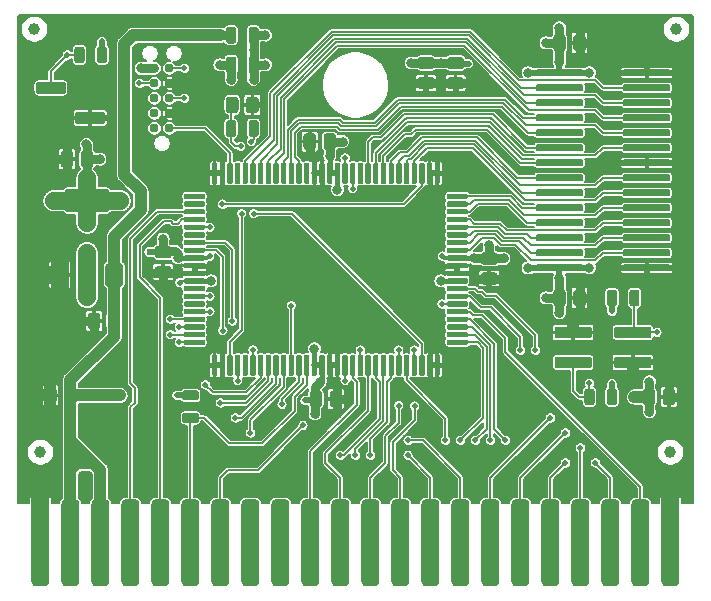
<source format=gtl>
G04 #@! TF.GenerationSoftware,KiCad,Pcbnew,(5.1.5-0-10_14)*
G04 #@! TF.CreationDate,2020-05-14T18:26:34-04:00*
G04 #@! TF.ProjectId,C64RAM,43363452-414d-42e6-9b69-6361645f7063,rev?*
G04 #@! TF.SameCoordinates,Original*
G04 #@! TF.FileFunction,Copper,L1,Top*
G04 #@! TF.FilePolarity,Positive*
%FSLAX46Y46*%
G04 Gerber Fmt 4.6, Leading zero omitted, Abs format (unit mm)*
G04 Created by KiCad (PCBNEW (5.1.5-0-10_14)) date 2020-05-14 18:26:34*
%MOMM*%
%LPD*%
G04 APERTURE LIST*
%ADD10C,0.100000*%
%ADD11C,0.787400*%
%ADD12C,2.000000*%
%ADD13C,1.000000*%
%ADD14C,0.500000*%
%ADD15C,0.800000*%
%ADD16C,1.524000*%
%ADD17C,0.600000*%
%ADD18C,1.000000*%
%ADD19C,0.762000*%
%ADD20C,0.508000*%
%ADD21C,0.500000*%
%ADD22C,0.200000*%
%ADD23C,0.450000*%
%ADD24C,1.524000*%
%ADD25C,0.300000*%
%ADD26C,0.150000*%
%ADD27C,0.152400*%
G04 APERTURE END LIST*
G04 #@! TA.AperFunction,SMDPad,CuDef*
D10*
G36*
X141473527Y-63575542D02*
G01*
X141484448Y-63577162D01*
X141495157Y-63579844D01*
X141505552Y-63583564D01*
X141515532Y-63588284D01*
X141525002Y-63593960D01*
X141533869Y-63600536D01*
X141542050Y-63607950D01*
X141549464Y-63616131D01*
X141556040Y-63624998D01*
X141561716Y-63634468D01*
X141566436Y-63644448D01*
X141570156Y-63654843D01*
X141572838Y-63665552D01*
X141574458Y-63676473D01*
X141575000Y-63687500D01*
X141575000Y-63912500D01*
X141574458Y-63923527D01*
X141572838Y-63934448D01*
X141570156Y-63945157D01*
X141566436Y-63955552D01*
X141561716Y-63965532D01*
X141556040Y-63975002D01*
X141549464Y-63983869D01*
X141542050Y-63992050D01*
X141533869Y-63999464D01*
X141525002Y-64006040D01*
X141515532Y-64011716D01*
X141505552Y-64016436D01*
X141495157Y-64020156D01*
X141484448Y-64022838D01*
X141473527Y-64024458D01*
X141462500Y-64025000D01*
X139937500Y-64025000D01*
X139926473Y-64024458D01*
X139915552Y-64022838D01*
X139904843Y-64020156D01*
X139894448Y-64016436D01*
X139884468Y-64011716D01*
X139874998Y-64006040D01*
X139866131Y-63999464D01*
X139857950Y-63992050D01*
X139850536Y-63983869D01*
X139843960Y-63975002D01*
X139838284Y-63965532D01*
X139833564Y-63955552D01*
X139829844Y-63945157D01*
X139827162Y-63934448D01*
X139825542Y-63923527D01*
X139825000Y-63912500D01*
X139825000Y-63687500D01*
X139825542Y-63676473D01*
X139827162Y-63665552D01*
X139829844Y-63654843D01*
X139833564Y-63644448D01*
X139838284Y-63634468D01*
X139843960Y-63624998D01*
X139850536Y-63616131D01*
X139857950Y-63607950D01*
X139866131Y-63600536D01*
X139874998Y-63593960D01*
X139884468Y-63588284D01*
X139894448Y-63583564D01*
X139904843Y-63579844D01*
X139915552Y-63577162D01*
X139926473Y-63575542D01*
X139937500Y-63575000D01*
X141462500Y-63575000D01*
X141473527Y-63575542D01*
G37*
G04 #@! TD.AperFunction*
G04 #@! TA.AperFunction,SMDPad,CuDef*
G36*
X141473527Y-64225542D02*
G01*
X141484448Y-64227162D01*
X141495157Y-64229844D01*
X141505552Y-64233564D01*
X141515532Y-64238284D01*
X141525002Y-64243960D01*
X141533869Y-64250536D01*
X141542050Y-64257950D01*
X141549464Y-64266131D01*
X141556040Y-64274998D01*
X141561716Y-64284468D01*
X141566436Y-64294448D01*
X141570156Y-64304843D01*
X141572838Y-64315552D01*
X141574458Y-64326473D01*
X141575000Y-64337500D01*
X141575000Y-64562500D01*
X141574458Y-64573527D01*
X141572838Y-64584448D01*
X141570156Y-64595157D01*
X141566436Y-64605552D01*
X141561716Y-64615532D01*
X141556040Y-64625002D01*
X141549464Y-64633869D01*
X141542050Y-64642050D01*
X141533869Y-64649464D01*
X141525002Y-64656040D01*
X141515532Y-64661716D01*
X141505552Y-64666436D01*
X141495157Y-64670156D01*
X141484448Y-64672838D01*
X141473527Y-64674458D01*
X141462500Y-64675000D01*
X139937500Y-64675000D01*
X139926473Y-64674458D01*
X139915552Y-64672838D01*
X139904843Y-64670156D01*
X139894448Y-64666436D01*
X139884468Y-64661716D01*
X139874998Y-64656040D01*
X139866131Y-64649464D01*
X139857950Y-64642050D01*
X139850536Y-64633869D01*
X139843960Y-64625002D01*
X139838284Y-64615532D01*
X139833564Y-64605552D01*
X139829844Y-64595157D01*
X139827162Y-64584448D01*
X139825542Y-64573527D01*
X139825000Y-64562500D01*
X139825000Y-64337500D01*
X139825542Y-64326473D01*
X139827162Y-64315552D01*
X139829844Y-64304843D01*
X139833564Y-64294448D01*
X139838284Y-64284468D01*
X139843960Y-64274998D01*
X139850536Y-64266131D01*
X139857950Y-64257950D01*
X139866131Y-64250536D01*
X139874998Y-64243960D01*
X139884468Y-64238284D01*
X139894448Y-64233564D01*
X139904843Y-64229844D01*
X139915552Y-64227162D01*
X139926473Y-64225542D01*
X139937500Y-64225000D01*
X141462500Y-64225000D01*
X141473527Y-64225542D01*
G37*
G04 #@! TD.AperFunction*
G04 #@! TA.AperFunction,SMDPad,CuDef*
G36*
X141473527Y-64875542D02*
G01*
X141484448Y-64877162D01*
X141495157Y-64879844D01*
X141505552Y-64883564D01*
X141515532Y-64888284D01*
X141525002Y-64893960D01*
X141533869Y-64900536D01*
X141542050Y-64907950D01*
X141549464Y-64916131D01*
X141556040Y-64924998D01*
X141561716Y-64934468D01*
X141566436Y-64944448D01*
X141570156Y-64954843D01*
X141572838Y-64965552D01*
X141574458Y-64976473D01*
X141575000Y-64987500D01*
X141575000Y-65212500D01*
X141574458Y-65223527D01*
X141572838Y-65234448D01*
X141570156Y-65245157D01*
X141566436Y-65255552D01*
X141561716Y-65265532D01*
X141556040Y-65275002D01*
X141549464Y-65283869D01*
X141542050Y-65292050D01*
X141533869Y-65299464D01*
X141525002Y-65306040D01*
X141515532Y-65311716D01*
X141505552Y-65316436D01*
X141495157Y-65320156D01*
X141484448Y-65322838D01*
X141473527Y-65324458D01*
X141462500Y-65325000D01*
X139937500Y-65325000D01*
X139926473Y-65324458D01*
X139915552Y-65322838D01*
X139904843Y-65320156D01*
X139894448Y-65316436D01*
X139884468Y-65311716D01*
X139874998Y-65306040D01*
X139866131Y-65299464D01*
X139857950Y-65292050D01*
X139850536Y-65283869D01*
X139843960Y-65275002D01*
X139838284Y-65265532D01*
X139833564Y-65255552D01*
X139829844Y-65245157D01*
X139827162Y-65234448D01*
X139825542Y-65223527D01*
X139825000Y-65212500D01*
X139825000Y-64987500D01*
X139825542Y-64976473D01*
X139827162Y-64965552D01*
X139829844Y-64954843D01*
X139833564Y-64944448D01*
X139838284Y-64934468D01*
X139843960Y-64924998D01*
X139850536Y-64916131D01*
X139857950Y-64907950D01*
X139866131Y-64900536D01*
X139874998Y-64893960D01*
X139884468Y-64888284D01*
X139894448Y-64883564D01*
X139904843Y-64879844D01*
X139915552Y-64877162D01*
X139926473Y-64875542D01*
X139937500Y-64875000D01*
X141462500Y-64875000D01*
X141473527Y-64875542D01*
G37*
G04 #@! TD.AperFunction*
G04 #@! TA.AperFunction,SMDPad,CuDef*
G36*
X141473527Y-65525542D02*
G01*
X141484448Y-65527162D01*
X141495157Y-65529844D01*
X141505552Y-65533564D01*
X141515532Y-65538284D01*
X141525002Y-65543960D01*
X141533869Y-65550536D01*
X141542050Y-65557950D01*
X141549464Y-65566131D01*
X141556040Y-65574998D01*
X141561716Y-65584468D01*
X141566436Y-65594448D01*
X141570156Y-65604843D01*
X141572838Y-65615552D01*
X141574458Y-65626473D01*
X141575000Y-65637500D01*
X141575000Y-65862500D01*
X141574458Y-65873527D01*
X141572838Y-65884448D01*
X141570156Y-65895157D01*
X141566436Y-65905552D01*
X141561716Y-65915532D01*
X141556040Y-65925002D01*
X141549464Y-65933869D01*
X141542050Y-65942050D01*
X141533869Y-65949464D01*
X141525002Y-65956040D01*
X141515532Y-65961716D01*
X141505552Y-65966436D01*
X141495157Y-65970156D01*
X141484448Y-65972838D01*
X141473527Y-65974458D01*
X141462500Y-65975000D01*
X139937500Y-65975000D01*
X139926473Y-65974458D01*
X139915552Y-65972838D01*
X139904843Y-65970156D01*
X139894448Y-65966436D01*
X139884468Y-65961716D01*
X139874998Y-65956040D01*
X139866131Y-65949464D01*
X139857950Y-65942050D01*
X139850536Y-65933869D01*
X139843960Y-65925002D01*
X139838284Y-65915532D01*
X139833564Y-65905552D01*
X139829844Y-65895157D01*
X139827162Y-65884448D01*
X139825542Y-65873527D01*
X139825000Y-65862500D01*
X139825000Y-65637500D01*
X139825542Y-65626473D01*
X139827162Y-65615552D01*
X139829844Y-65604843D01*
X139833564Y-65594448D01*
X139838284Y-65584468D01*
X139843960Y-65574998D01*
X139850536Y-65566131D01*
X139857950Y-65557950D01*
X139866131Y-65550536D01*
X139874998Y-65543960D01*
X139884468Y-65538284D01*
X139894448Y-65533564D01*
X139904843Y-65529844D01*
X139915552Y-65527162D01*
X139926473Y-65525542D01*
X139937500Y-65525000D01*
X141462500Y-65525000D01*
X141473527Y-65525542D01*
G37*
G04 #@! TD.AperFunction*
G04 #@! TA.AperFunction,SMDPad,CuDef*
G36*
X141473527Y-66175542D02*
G01*
X141484448Y-66177162D01*
X141495157Y-66179844D01*
X141505552Y-66183564D01*
X141515532Y-66188284D01*
X141525002Y-66193960D01*
X141533869Y-66200536D01*
X141542050Y-66207950D01*
X141549464Y-66216131D01*
X141556040Y-66224998D01*
X141561716Y-66234468D01*
X141566436Y-66244448D01*
X141570156Y-66254843D01*
X141572838Y-66265552D01*
X141574458Y-66276473D01*
X141575000Y-66287500D01*
X141575000Y-66512500D01*
X141574458Y-66523527D01*
X141572838Y-66534448D01*
X141570156Y-66545157D01*
X141566436Y-66555552D01*
X141561716Y-66565532D01*
X141556040Y-66575002D01*
X141549464Y-66583869D01*
X141542050Y-66592050D01*
X141533869Y-66599464D01*
X141525002Y-66606040D01*
X141515532Y-66611716D01*
X141505552Y-66616436D01*
X141495157Y-66620156D01*
X141484448Y-66622838D01*
X141473527Y-66624458D01*
X141462500Y-66625000D01*
X139937500Y-66625000D01*
X139926473Y-66624458D01*
X139915552Y-66622838D01*
X139904843Y-66620156D01*
X139894448Y-66616436D01*
X139884468Y-66611716D01*
X139874998Y-66606040D01*
X139866131Y-66599464D01*
X139857950Y-66592050D01*
X139850536Y-66583869D01*
X139843960Y-66575002D01*
X139838284Y-66565532D01*
X139833564Y-66555552D01*
X139829844Y-66545157D01*
X139827162Y-66534448D01*
X139825542Y-66523527D01*
X139825000Y-66512500D01*
X139825000Y-66287500D01*
X139825542Y-66276473D01*
X139827162Y-66265552D01*
X139829844Y-66254843D01*
X139833564Y-66244448D01*
X139838284Y-66234468D01*
X139843960Y-66224998D01*
X139850536Y-66216131D01*
X139857950Y-66207950D01*
X139866131Y-66200536D01*
X139874998Y-66193960D01*
X139884468Y-66188284D01*
X139894448Y-66183564D01*
X139904843Y-66179844D01*
X139915552Y-66177162D01*
X139926473Y-66175542D01*
X139937500Y-66175000D01*
X141462500Y-66175000D01*
X141473527Y-66175542D01*
G37*
G04 #@! TD.AperFunction*
G04 #@! TA.AperFunction,SMDPad,CuDef*
G36*
X141473527Y-66825542D02*
G01*
X141484448Y-66827162D01*
X141495157Y-66829844D01*
X141505552Y-66833564D01*
X141515532Y-66838284D01*
X141525002Y-66843960D01*
X141533869Y-66850536D01*
X141542050Y-66857950D01*
X141549464Y-66866131D01*
X141556040Y-66874998D01*
X141561716Y-66884468D01*
X141566436Y-66894448D01*
X141570156Y-66904843D01*
X141572838Y-66915552D01*
X141574458Y-66926473D01*
X141575000Y-66937500D01*
X141575000Y-67162500D01*
X141574458Y-67173527D01*
X141572838Y-67184448D01*
X141570156Y-67195157D01*
X141566436Y-67205552D01*
X141561716Y-67215532D01*
X141556040Y-67225002D01*
X141549464Y-67233869D01*
X141542050Y-67242050D01*
X141533869Y-67249464D01*
X141525002Y-67256040D01*
X141515532Y-67261716D01*
X141505552Y-67266436D01*
X141495157Y-67270156D01*
X141484448Y-67272838D01*
X141473527Y-67274458D01*
X141462500Y-67275000D01*
X139937500Y-67275000D01*
X139926473Y-67274458D01*
X139915552Y-67272838D01*
X139904843Y-67270156D01*
X139894448Y-67266436D01*
X139884468Y-67261716D01*
X139874998Y-67256040D01*
X139866131Y-67249464D01*
X139857950Y-67242050D01*
X139850536Y-67233869D01*
X139843960Y-67225002D01*
X139838284Y-67215532D01*
X139833564Y-67205552D01*
X139829844Y-67195157D01*
X139827162Y-67184448D01*
X139825542Y-67173527D01*
X139825000Y-67162500D01*
X139825000Y-66937500D01*
X139825542Y-66926473D01*
X139827162Y-66915552D01*
X139829844Y-66904843D01*
X139833564Y-66894448D01*
X139838284Y-66884468D01*
X139843960Y-66874998D01*
X139850536Y-66866131D01*
X139857950Y-66857950D01*
X139866131Y-66850536D01*
X139874998Y-66843960D01*
X139884468Y-66838284D01*
X139894448Y-66833564D01*
X139904843Y-66829844D01*
X139915552Y-66827162D01*
X139926473Y-66825542D01*
X139937500Y-66825000D01*
X141462500Y-66825000D01*
X141473527Y-66825542D01*
G37*
G04 #@! TD.AperFunction*
G04 #@! TA.AperFunction,SMDPad,CuDef*
G36*
X141473527Y-67475542D02*
G01*
X141484448Y-67477162D01*
X141495157Y-67479844D01*
X141505552Y-67483564D01*
X141515532Y-67488284D01*
X141525002Y-67493960D01*
X141533869Y-67500536D01*
X141542050Y-67507950D01*
X141549464Y-67516131D01*
X141556040Y-67524998D01*
X141561716Y-67534468D01*
X141566436Y-67544448D01*
X141570156Y-67554843D01*
X141572838Y-67565552D01*
X141574458Y-67576473D01*
X141575000Y-67587500D01*
X141575000Y-67812500D01*
X141574458Y-67823527D01*
X141572838Y-67834448D01*
X141570156Y-67845157D01*
X141566436Y-67855552D01*
X141561716Y-67865532D01*
X141556040Y-67875002D01*
X141549464Y-67883869D01*
X141542050Y-67892050D01*
X141533869Y-67899464D01*
X141525002Y-67906040D01*
X141515532Y-67911716D01*
X141505552Y-67916436D01*
X141495157Y-67920156D01*
X141484448Y-67922838D01*
X141473527Y-67924458D01*
X141462500Y-67925000D01*
X139937500Y-67925000D01*
X139926473Y-67924458D01*
X139915552Y-67922838D01*
X139904843Y-67920156D01*
X139894448Y-67916436D01*
X139884468Y-67911716D01*
X139874998Y-67906040D01*
X139866131Y-67899464D01*
X139857950Y-67892050D01*
X139850536Y-67883869D01*
X139843960Y-67875002D01*
X139838284Y-67865532D01*
X139833564Y-67855552D01*
X139829844Y-67845157D01*
X139827162Y-67834448D01*
X139825542Y-67823527D01*
X139825000Y-67812500D01*
X139825000Y-67587500D01*
X139825542Y-67576473D01*
X139827162Y-67565552D01*
X139829844Y-67554843D01*
X139833564Y-67544448D01*
X139838284Y-67534468D01*
X139843960Y-67524998D01*
X139850536Y-67516131D01*
X139857950Y-67507950D01*
X139866131Y-67500536D01*
X139874998Y-67493960D01*
X139884468Y-67488284D01*
X139894448Y-67483564D01*
X139904843Y-67479844D01*
X139915552Y-67477162D01*
X139926473Y-67475542D01*
X139937500Y-67475000D01*
X141462500Y-67475000D01*
X141473527Y-67475542D01*
G37*
G04 #@! TD.AperFunction*
G04 #@! TA.AperFunction,SMDPad,CuDef*
G36*
X141473527Y-68125542D02*
G01*
X141484448Y-68127162D01*
X141495157Y-68129844D01*
X141505552Y-68133564D01*
X141515532Y-68138284D01*
X141525002Y-68143960D01*
X141533869Y-68150536D01*
X141542050Y-68157950D01*
X141549464Y-68166131D01*
X141556040Y-68174998D01*
X141561716Y-68184468D01*
X141566436Y-68194448D01*
X141570156Y-68204843D01*
X141572838Y-68215552D01*
X141574458Y-68226473D01*
X141575000Y-68237500D01*
X141575000Y-68462500D01*
X141574458Y-68473527D01*
X141572838Y-68484448D01*
X141570156Y-68495157D01*
X141566436Y-68505552D01*
X141561716Y-68515532D01*
X141556040Y-68525002D01*
X141549464Y-68533869D01*
X141542050Y-68542050D01*
X141533869Y-68549464D01*
X141525002Y-68556040D01*
X141515532Y-68561716D01*
X141505552Y-68566436D01*
X141495157Y-68570156D01*
X141484448Y-68572838D01*
X141473527Y-68574458D01*
X141462500Y-68575000D01*
X139937500Y-68575000D01*
X139926473Y-68574458D01*
X139915552Y-68572838D01*
X139904843Y-68570156D01*
X139894448Y-68566436D01*
X139884468Y-68561716D01*
X139874998Y-68556040D01*
X139866131Y-68549464D01*
X139857950Y-68542050D01*
X139850536Y-68533869D01*
X139843960Y-68525002D01*
X139838284Y-68515532D01*
X139833564Y-68505552D01*
X139829844Y-68495157D01*
X139827162Y-68484448D01*
X139825542Y-68473527D01*
X139825000Y-68462500D01*
X139825000Y-68237500D01*
X139825542Y-68226473D01*
X139827162Y-68215552D01*
X139829844Y-68204843D01*
X139833564Y-68194448D01*
X139838284Y-68184468D01*
X139843960Y-68174998D01*
X139850536Y-68166131D01*
X139857950Y-68157950D01*
X139866131Y-68150536D01*
X139874998Y-68143960D01*
X139884468Y-68138284D01*
X139894448Y-68133564D01*
X139904843Y-68129844D01*
X139915552Y-68127162D01*
X139926473Y-68125542D01*
X139937500Y-68125000D01*
X141462500Y-68125000D01*
X141473527Y-68125542D01*
G37*
G04 #@! TD.AperFunction*
G04 #@! TA.AperFunction,SMDPad,CuDef*
G36*
X141473527Y-68775542D02*
G01*
X141484448Y-68777162D01*
X141495157Y-68779844D01*
X141505552Y-68783564D01*
X141515532Y-68788284D01*
X141525002Y-68793960D01*
X141533869Y-68800536D01*
X141542050Y-68807950D01*
X141549464Y-68816131D01*
X141556040Y-68824998D01*
X141561716Y-68834468D01*
X141566436Y-68844448D01*
X141570156Y-68854843D01*
X141572838Y-68865552D01*
X141574458Y-68876473D01*
X141575000Y-68887500D01*
X141575000Y-69112500D01*
X141574458Y-69123527D01*
X141572838Y-69134448D01*
X141570156Y-69145157D01*
X141566436Y-69155552D01*
X141561716Y-69165532D01*
X141556040Y-69175002D01*
X141549464Y-69183869D01*
X141542050Y-69192050D01*
X141533869Y-69199464D01*
X141525002Y-69206040D01*
X141515532Y-69211716D01*
X141505552Y-69216436D01*
X141495157Y-69220156D01*
X141484448Y-69222838D01*
X141473527Y-69224458D01*
X141462500Y-69225000D01*
X139937500Y-69225000D01*
X139926473Y-69224458D01*
X139915552Y-69222838D01*
X139904843Y-69220156D01*
X139894448Y-69216436D01*
X139884468Y-69211716D01*
X139874998Y-69206040D01*
X139866131Y-69199464D01*
X139857950Y-69192050D01*
X139850536Y-69183869D01*
X139843960Y-69175002D01*
X139838284Y-69165532D01*
X139833564Y-69155552D01*
X139829844Y-69145157D01*
X139827162Y-69134448D01*
X139825542Y-69123527D01*
X139825000Y-69112500D01*
X139825000Y-68887500D01*
X139825542Y-68876473D01*
X139827162Y-68865552D01*
X139829844Y-68854843D01*
X139833564Y-68844448D01*
X139838284Y-68834468D01*
X139843960Y-68824998D01*
X139850536Y-68816131D01*
X139857950Y-68807950D01*
X139866131Y-68800536D01*
X139874998Y-68793960D01*
X139884468Y-68788284D01*
X139894448Y-68783564D01*
X139904843Y-68779844D01*
X139915552Y-68777162D01*
X139926473Y-68775542D01*
X139937500Y-68775000D01*
X141462500Y-68775000D01*
X141473527Y-68775542D01*
G37*
G04 #@! TD.AperFunction*
G04 #@! TA.AperFunction,SMDPad,CuDef*
G36*
X141473527Y-69425542D02*
G01*
X141484448Y-69427162D01*
X141495157Y-69429844D01*
X141505552Y-69433564D01*
X141515532Y-69438284D01*
X141525002Y-69443960D01*
X141533869Y-69450536D01*
X141542050Y-69457950D01*
X141549464Y-69466131D01*
X141556040Y-69474998D01*
X141561716Y-69484468D01*
X141566436Y-69494448D01*
X141570156Y-69504843D01*
X141572838Y-69515552D01*
X141574458Y-69526473D01*
X141575000Y-69537500D01*
X141575000Y-69762500D01*
X141574458Y-69773527D01*
X141572838Y-69784448D01*
X141570156Y-69795157D01*
X141566436Y-69805552D01*
X141561716Y-69815532D01*
X141556040Y-69825002D01*
X141549464Y-69833869D01*
X141542050Y-69842050D01*
X141533869Y-69849464D01*
X141525002Y-69856040D01*
X141515532Y-69861716D01*
X141505552Y-69866436D01*
X141495157Y-69870156D01*
X141484448Y-69872838D01*
X141473527Y-69874458D01*
X141462500Y-69875000D01*
X139937500Y-69875000D01*
X139926473Y-69874458D01*
X139915552Y-69872838D01*
X139904843Y-69870156D01*
X139894448Y-69866436D01*
X139884468Y-69861716D01*
X139874998Y-69856040D01*
X139866131Y-69849464D01*
X139857950Y-69842050D01*
X139850536Y-69833869D01*
X139843960Y-69825002D01*
X139838284Y-69815532D01*
X139833564Y-69805552D01*
X139829844Y-69795157D01*
X139827162Y-69784448D01*
X139825542Y-69773527D01*
X139825000Y-69762500D01*
X139825000Y-69537500D01*
X139825542Y-69526473D01*
X139827162Y-69515552D01*
X139829844Y-69504843D01*
X139833564Y-69494448D01*
X139838284Y-69484468D01*
X139843960Y-69474998D01*
X139850536Y-69466131D01*
X139857950Y-69457950D01*
X139866131Y-69450536D01*
X139874998Y-69443960D01*
X139884468Y-69438284D01*
X139894448Y-69433564D01*
X139904843Y-69429844D01*
X139915552Y-69427162D01*
X139926473Y-69425542D01*
X139937500Y-69425000D01*
X141462500Y-69425000D01*
X141473527Y-69425542D01*
G37*
G04 #@! TD.AperFunction*
G04 #@! TA.AperFunction,SMDPad,CuDef*
G36*
X141473527Y-70075542D02*
G01*
X141484448Y-70077162D01*
X141495157Y-70079844D01*
X141505552Y-70083564D01*
X141515532Y-70088284D01*
X141525002Y-70093960D01*
X141533869Y-70100536D01*
X141542050Y-70107950D01*
X141549464Y-70116131D01*
X141556040Y-70124998D01*
X141561716Y-70134468D01*
X141566436Y-70144448D01*
X141570156Y-70154843D01*
X141572838Y-70165552D01*
X141574458Y-70176473D01*
X141575000Y-70187500D01*
X141575000Y-70412500D01*
X141574458Y-70423527D01*
X141572838Y-70434448D01*
X141570156Y-70445157D01*
X141566436Y-70455552D01*
X141561716Y-70465532D01*
X141556040Y-70475002D01*
X141549464Y-70483869D01*
X141542050Y-70492050D01*
X141533869Y-70499464D01*
X141525002Y-70506040D01*
X141515532Y-70511716D01*
X141505552Y-70516436D01*
X141495157Y-70520156D01*
X141484448Y-70522838D01*
X141473527Y-70524458D01*
X141462500Y-70525000D01*
X139937500Y-70525000D01*
X139926473Y-70524458D01*
X139915552Y-70522838D01*
X139904843Y-70520156D01*
X139894448Y-70516436D01*
X139884468Y-70511716D01*
X139874998Y-70506040D01*
X139866131Y-70499464D01*
X139857950Y-70492050D01*
X139850536Y-70483869D01*
X139843960Y-70475002D01*
X139838284Y-70465532D01*
X139833564Y-70455552D01*
X139829844Y-70445157D01*
X139827162Y-70434448D01*
X139825542Y-70423527D01*
X139825000Y-70412500D01*
X139825000Y-70187500D01*
X139825542Y-70176473D01*
X139827162Y-70165552D01*
X139829844Y-70154843D01*
X139833564Y-70144448D01*
X139838284Y-70134468D01*
X139843960Y-70124998D01*
X139850536Y-70116131D01*
X139857950Y-70107950D01*
X139866131Y-70100536D01*
X139874998Y-70093960D01*
X139884468Y-70088284D01*
X139894448Y-70083564D01*
X139904843Y-70079844D01*
X139915552Y-70077162D01*
X139926473Y-70075542D01*
X139937500Y-70075000D01*
X141462500Y-70075000D01*
X141473527Y-70075542D01*
G37*
G04 #@! TD.AperFunction*
G04 #@! TA.AperFunction,SMDPad,CuDef*
G36*
X141473527Y-70725542D02*
G01*
X141484448Y-70727162D01*
X141495157Y-70729844D01*
X141505552Y-70733564D01*
X141515532Y-70738284D01*
X141525002Y-70743960D01*
X141533869Y-70750536D01*
X141542050Y-70757950D01*
X141549464Y-70766131D01*
X141556040Y-70774998D01*
X141561716Y-70784468D01*
X141566436Y-70794448D01*
X141570156Y-70804843D01*
X141572838Y-70815552D01*
X141574458Y-70826473D01*
X141575000Y-70837500D01*
X141575000Y-71062500D01*
X141574458Y-71073527D01*
X141572838Y-71084448D01*
X141570156Y-71095157D01*
X141566436Y-71105552D01*
X141561716Y-71115532D01*
X141556040Y-71125002D01*
X141549464Y-71133869D01*
X141542050Y-71142050D01*
X141533869Y-71149464D01*
X141525002Y-71156040D01*
X141515532Y-71161716D01*
X141505552Y-71166436D01*
X141495157Y-71170156D01*
X141484448Y-71172838D01*
X141473527Y-71174458D01*
X141462500Y-71175000D01*
X139937500Y-71175000D01*
X139926473Y-71174458D01*
X139915552Y-71172838D01*
X139904843Y-71170156D01*
X139894448Y-71166436D01*
X139884468Y-71161716D01*
X139874998Y-71156040D01*
X139866131Y-71149464D01*
X139857950Y-71142050D01*
X139850536Y-71133869D01*
X139843960Y-71125002D01*
X139838284Y-71115532D01*
X139833564Y-71105552D01*
X139829844Y-71095157D01*
X139827162Y-71084448D01*
X139825542Y-71073527D01*
X139825000Y-71062500D01*
X139825000Y-70837500D01*
X139825542Y-70826473D01*
X139827162Y-70815552D01*
X139829844Y-70804843D01*
X139833564Y-70794448D01*
X139838284Y-70784468D01*
X139843960Y-70774998D01*
X139850536Y-70766131D01*
X139857950Y-70757950D01*
X139866131Y-70750536D01*
X139874998Y-70743960D01*
X139884468Y-70738284D01*
X139894448Y-70733564D01*
X139904843Y-70729844D01*
X139915552Y-70727162D01*
X139926473Y-70725542D01*
X139937500Y-70725000D01*
X141462500Y-70725000D01*
X141473527Y-70725542D01*
G37*
G04 #@! TD.AperFunction*
G04 #@! TA.AperFunction,SMDPad,CuDef*
G36*
X141473527Y-71375542D02*
G01*
X141484448Y-71377162D01*
X141495157Y-71379844D01*
X141505552Y-71383564D01*
X141515532Y-71388284D01*
X141525002Y-71393960D01*
X141533869Y-71400536D01*
X141542050Y-71407950D01*
X141549464Y-71416131D01*
X141556040Y-71424998D01*
X141561716Y-71434468D01*
X141566436Y-71444448D01*
X141570156Y-71454843D01*
X141572838Y-71465552D01*
X141574458Y-71476473D01*
X141575000Y-71487500D01*
X141575000Y-71712500D01*
X141574458Y-71723527D01*
X141572838Y-71734448D01*
X141570156Y-71745157D01*
X141566436Y-71755552D01*
X141561716Y-71765532D01*
X141556040Y-71775002D01*
X141549464Y-71783869D01*
X141542050Y-71792050D01*
X141533869Y-71799464D01*
X141525002Y-71806040D01*
X141515532Y-71811716D01*
X141505552Y-71816436D01*
X141495157Y-71820156D01*
X141484448Y-71822838D01*
X141473527Y-71824458D01*
X141462500Y-71825000D01*
X139937500Y-71825000D01*
X139926473Y-71824458D01*
X139915552Y-71822838D01*
X139904843Y-71820156D01*
X139894448Y-71816436D01*
X139884468Y-71811716D01*
X139874998Y-71806040D01*
X139866131Y-71799464D01*
X139857950Y-71792050D01*
X139850536Y-71783869D01*
X139843960Y-71775002D01*
X139838284Y-71765532D01*
X139833564Y-71755552D01*
X139829844Y-71745157D01*
X139827162Y-71734448D01*
X139825542Y-71723527D01*
X139825000Y-71712500D01*
X139825000Y-71487500D01*
X139825542Y-71476473D01*
X139827162Y-71465552D01*
X139829844Y-71454843D01*
X139833564Y-71444448D01*
X139838284Y-71434468D01*
X139843960Y-71424998D01*
X139850536Y-71416131D01*
X139857950Y-71407950D01*
X139866131Y-71400536D01*
X139874998Y-71393960D01*
X139884468Y-71388284D01*
X139894448Y-71383564D01*
X139904843Y-71379844D01*
X139915552Y-71377162D01*
X139926473Y-71375542D01*
X139937500Y-71375000D01*
X141462500Y-71375000D01*
X141473527Y-71375542D01*
G37*
G04 #@! TD.AperFunction*
G04 #@! TA.AperFunction,SMDPad,CuDef*
G36*
X141473527Y-72025542D02*
G01*
X141484448Y-72027162D01*
X141495157Y-72029844D01*
X141505552Y-72033564D01*
X141515532Y-72038284D01*
X141525002Y-72043960D01*
X141533869Y-72050536D01*
X141542050Y-72057950D01*
X141549464Y-72066131D01*
X141556040Y-72074998D01*
X141561716Y-72084468D01*
X141566436Y-72094448D01*
X141570156Y-72104843D01*
X141572838Y-72115552D01*
X141574458Y-72126473D01*
X141575000Y-72137500D01*
X141575000Y-72362500D01*
X141574458Y-72373527D01*
X141572838Y-72384448D01*
X141570156Y-72395157D01*
X141566436Y-72405552D01*
X141561716Y-72415532D01*
X141556040Y-72425002D01*
X141549464Y-72433869D01*
X141542050Y-72442050D01*
X141533869Y-72449464D01*
X141525002Y-72456040D01*
X141515532Y-72461716D01*
X141505552Y-72466436D01*
X141495157Y-72470156D01*
X141484448Y-72472838D01*
X141473527Y-72474458D01*
X141462500Y-72475000D01*
X139937500Y-72475000D01*
X139926473Y-72474458D01*
X139915552Y-72472838D01*
X139904843Y-72470156D01*
X139894448Y-72466436D01*
X139884468Y-72461716D01*
X139874998Y-72456040D01*
X139866131Y-72449464D01*
X139857950Y-72442050D01*
X139850536Y-72433869D01*
X139843960Y-72425002D01*
X139838284Y-72415532D01*
X139833564Y-72405552D01*
X139829844Y-72395157D01*
X139827162Y-72384448D01*
X139825542Y-72373527D01*
X139825000Y-72362500D01*
X139825000Y-72137500D01*
X139825542Y-72126473D01*
X139827162Y-72115552D01*
X139829844Y-72104843D01*
X139833564Y-72094448D01*
X139838284Y-72084468D01*
X139843960Y-72074998D01*
X139850536Y-72066131D01*
X139857950Y-72057950D01*
X139866131Y-72050536D01*
X139874998Y-72043960D01*
X139884468Y-72038284D01*
X139894448Y-72033564D01*
X139904843Y-72029844D01*
X139915552Y-72027162D01*
X139926473Y-72025542D01*
X139937500Y-72025000D01*
X141462500Y-72025000D01*
X141473527Y-72025542D01*
G37*
G04 #@! TD.AperFunction*
G04 #@! TA.AperFunction,SMDPad,CuDef*
G36*
X141473527Y-72675542D02*
G01*
X141484448Y-72677162D01*
X141495157Y-72679844D01*
X141505552Y-72683564D01*
X141515532Y-72688284D01*
X141525002Y-72693960D01*
X141533869Y-72700536D01*
X141542050Y-72707950D01*
X141549464Y-72716131D01*
X141556040Y-72724998D01*
X141561716Y-72734468D01*
X141566436Y-72744448D01*
X141570156Y-72754843D01*
X141572838Y-72765552D01*
X141574458Y-72776473D01*
X141575000Y-72787500D01*
X141575000Y-73012500D01*
X141574458Y-73023527D01*
X141572838Y-73034448D01*
X141570156Y-73045157D01*
X141566436Y-73055552D01*
X141561716Y-73065532D01*
X141556040Y-73075002D01*
X141549464Y-73083869D01*
X141542050Y-73092050D01*
X141533869Y-73099464D01*
X141525002Y-73106040D01*
X141515532Y-73111716D01*
X141505552Y-73116436D01*
X141495157Y-73120156D01*
X141484448Y-73122838D01*
X141473527Y-73124458D01*
X141462500Y-73125000D01*
X139937500Y-73125000D01*
X139926473Y-73124458D01*
X139915552Y-73122838D01*
X139904843Y-73120156D01*
X139894448Y-73116436D01*
X139884468Y-73111716D01*
X139874998Y-73106040D01*
X139866131Y-73099464D01*
X139857950Y-73092050D01*
X139850536Y-73083869D01*
X139843960Y-73075002D01*
X139838284Y-73065532D01*
X139833564Y-73055552D01*
X139829844Y-73045157D01*
X139827162Y-73034448D01*
X139825542Y-73023527D01*
X139825000Y-73012500D01*
X139825000Y-72787500D01*
X139825542Y-72776473D01*
X139827162Y-72765552D01*
X139829844Y-72754843D01*
X139833564Y-72744448D01*
X139838284Y-72734468D01*
X139843960Y-72724998D01*
X139850536Y-72716131D01*
X139857950Y-72707950D01*
X139866131Y-72700536D01*
X139874998Y-72693960D01*
X139884468Y-72688284D01*
X139894448Y-72683564D01*
X139904843Y-72679844D01*
X139915552Y-72677162D01*
X139926473Y-72675542D01*
X139937500Y-72675000D01*
X141462500Y-72675000D01*
X141473527Y-72675542D01*
G37*
G04 #@! TD.AperFunction*
G04 #@! TA.AperFunction,SMDPad,CuDef*
G36*
X141473527Y-73325542D02*
G01*
X141484448Y-73327162D01*
X141495157Y-73329844D01*
X141505552Y-73333564D01*
X141515532Y-73338284D01*
X141525002Y-73343960D01*
X141533869Y-73350536D01*
X141542050Y-73357950D01*
X141549464Y-73366131D01*
X141556040Y-73374998D01*
X141561716Y-73384468D01*
X141566436Y-73394448D01*
X141570156Y-73404843D01*
X141572838Y-73415552D01*
X141574458Y-73426473D01*
X141575000Y-73437500D01*
X141575000Y-73662500D01*
X141574458Y-73673527D01*
X141572838Y-73684448D01*
X141570156Y-73695157D01*
X141566436Y-73705552D01*
X141561716Y-73715532D01*
X141556040Y-73725002D01*
X141549464Y-73733869D01*
X141542050Y-73742050D01*
X141533869Y-73749464D01*
X141525002Y-73756040D01*
X141515532Y-73761716D01*
X141505552Y-73766436D01*
X141495157Y-73770156D01*
X141484448Y-73772838D01*
X141473527Y-73774458D01*
X141462500Y-73775000D01*
X139937500Y-73775000D01*
X139926473Y-73774458D01*
X139915552Y-73772838D01*
X139904843Y-73770156D01*
X139894448Y-73766436D01*
X139884468Y-73761716D01*
X139874998Y-73756040D01*
X139866131Y-73749464D01*
X139857950Y-73742050D01*
X139850536Y-73733869D01*
X139843960Y-73725002D01*
X139838284Y-73715532D01*
X139833564Y-73705552D01*
X139829844Y-73695157D01*
X139827162Y-73684448D01*
X139825542Y-73673527D01*
X139825000Y-73662500D01*
X139825000Y-73437500D01*
X139825542Y-73426473D01*
X139827162Y-73415552D01*
X139829844Y-73404843D01*
X139833564Y-73394448D01*
X139838284Y-73384468D01*
X139843960Y-73374998D01*
X139850536Y-73366131D01*
X139857950Y-73357950D01*
X139866131Y-73350536D01*
X139874998Y-73343960D01*
X139884468Y-73338284D01*
X139894448Y-73333564D01*
X139904843Y-73329844D01*
X139915552Y-73327162D01*
X139926473Y-73325542D01*
X139937500Y-73325000D01*
X141462500Y-73325000D01*
X141473527Y-73325542D01*
G37*
G04 #@! TD.AperFunction*
G04 #@! TA.AperFunction,SMDPad,CuDef*
G36*
X141473527Y-73975542D02*
G01*
X141484448Y-73977162D01*
X141495157Y-73979844D01*
X141505552Y-73983564D01*
X141515532Y-73988284D01*
X141525002Y-73993960D01*
X141533869Y-74000536D01*
X141542050Y-74007950D01*
X141549464Y-74016131D01*
X141556040Y-74024998D01*
X141561716Y-74034468D01*
X141566436Y-74044448D01*
X141570156Y-74054843D01*
X141572838Y-74065552D01*
X141574458Y-74076473D01*
X141575000Y-74087500D01*
X141575000Y-74312500D01*
X141574458Y-74323527D01*
X141572838Y-74334448D01*
X141570156Y-74345157D01*
X141566436Y-74355552D01*
X141561716Y-74365532D01*
X141556040Y-74375002D01*
X141549464Y-74383869D01*
X141542050Y-74392050D01*
X141533869Y-74399464D01*
X141525002Y-74406040D01*
X141515532Y-74411716D01*
X141505552Y-74416436D01*
X141495157Y-74420156D01*
X141484448Y-74422838D01*
X141473527Y-74424458D01*
X141462500Y-74425000D01*
X139937500Y-74425000D01*
X139926473Y-74424458D01*
X139915552Y-74422838D01*
X139904843Y-74420156D01*
X139894448Y-74416436D01*
X139884468Y-74411716D01*
X139874998Y-74406040D01*
X139866131Y-74399464D01*
X139857950Y-74392050D01*
X139850536Y-74383869D01*
X139843960Y-74375002D01*
X139838284Y-74365532D01*
X139833564Y-74355552D01*
X139829844Y-74345157D01*
X139827162Y-74334448D01*
X139825542Y-74323527D01*
X139825000Y-74312500D01*
X139825000Y-74087500D01*
X139825542Y-74076473D01*
X139827162Y-74065552D01*
X139829844Y-74054843D01*
X139833564Y-74044448D01*
X139838284Y-74034468D01*
X139843960Y-74024998D01*
X139850536Y-74016131D01*
X139857950Y-74007950D01*
X139866131Y-74000536D01*
X139874998Y-73993960D01*
X139884468Y-73988284D01*
X139894448Y-73983564D01*
X139904843Y-73979844D01*
X139915552Y-73977162D01*
X139926473Y-73975542D01*
X139937500Y-73975000D01*
X141462500Y-73975000D01*
X141473527Y-73975542D01*
G37*
G04 #@! TD.AperFunction*
G04 #@! TA.AperFunction,SMDPad,CuDef*
G36*
X141473527Y-74625542D02*
G01*
X141484448Y-74627162D01*
X141495157Y-74629844D01*
X141505552Y-74633564D01*
X141515532Y-74638284D01*
X141525002Y-74643960D01*
X141533869Y-74650536D01*
X141542050Y-74657950D01*
X141549464Y-74666131D01*
X141556040Y-74674998D01*
X141561716Y-74684468D01*
X141566436Y-74694448D01*
X141570156Y-74704843D01*
X141572838Y-74715552D01*
X141574458Y-74726473D01*
X141575000Y-74737500D01*
X141575000Y-74962500D01*
X141574458Y-74973527D01*
X141572838Y-74984448D01*
X141570156Y-74995157D01*
X141566436Y-75005552D01*
X141561716Y-75015532D01*
X141556040Y-75025002D01*
X141549464Y-75033869D01*
X141542050Y-75042050D01*
X141533869Y-75049464D01*
X141525002Y-75056040D01*
X141515532Y-75061716D01*
X141505552Y-75066436D01*
X141495157Y-75070156D01*
X141484448Y-75072838D01*
X141473527Y-75074458D01*
X141462500Y-75075000D01*
X139937500Y-75075000D01*
X139926473Y-75074458D01*
X139915552Y-75072838D01*
X139904843Y-75070156D01*
X139894448Y-75066436D01*
X139884468Y-75061716D01*
X139874998Y-75056040D01*
X139866131Y-75049464D01*
X139857950Y-75042050D01*
X139850536Y-75033869D01*
X139843960Y-75025002D01*
X139838284Y-75015532D01*
X139833564Y-75005552D01*
X139829844Y-74995157D01*
X139827162Y-74984448D01*
X139825542Y-74973527D01*
X139825000Y-74962500D01*
X139825000Y-74737500D01*
X139825542Y-74726473D01*
X139827162Y-74715552D01*
X139829844Y-74704843D01*
X139833564Y-74694448D01*
X139838284Y-74684468D01*
X139843960Y-74674998D01*
X139850536Y-74666131D01*
X139857950Y-74657950D01*
X139866131Y-74650536D01*
X139874998Y-74643960D01*
X139884468Y-74638284D01*
X139894448Y-74633564D01*
X139904843Y-74629844D01*
X139915552Y-74627162D01*
X139926473Y-74625542D01*
X139937500Y-74625000D01*
X141462500Y-74625000D01*
X141473527Y-74625542D01*
G37*
G04 #@! TD.AperFunction*
G04 #@! TA.AperFunction,SMDPad,CuDef*
G36*
X141473527Y-75275542D02*
G01*
X141484448Y-75277162D01*
X141495157Y-75279844D01*
X141505552Y-75283564D01*
X141515532Y-75288284D01*
X141525002Y-75293960D01*
X141533869Y-75300536D01*
X141542050Y-75307950D01*
X141549464Y-75316131D01*
X141556040Y-75324998D01*
X141561716Y-75334468D01*
X141566436Y-75344448D01*
X141570156Y-75354843D01*
X141572838Y-75365552D01*
X141574458Y-75376473D01*
X141575000Y-75387500D01*
X141575000Y-75612500D01*
X141574458Y-75623527D01*
X141572838Y-75634448D01*
X141570156Y-75645157D01*
X141566436Y-75655552D01*
X141561716Y-75665532D01*
X141556040Y-75675002D01*
X141549464Y-75683869D01*
X141542050Y-75692050D01*
X141533869Y-75699464D01*
X141525002Y-75706040D01*
X141515532Y-75711716D01*
X141505552Y-75716436D01*
X141495157Y-75720156D01*
X141484448Y-75722838D01*
X141473527Y-75724458D01*
X141462500Y-75725000D01*
X139937500Y-75725000D01*
X139926473Y-75724458D01*
X139915552Y-75722838D01*
X139904843Y-75720156D01*
X139894448Y-75716436D01*
X139884468Y-75711716D01*
X139874998Y-75706040D01*
X139866131Y-75699464D01*
X139857950Y-75692050D01*
X139850536Y-75683869D01*
X139843960Y-75675002D01*
X139838284Y-75665532D01*
X139833564Y-75655552D01*
X139829844Y-75645157D01*
X139827162Y-75634448D01*
X139825542Y-75623527D01*
X139825000Y-75612500D01*
X139825000Y-75387500D01*
X139825542Y-75376473D01*
X139827162Y-75365552D01*
X139829844Y-75354843D01*
X139833564Y-75344448D01*
X139838284Y-75334468D01*
X139843960Y-75324998D01*
X139850536Y-75316131D01*
X139857950Y-75307950D01*
X139866131Y-75300536D01*
X139874998Y-75293960D01*
X139884468Y-75288284D01*
X139894448Y-75283564D01*
X139904843Y-75279844D01*
X139915552Y-75277162D01*
X139926473Y-75275542D01*
X139937500Y-75275000D01*
X141462500Y-75275000D01*
X141473527Y-75275542D01*
G37*
G04 #@! TD.AperFunction*
G04 #@! TA.AperFunction,SMDPad,CuDef*
G36*
X141473527Y-75925542D02*
G01*
X141484448Y-75927162D01*
X141495157Y-75929844D01*
X141505552Y-75933564D01*
X141515532Y-75938284D01*
X141525002Y-75943960D01*
X141533869Y-75950536D01*
X141542050Y-75957950D01*
X141549464Y-75966131D01*
X141556040Y-75974998D01*
X141561716Y-75984468D01*
X141566436Y-75994448D01*
X141570156Y-76004843D01*
X141572838Y-76015552D01*
X141574458Y-76026473D01*
X141575000Y-76037500D01*
X141575000Y-76262500D01*
X141574458Y-76273527D01*
X141572838Y-76284448D01*
X141570156Y-76295157D01*
X141566436Y-76305552D01*
X141561716Y-76315532D01*
X141556040Y-76325002D01*
X141549464Y-76333869D01*
X141542050Y-76342050D01*
X141533869Y-76349464D01*
X141525002Y-76356040D01*
X141515532Y-76361716D01*
X141505552Y-76366436D01*
X141495157Y-76370156D01*
X141484448Y-76372838D01*
X141473527Y-76374458D01*
X141462500Y-76375000D01*
X139937500Y-76375000D01*
X139926473Y-76374458D01*
X139915552Y-76372838D01*
X139904843Y-76370156D01*
X139894448Y-76366436D01*
X139884468Y-76361716D01*
X139874998Y-76356040D01*
X139866131Y-76349464D01*
X139857950Y-76342050D01*
X139850536Y-76333869D01*
X139843960Y-76325002D01*
X139838284Y-76315532D01*
X139833564Y-76305552D01*
X139829844Y-76295157D01*
X139827162Y-76284448D01*
X139825542Y-76273527D01*
X139825000Y-76262500D01*
X139825000Y-76037500D01*
X139825542Y-76026473D01*
X139827162Y-76015552D01*
X139829844Y-76004843D01*
X139833564Y-75994448D01*
X139838284Y-75984468D01*
X139843960Y-75974998D01*
X139850536Y-75966131D01*
X139857950Y-75957950D01*
X139866131Y-75950536D01*
X139874998Y-75943960D01*
X139884468Y-75938284D01*
X139894448Y-75933564D01*
X139904843Y-75929844D01*
X139915552Y-75927162D01*
X139926473Y-75925542D01*
X139937500Y-75925000D01*
X141462500Y-75925000D01*
X141473527Y-75925542D01*
G37*
G04 #@! TD.AperFunction*
G04 #@! TA.AperFunction,SMDPad,CuDef*
G36*
X139123527Y-77225542D02*
G01*
X139134448Y-77227162D01*
X139145157Y-77229844D01*
X139155552Y-77233564D01*
X139165532Y-77238284D01*
X139175002Y-77243960D01*
X139183869Y-77250536D01*
X139192050Y-77257950D01*
X139199464Y-77266131D01*
X139206040Y-77274998D01*
X139211716Y-77284468D01*
X139216436Y-77294448D01*
X139220156Y-77304843D01*
X139222838Y-77315552D01*
X139224458Y-77326473D01*
X139225000Y-77337500D01*
X139225000Y-78862500D01*
X139224458Y-78873527D01*
X139222838Y-78884448D01*
X139220156Y-78895157D01*
X139216436Y-78905552D01*
X139211716Y-78915532D01*
X139206040Y-78925002D01*
X139199464Y-78933869D01*
X139192050Y-78942050D01*
X139183869Y-78949464D01*
X139175002Y-78956040D01*
X139165532Y-78961716D01*
X139155552Y-78966436D01*
X139145157Y-78970156D01*
X139134448Y-78972838D01*
X139123527Y-78974458D01*
X139112500Y-78975000D01*
X138887500Y-78975000D01*
X138876473Y-78974458D01*
X138865552Y-78972838D01*
X138854843Y-78970156D01*
X138844448Y-78966436D01*
X138834468Y-78961716D01*
X138824998Y-78956040D01*
X138816131Y-78949464D01*
X138807950Y-78942050D01*
X138800536Y-78933869D01*
X138793960Y-78925002D01*
X138788284Y-78915532D01*
X138783564Y-78905552D01*
X138779844Y-78895157D01*
X138777162Y-78884448D01*
X138775542Y-78873527D01*
X138775000Y-78862500D01*
X138775000Y-77337500D01*
X138775542Y-77326473D01*
X138777162Y-77315552D01*
X138779844Y-77304843D01*
X138783564Y-77294448D01*
X138788284Y-77284468D01*
X138793960Y-77274998D01*
X138800536Y-77266131D01*
X138807950Y-77257950D01*
X138816131Y-77250536D01*
X138824998Y-77243960D01*
X138834468Y-77238284D01*
X138844448Y-77233564D01*
X138854843Y-77229844D01*
X138865552Y-77227162D01*
X138876473Y-77225542D01*
X138887500Y-77225000D01*
X139112500Y-77225000D01*
X139123527Y-77225542D01*
G37*
G04 #@! TD.AperFunction*
G04 #@! TA.AperFunction,SMDPad,CuDef*
G36*
X138473527Y-77225542D02*
G01*
X138484448Y-77227162D01*
X138495157Y-77229844D01*
X138505552Y-77233564D01*
X138515532Y-77238284D01*
X138525002Y-77243960D01*
X138533869Y-77250536D01*
X138542050Y-77257950D01*
X138549464Y-77266131D01*
X138556040Y-77274998D01*
X138561716Y-77284468D01*
X138566436Y-77294448D01*
X138570156Y-77304843D01*
X138572838Y-77315552D01*
X138574458Y-77326473D01*
X138575000Y-77337500D01*
X138575000Y-78862500D01*
X138574458Y-78873527D01*
X138572838Y-78884448D01*
X138570156Y-78895157D01*
X138566436Y-78905552D01*
X138561716Y-78915532D01*
X138556040Y-78925002D01*
X138549464Y-78933869D01*
X138542050Y-78942050D01*
X138533869Y-78949464D01*
X138525002Y-78956040D01*
X138515532Y-78961716D01*
X138505552Y-78966436D01*
X138495157Y-78970156D01*
X138484448Y-78972838D01*
X138473527Y-78974458D01*
X138462500Y-78975000D01*
X138237500Y-78975000D01*
X138226473Y-78974458D01*
X138215552Y-78972838D01*
X138204843Y-78970156D01*
X138194448Y-78966436D01*
X138184468Y-78961716D01*
X138174998Y-78956040D01*
X138166131Y-78949464D01*
X138157950Y-78942050D01*
X138150536Y-78933869D01*
X138143960Y-78925002D01*
X138138284Y-78915532D01*
X138133564Y-78905552D01*
X138129844Y-78895157D01*
X138127162Y-78884448D01*
X138125542Y-78873527D01*
X138125000Y-78862500D01*
X138125000Y-77337500D01*
X138125542Y-77326473D01*
X138127162Y-77315552D01*
X138129844Y-77304843D01*
X138133564Y-77294448D01*
X138138284Y-77284468D01*
X138143960Y-77274998D01*
X138150536Y-77266131D01*
X138157950Y-77257950D01*
X138166131Y-77250536D01*
X138174998Y-77243960D01*
X138184468Y-77238284D01*
X138194448Y-77233564D01*
X138204843Y-77229844D01*
X138215552Y-77227162D01*
X138226473Y-77225542D01*
X138237500Y-77225000D01*
X138462500Y-77225000D01*
X138473527Y-77225542D01*
G37*
G04 #@! TD.AperFunction*
G04 #@! TA.AperFunction,SMDPad,CuDef*
G36*
X137823527Y-77225542D02*
G01*
X137834448Y-77227162D01*
X137845157Y-77229844D01*
X137855552Y-77233564D01*
X137865532Y-77238284D01*
X137875002Y-77243960D01*
X137883869Y-77250536D01*
X137892050Y-77257950D01*
X137899464Y-77266131D01*
X137906040Y-77274998D01*
X137911716Y-77284468D01*
X137916436Y-77294448D01*
X137920156Y-77304843D01*
X137922838Y-77315552D01*
X137924458Y-77326473D01*
X137925000Y-77337500D01*
X137925000Y-78862500D01*
X137924458Y-78873527D01*
X137922838Y-78884448D01*
X137920156Y-78895157D01*
X137916436Y-78905552D01*
X137911716Y-78915532D01*
X137906040Y-78925002D01*
X137899464Y-78933869D01*
X137892050Y-78942050D01*
X137883869Y-78949464D01*
X137875002Y-78956040D01*
X137865532Y-78961716D01*
X137855552Y-78966436D01*
X137845157Y-78970156D01*
X137834448Y-78972838D01*
X137823527Y-78974458D01*
X137812500Y-78975000D01*
X137587500Y-78975000D01*
X137576473Y-78974458D01*
X137565552Y-78972838D01*
X137554843Y-78970156D01*
X137544448Y-78966436D01*
X137534468Y-78961716D01*
X137524998Y-78956040D01*
X137516131Y-78949464D01*
X137507950Y-78942050D01*
X137500536Y-78933869D01*
X137493960Y-78925002D01*
X137488284Y-78915532D01*
X137483564Y-78905552D01*
X137479844Y-78895157D01*
X137477162Y-78884448D01*
X137475542Y-78873527D01*
X137475000Y-78862500D01*
X137475000Y-77337500D01*
X137475542Y-77326473D01*
X137477162Y-77315552D01*
X137479844Y-77304843D01*
X137483564Y-77294448D01*
X137488284Y-77284468D01*
X137493960Y-77274998D01*
X137500536Y-77266131D01*
X137507950Y-77257950D01*
X137516131Y-77250536D01*
X137524998Y-77243960D01*
X137534468Y-77238284D01*
X137544448Y-77233564D01*
X137554843Y-77229844D01*
X137565552Y-77227162D01*
X137576473Y-77225542D01*
X137587500Y-77225000D01*
X137812500Y-77225000D01*
X137823527Y-77225542D01*
G37*
G04 #@! TD.AperFunction*
G04 #@! TA.AperFunction,SMDPad,CuDef*
G36*
X137173527Y-77225542D02*
G01*
X137184448Y-77227162D01*
X137195157Y-77229844D01*
X137205552Y-77233564D01*
X137215532Y-77238284D01*
X137225002Y-77243960D01*
X137233869Y-77250536D01*
X137242050Y-77257950D01*
X137249464Y-77266131D01*
X137256040Y-77274998D01*
X137261716Y-77284468D01*
X137266436Y-77294448D01*
X137270156Y-77304843D01*
X137272838Y-77315552D01*
X137274458Y-77326473D01*
X137275000Y-77337500D01*
X137275000Y-78862500D01*
X137274458Y-78873527D01*
X137272838Y-78884448D01*
X137270156Y-78895157D01*
X137266436Y-78905552D01*
X137261716Y-78915532D01*
X137256040Y-78925002D01*
X137249464Y-78933869D01*
X137242050Y-78942050D01*
X137233869Y-78949464D01*
X137225002Y-78956040D01*
X137215532Y-78961716D01*
X137205552Y-78966436D01*
X137195157Y-78970156D01*
X137184448Y-78972838D01*
X137173527Y-78974458D01*
X137162500Y-78975000D01*
X136937500Y-78975000D01*
X136926473Y-78974458D01*
X136915552Y-78972838D01*
X136904843Y-78970156D01*
X136894448Y-78966436D01*
X136884468Y-78961716D01*
X136874998Y-78956040D01*
X136866131Y-78949464D01*
X136857950Y-78942050D01*
X136850536Y-78933869D01*
X136843960Y-78925002D01*
X136838284Y-78915532D01*
X136833564Y-78905552D01*
X136829844Y-78895157D01*
X136827162Y-78884448D01*
X136825542Y-78873527D01*
X136825000Y-78862500D01*
X136825000Y-77337500D01*
X136825542Y-77326473D01*
X136827162Y-77315552D01*
X136829844Y-77304843D01*
X136833564Y-77294448D01*
X136838284Y-77284468D01*
X136843960Y-77274998D01*
X136850536Y-77266131D01*
X136857950Y-77257950D01*
X136866131Y-77250536D01*
X136874998Y-77243960D01*
X136884468Y-77238284D01*
X136894448Y-77233564D01*
X136904843Y-77229844D01*
X136915552Y-77227162D01*
X136926473Y-77225542D01*
X136937500Y-77225000D01*
X137162500Y-77225000D01*
X137173527Y-77225542D01*
G37*
G04 #@! TD.AperFunction*
G04 #@! TA.AperFunction,SMDPad,CuDef*
G36*
X136523527Y-77225542D02*
G01*
X136534448Y-77227162D01*
X136545157Y-77229844D01*
X136555552Y-77233564D01*
X136565532Y-77238284D01*
X136575002Y-77243960D01*
X136583869Y-77250536D01*
X136592050Y-77257950D01*
X136599464Y-77266131D01*
X136606040Y-77274998D01*
X136611716Y-77284468D01*
X136616436Y-77294448D01*
X136620156Y-77304843D01*
X136622838Y-77315552D01*
X136624458Y-77326473D01*
X136625000Y-77337500D01*
X136625000Y-78862500D01*
X136624458Y-78873527D01*
X136622838Y-78884448D01*
X136620156Y-78895157D01*
X136616436Y-78905552D01*
X136611716Y-78915532D01*
X136606040Y-78925002D01*
X136599464Y-78933869D01*
X136592050Y-78942050D01*
X136583869Y-78949464D01*
X136575002Y-78956040D01*
X136565532Y-78961716D01*
X136555552Y-78966436D01*
X136545157Y-78970156D01*
X136534448Y-78972838D01*
X136523527Y-78974458D01*
X136512500Y-78975000D01*
X136287500Y-78975000D01*
X136276473Y-78974458D01*
X136265552Y-78972838D01*
X136254843Y-78970156D01*
X136244448Y-78966436D01*
X136234468Y-78961716D01*
X136224998Y-78956040D01*
X136216131Y-78949464D01*
X136207950Y-78942050D01*
X136200536Y-78933869D01*
X136193960Y-78925002D01*
X136188284Y-78915532D01*
X136183564Y-78905552D01*
X136179844Y-78895157D01*
X136177162Y-78884448D01*
X136175542Y-78873527D01*
X136175000Y-78862500D01*
X136175000Y-77337500D01*
X136175542Y-77326473D01*
X136177162Y-77315552D01*
X136179844Y-77304843D01*
X136183564Y-77294448D01*
X136188284Y-77284468D01*
X136193960Y-77274998D01*
X136200536Y-77266131D01*
X136207950Y-77257950D01*
X136216131Y-77250536D01*
X136224998Y-77243960D01*
X136234468Y-77238284D01*
X136244448Y-77233564D01*
X136254843Y-77229844D01*
X136265552Y-77227162D01*
X136276473Y-77225542D01*
X136287500Y-77225000D01*
X136512500Y-77225000D01*
X136523527Y-77225542D01*
G37*
G04 #@! TD.AperFunction*
G04 #@! TA.AperFunction,SMDPad,CuDef*
G36*
X135873527Y-77225542D02*
G01*
X135884448Y-77227162D01*
X135895157Y-77229844D01*
X135905552Y-77233564D01*
X135915532Y-77238284D01*
X135925002Y-77243960D01*
X135933869Y-77250536D01*
X135942050Y-77257950D01*
X135949464Y-77266131D01*
X135956040Y-77274998D01*
X135961716Y-77284468D01*
X135966436Y-77294448D01*
X135970156Y-77304843D01*
X135972838Y-77315552D01*
X135974458Y-77326473D01*
X135975000Y-77337500D01*
X135975000Y-78862500D01*
X135974458Y-78873527D01*
X135972838Y-78884448D01*
X135970156Y-78895157D01*
X135966436Y-78905552D01*
X135961716Y-78915532D01*
X135956040Y-78925002D01*
X135949464Y-78933869D01*
X135942050Y-78942050D01*
X135933869Y-78949464D01*
X135925002Y-78956040D01*
X135915532Y-78961716D01*
X135905552Y-78966436D01*
X135895157Y-78970156D01*
X135884448Y-78972838D01*
X135873527Y-78974458D01*
X135862500Y-78975000D01*
X135637500Y-78975000D01*
X135626473Y-78974458D01*
X135615552Y-78972838D01*
X135604843Y-78970156D01*
X135594448Y-78966436D01*
X135584468Y-78961716D01*
X135574998Y-78956040D01*
X135566131Y-78949464D01*
X135557950Y-78942050D01*
X135550536Y-78933869D01*
X135543960Y-78925002D01*
X135538284Y-78915532D01*
X135533564Y-78905552D01*
X135529844Y-78895157D01*
X135527162Y-78884448D01*
X135525542Y-78873527D01*
X135525000Y-78862500D01*
X135525000Y-77337500D01*
X135525542Y-77326473D01*
X135527162Y-77315552D01*
X135529844Y-77304843D01*
X135533564Y-77294448D01*
X135538284Y-77284468D01*
X135543960Y-77274998D01*
X135550536Y-77266131D01*
X135557950Y-77257950D01*
X135566131Y-77250536D01*
X135574998Y-77243960D01*
X135584468Y-77238284D01*
X135594448Y-77233564D01*
X135604843Y-77229844D01*
X135615552Y-77227162D01*
X135626473Y-77225542D01*
X135637500Y-77225000D01*
X135862500Y-77225000D01*
X135873527Y-77225542D01*
G37*
G04 #@! TD.AperFunction*
G04 #@! TA.AperFunction,SMDPad,CuDef*
G36*
X135223527Y-77225542D02*
G01*
X135234448Y-77227162D01*
X135245157Y-77229844D01*
X135255552Y-77233564D01*
X135265532Y-77238284D01*
X135275002Y-77243960D01*
X135283869Y-77250536D01*
X135292050Y-77257950D01*
X135299464Y-77266131D01*
X135306040Y-77274998D01*
X135311716Y-77284468D01*
X135316436Y-77294448D01*
X135320156Y-77304843D01*
X135322838Y-77315552D01*
X135324458Y-77326473D01*
X135325000Y-77337500D01*
X135325000Y-78862500D01*
X135324458Y-78873527D01*
X135322838Y-78884448D01*
X135320156Y-78895157D01*
X135316436Y-78905552D01*
X135311716Y-78915532D01*
X135306040Y-78925002D01*
X135299464Y-78933869D01*
X135292050Y-78942050D01*
X135283869Y-78949464D01*
X135275002Y-78956040D01*
X135265532Y-78961716D01*
X135255552Y-78966436D01*
X135245157Y-78970156D01*
X135234448Y-78972838D01*
X135223527Y-78974458D01*
X135212500Y-78975000D01*
X134987500Y-78975000D01*
X134976473Y-78974458D01*
X134965552Y-78972838D01*
X134954843Y-78970156D01*
X134944448Y-78966436D01*
X134934468Y-78961716D01*
X134924998Y-78956040D01*
X134916131Y-78949464D01*
X134907950Y-78942050D01*
X134900536Y-78933869D01*
X134893960Y-78925002D01*
X134888284Y-78915532D01*
X134883564Y-78905552D01*
X134879844Y-78895157D01*
X134877162Y-78884448D01*
X134875542Y-78873527D01*
X134875000Y-78862500D01*
X134875000Y-77337500D01*
X134875542Y-77326473D01*
X134877162Y-77315552D01*
X134879844Y-77304843D01*
X134883564Y-77294448D01*
X134888284Y-77284468D01*
X134893960Y-77274998D01*
X134900536Y-77266131D01*
X134907950Y-77257950D01*
X134916131Y-77250536D01*
X134924998Y-77243960D01*
X134934468Y-77238284D01*
X134944448Y-77233564D01*
X134954843Y-77229844D01*
X134965552Y-77227162D01*
X134976473Y-77225542D01*
X134987500Y-77225000D01*
X135212500Y-77225000D01*
X135223527Y-77225542D01*
G37*
G04 #@! TD.AperFunction*
G04 #@! TA.AperFunction,SMDPad,CuDef*
G36*
X134573527Y-77225542D02*
G01*
X134584448Y-77227162D01*
X134595157Y-77229844D01*
X134605552Y-77233564D01*
X134615532Y-77238284D01*
X134625002Y-77243960D01*
X134633869Y-77250536D01*
X134642050Y-77257950D01*
X134649464Y-77266131D01*
X134656040Y-77274998D01*
X134661716Y-77284468D01*
X134666436Y-77294448D01*
X134670156Y-77304843D01*
X134672838Y-77315552D01*
X134674458Y-77326473D01*
X134675000Y-77337500D01*
X134675000Y-78862500D01*
X134674458Y-78873527D01*
X134672838Y-78884448D01*
X134670156Y-78895157D01*
X134666436Y-78905552D01*
X134661716Y-78915532D01*
X134656040Y-78925002D01*
X134649464Y-78933869D01*
X134642050Y-78942050D01*
X134633869Y-78949464D01*
X134625002Y-78956040D01*
X134615532Y-78961716D01*
X134605552Y-78966436D01*
X134595157Y-78970156D01*
X134584448Y-78972838D01*
X134573527Y-78974458D01*
X134562500Y-78975000D01*
X134337500Y-78975000D01*
X134326473Y-78974458D01*
X134315552Y-78972838D01*
X134304843Y-78970156D01*
X134294448Y-78966436D01*
X134284468Y-78961716D01*
X134274998Y-78956040D01*
X134266131Y-78949464D01*
X134257950Y-78942050D01*
X134250536Y-78933869D01*
X134243960Y-78925002D01*
X134238284Y-78915532D01*
X134233564Y-78905552D01*
X134229844Y-78895157D01*
X134227162Y-78884448D01*
X134225542Y-78873527D01*
X134225000Y-78862500D01*
X134225000Y-77337500D01*
X134225542Y-77326473D01*
X134227162Y-77315552D01*
X134229844Y-77304843D01*
X134233564Y-77294448D01*
X134238284Y-77284468D01*
X134243960Y-77274998D01*
X134250536Y-77266131D01*
X134257950Y-77257950D01*
X134266131Y-77250536D01*
X134274998Y-77243960D01*
X134284468Y-77238284D01*
X134294448Y-77233564D01*
X134304843Y-77229844D01*
X134315552Y-77227162D01*
X134326473Y-77225542D01*
X134337500Y-77225000D01*
X134562500Y-77225000D01*
X134573527Y-77225542D01*
G37*
G04 #@! TD.AperFunction*
G04 #@! TA.AperFunction,SMDPad,CuDef*
G36*
X133923527Y-77225542D02*
G01*
X133934448Y-77227162D01*
X133945157Y-77229844D01*
X133955552Y-77233564D01*
X133965532Y-77238284D01*
X133975002Y-77243960D01*
X133983869Y-77250536D01*
X133992050Y-77257950D01*
X133999464Y-77266131D01*
X134006040Y-77274998D01*
X134011716Y-77284468D01*
X134016436Y-77294448D01*
X134020156Y-77304843D01*
X134022838Y-77315552D01*
X134024458Y-77326473D01*
X134025000Y-77337500D01*
X134025000Y-78862500D01*
X134024458Y-78873527D01*
X134022838Y-78884448D01*
X134020156Y-78895157D01*
X134016436Y-78905552D01*
X134011716Y-78915532D01*
X134006040Y-78925002D01*
X133999464Y-78933869D01*
X133992050Y-78942050D01*
X133983869Y-78949464D01*
X133975002Y-78956040D01*
X133965532Y-78961716D01*
X133955552Y-78966436D01*
X133945157Y-78970156D01*
X133934448Y-78972838D01*
X133923527Y-78974458D01*
X133912500Y-78975000D01*
X133687500Y-78975000D01*
X133676473Y-78974458D01*
X133665552Y-78972838D01*
X133654843Y-78970156D01*
X133644448Y-78966436D01*
X133634468Y-78961716D01*
X133624998Y-78956040D01*
X133616131Y-78949464D01*
X133607950Y-78942050D01*
X133600536Y-78933869D01*
X133593960Y-78925002D01*
X133588284Y-78915532D01*
X133583564Y-78905552D01*
X133579844Y-78895157D01*
X133577162Y-78884448D01*
X133575542Y-78873527D01*
X133575000Y-78862500D01*
X133575000Y-77337500D01*
X133575542Y-77326473D01*
X133577162Y-77315552D01*
X133579844Y-77304843D01*
X133583564Y-77294448D01*
X133588284Y-77284468D01*
X133593960Y-77274998D01*
X133600536Y-77266131D01*
X133607950Y-77257950D01*
X133616131Y-77250536D01*
X133624998Y-77243960D01*
X133634468Y-77238284D01*
X133644448Y-77233564D01*
X133654843Y-77229844D01*
X133665552Y-77227162D01*
X133676473Y-77225542D01*
X133687500Y-77225000D01*
X133912500Y-77225000D01*
X133923527Y-77225542D01*
G37*
G04 #@! TD.AperFunction*
G04 #@! TA.AperFunction,SMDPad,CuDef*
G36*
X133273527Y-77225542D02*
G01*
X133284448Y-77227162D01*
X133295157Y-77229844D01*
X133305552Y-77233564D01*
X133315532Y-77238284D01*
X133325002Y-77243960D01*
X133333869Y-77250536D01*
X133342050Y-77257950D01*
X133349464Y-77266131D01*
X133356040Y-77274998D01*
X133361716Y-77284468D01*
X133366436Y-77294448D01*
X133370156Y-77304843D01*
X133372838Y-77315552D01*
X133374458Y-77326473D01*
X133375000Y-77337500D01*
X133375000Y-78862500D01*
X133374458Y-78873527D01*
X133372838Y-78884448D01*
X133370156Y-78895157D01*
X133366436Y-78905552D01*
X133361716Y-78915532D01*
X133356040Y-78925002D01*
X133349464Y-78933869D01*
X133342050Y-78942050D01*
X133333869Y-78949464D01*
X133325002Y-78956040D01*
X133315532Y-78961716D01*
X133305552Y-78966436D01*
X133295157Y-78970156D01*
X133284448Y-78972838D01*
X133273527Y-78974458D01*
X133262500Y-78975000D01*
X133037500Y-78975000D01*
X133026473Y-78974458D01*
X133015552Y-78972838D01*
X133004843Y-78970156D01*
X132994448Y-78966436D01*
X132984468Y-78961716D01*
X132974998Y-78956040D01*
X132966131Y-78949464D01*
X132957950Y-78942050D01*
X132950536Y-78933869D01*
X132943960Y-78925002D01*
X132938284Y-78915532D01*
X132933564Y-78905552D01*
X132929844Y-78895157D01*
X132927162Y-78884448D01*
X132925542Y-78873527D01*
X132925000Y-78862500D01*
X132925000Y-77337500D01*
X132925542Y-77326473D01*
X132927162Y-77315552D01*
X132929844Y-77304843D01*
X132933564Y-77294448D01*
X132938284Y-77284468D01*
X132943960Y-77274998D01*
X132950536Y-77266131D01*
X132957950Y-77257950D01*
X132966131Y-77250536D01*
X132974998Y-77243960D01*
X132984468Y-77238284D01*
X132994448Y-77233564D01*
X133004843Y-77229844D01*
X133015552Y-77227162D01*
X133026473Y-77225542D01*
X133037500Y-77225000D01*
X133262500Y-77225000D01*
X133273527Y-77225542D01*
G37*
G04 #@! TD.AperFunction*
G04 #@! TA.AperFunction,SMDPad,CuDef*
G36*
X132623527Y-77225542D02*
G01*
X132634448Y-77227162D01*
X132645157Y-77229844D01*
X132655552Y-77233564D01*
X132665532Y-77238284D01*
X132675002Y-77243960D01*
X132683869Y-77250536D01*
X132692050Y-77257950D01*
X132699464Y-77266131D01*
X132706040Y-77274998D01*
X132711716Y-77284468D01*
X132716436Y-77294448D01*
X132720156Y-77304843D01*
X132722838Y-77315552D01*
X132724458Y-77326473D01*
X132725000Y-77337500D01*
X132725000Y-78862500D01*
X132724458Y-78873527D01*
X132722838Y-78884448D01*
X132720156Y-78895157D01*
X132716436Y-78905552D01*
X132711716Y-78915532D01*
X132706040Y-78925002D01*
X132699464Y-78933869D01*
X132692050Y-78942050D01*
X132683869Y-78949464D01*
X132675002Y-78956040D01*
X132665532Y-78961716D01*
X132655552Y-78966436D01*
X132645157Y-78970156D01*
X132634448Y-78972838D01*
X132623527Y-78974458D01*
X132612500Y-78975000D01*
X132387500Y-78975000D01*
X132376473Y-78974458D01*
X132365552Y-78972838D01*
X132354843Y-78970156D01*
X132344448Y-78966436D01*
X132334468Y-78961716D01*
X132324998Y-78956040D01*
X132316131Y-78949464D01*
X132307950Y-78942050D01*
X132300536Y-78933869D01*
X132293960Y-78925002D01*
X132288284Y-78915532D01*
X132283564Y-78905552D01*
X132279844Y-78895157D01*
X132277162Y-78884448D01*
X132275542Y-78873527D01*
X132275000Y-78862500D01*
X132275000Y-77337500D01*
X132275542Y-77326473D01*
X132277162Y-77315552D01*
X132279844Y-77304843D01*
X132283564Y-77294448D01*
X132288284Y-77284468D01*
X132293960Y-77274998D01*
X132300536Y-77266131D01*
X132307950Y-77257950D01*
X132316131Y-77250536D01*
X132324998Y-77243960D01*
X132334468Y-77238284D01*
X132344448Y-77233564D01*
X132354843Y-77229844D01*
X132365552Y-77227162D01*
X132376473Y-77225542D01*
X132387500Y-77225000D01*
X132612500Y-77225000D01*
X132623527Y-77225542D01*
G37*
G04 #@! TD.AperFunction*
G04 #@! TA.AperFunction,SMDPad,CuDef*
G36*
X131973527Y-77225542D02*
G01*
X131984448Y-77227162D01*
X131995157Y-77229844D01*
X132005552Y-77233564D01*
X132015532Y-77238284D01*
X132025002Y-77243960D01*
X132033869Y-77250536D01*
X132042050Y-77257950D01*
X132049464Y-77266131D01*
X132056040Y-77274998D01*
X132061716Y-77284468D01*
X132066436Y-77294448D01*
X132070156Y-77304843D01*
X132072838Y-77315552D01*
X132074458Y-77326473D01*
X132075000Y-77337500D01*
X132075000Y-78862500D01*
X132074458Y-78873527D01*
X132072838Y-78884448D01*
X132070156Y-78895157D01*
X132066436Y-78905552D01*
X132061716Y-78915532D01*
X132056040Y-78925002D01*
X132049464Y-78933869D01*
X132042050Y-78942050D01*
X132033869Y-78949464D01*
X132025002Y-78956040D01*
X132015532Y-78961716D01*
X132005552Y-78966436D01*
X131995157Y-78970156D01*
X131984448Y-78972838D01*
X131973527Y-78974458D01*
X131962500Y-78975000D01*
X131737500Y-78975000D01*
X131726473Y-78974458D01*
X131715552Y-78972838D01*
X131704843Y-78970156D01*
X131694448Y-78966436D01*
X131684468Y-78961716D01*
X131674998Y-78956040D01*
X131666131Y-78949464D01*
X131657950Y-78942050D01*
X131650536Y-78933869D01*
X131643960Y-78925002D01*
X131638284Y-78915532D01*
X131633564Y-78905552D01*
X131629844Y-78895157D01*
X131627162Y-78884448D01*
X131625542Y-78873527D01*
X131625000Y-78862500D01*
X131625000Y-77337500D01*
X131625542Y-77326473D01*
X131627162Y-77315552D01*
X131629844Y-77304843D01*
X131633564Y-77294448D01*
X131638284Y-77284468D01*
X131643960Y-77274998D01*
X131650536Y-77266131D01*
X131657950Y-77257950D01*
X131666131Y-77250536D01*
X131674998Y-77243960D01*
X131684468Y-77238284D01*
X131694448Y-77233564D01*
X131704843Y-77229844D01*
X131715552Y-77227162D01*
X131726473Y-77225542D01*
X131737500Y-77225000D01*
X131962500Y-77225000D01*
X131973527Y-77225542D01*
G37*
G04 #@! TD.AperFunction*
G04 #@! TA.AperFunction,SMDPad,CuDef*
G36*
X131323527Y-77225542D02*
G01*
X131334448Y-77227162D01*
X131345157Y-77229844D01*
X131355552Y-77233564D01*
X131365532Y-77238284D01*
X131375002Y-77243960D01*
X131383869Y-77250536D01*
X131392050Y-77257950D01*
X131399464Y-77266131D01*
X131406040Y-77274998D01*
X131411716Y-77284468D01*
X131416436Y-77294448D01*
X131420156Y-77304843D01*
X131422838Y-77315552D01*
X131424458Y-77326473D01*
X131425000Y-77337500D01*
X131425000Y-78862500D01*
X131424458Y-78873527D01*
X131422838Y-78884448D01*
X131420156Y-78895157D01*
X131416436Y-78905552D01*
X131411716Y-78915532D01*
X131406040Y-78925002D01*
X131399464Y-78933869D01*
X131392050Y-78942050D01*
X131383869Y-78949464D01*
X131375002Y-78956040D01*
X131365532Y-78961716D01*
X131355552Y-78966436D01*
X131345157Y-78970156D01*
X131334448Y-78972838D01*
X131323527Y-78974458D01*
X131312500Y-78975000D01*
X131087500Y-78975000D01*
X131076473Y-78974458D01*
X131065552Y-78972838D01*
X131054843Y-78970156D01*
X131044448Y-78966436D01*
X131034468Y-78961716D01*
X131024998Y-78956040D01*
X131016131Y-78949464D01*
X131007950Y-78942050D01*
X131000536Y-78933869D01*
X130993960Y-78925002D01*
X130988284Y-78915532D01*
X130983564Y-78905552D01*
X130979844Y-78895157D01*
X130977162Y-78884448D01*
X130975542Y-78873527D01*
X130975000Y-78862500D01*
X130975000Y-77337500D01*
X130975542Y-77326473D01*
X130977162Y-77315552D01*
X130979844Y-77304843D01*
X130983564Y-77294448D01*
X130988284Y-77284468D01*
X130993960Y-77274998D01*
X131000536Y-77266131D01*
X131007950Y-77257950D01*
X131016131Y-77250536D01*
X131024998Y-77243960D01*
X131034468Y-77238284D01*
X131044448Y-77233564D01*
X131054843Y-77229844D01*
X131065552Y-77227162D01*
X131076473Y-77225542D01*
X131087500Y-77225000D01*
X131312500Y-77225000D01*
X131323527Y-77225542D01*
G37*
G04 #@! TD.AperFunction*
G04 #@! TA.AperFunction,SMDPad,CuDef*
G36*
X130673527Y-77225542D02*
G01*
X130684448Y-77227162D01*
X130695157Y-77229844D01*
X130705552Y-77233564D01*
X130715532Y-77238284D01*
X130725002Y-77243960D01*
X130733869Y-77250536D01*
X130742050Y-77257950D01*
X130749464Y-77266131D01*
X130756040Y-77274998D01*
X130761716Y-77284468D01*
X130766436Y-77294448D01*
X130770156Y-77304843D01*
X130772838Y-77315552D01*
X130774458Y-77326473D01*
X130775000Y-77337500D01*
X130775000Y-78862500D01*
X130774458Y-78873527D01*
X130772838Y-78884448D01*
X130770156Y-78895157D01*
X130766436Y-78905552D01*
X130761716Y-78915532D01*
X130756040Y-78925002D01*
X130749464Y-78933869D01*
X130742050Y-78942050D01*
X130733869Y-78949464D01*
X130725002Y-78956040D01*
X130715532Y-78961716D01*
X130705552Y-78966436D01*
X130695157Y-78970156D01*
X130684448Y-78972838D01*
X130673527Y-78974458D01*
X130662500Y-78975000D01*
X130437500Y-78975000D01*
X130426473Y-78974458D01*
X130415552Y-78972838D01*
X130404843Y-78970156D01*
X130394448Y-78966436D01*
X130384468Y-78961716D01*
X130374998Y-78956040D01*
X130366131Y-78949464D01*
X130357950Y-78942050D01*
X130350536Y-78933869D01*
X130343960Y-78925002D01*
X130338284Y-78915532D01*
X130333564Y-78905552D01*
X130329844Y-78895157D01*
X130327162Y-78884448D01*
X130325542Y-78873527D01*
X130325000Y-78862500D01*
X130325000Y-77337500D01*
X130325542Y-77326473D01*
X130327162Y-77315552D01*
X130329844Y-77304843D01*
X130333564Y-77294448D01*
X130338284Y-77284468D01*
X130343960Y-77274998D01*
X130350536Y-77266131D01*
X130357950Y-77257950D01*
X130366131Y-77250536D01*
X130374998Y-77243960D01*
X130384468Y-77238284D01*
X130394448Y-77233564D01*
X130404843Y-77229844D01*
X130415552Y-77227162D01*
X130426473Y-77225542D01*
X130437500Y-77225000D01*
X130662500Y-77225000D01*
X130673527Y-77225542D01*
G37*
G04 #@! TD.AperFunction*
G04 #@! TA.AperFunction,SMDPad,CuDef*
G36*
X130023527Y-77225542D02*
G01*
X130034448Y-77227162D01*
X130045157Y-77229844D01*
X130055552Y-77233564D01*
X130065532Y-77238284D01*
X130075002Y-77243960D01*
X130083869Y-77250536D01*
X130092050Y-77257950D01*
X130099464Y-77266131D01*
X130106040Y-77274998D01*
X130111716Y-77284468D01*
X130116436Y-77294448D01*
X130120156Y-77304843D01*
X130122838Y-77315552D01*
X130124458Y-77326473D01*
X130125000Y-77337500D01*
X130125000Y-78862500D01*
X130124458Y-78873527D01*
X130122838Y-78884448D01*
X130120156Y-78895157D01*
X130116436Y-78905552D01*
X130111716Y-78915532D01*
X130106040Y-78925002D01*
X130099464Y-78933869D01*
X130092050Y-78942050D01*
X130083869Y-78949464D01*
X130075002Y-78956040D01*
X130065532Y-78961716D01*
X130055552Y-78966436D01*
X130045157Y-78970156D01*
X130034448Y-78972838D01*
X130023527Y-78974458D01*
X130012500Y-78975000D01*
X129787500Y-78975000D01*
X129776473Y-78974458D01*
X129765552Y-78972838D01*
X129754843Y-78970156D01*
X129744448Y-78966436D01*
X129734468Y-78961716D01*
X129724998Y-78956040D01*
X129716131Y-78949464D01*
X129707950Y-78942050D01*
X129700536Y-78933869D01*
X129693960Y-78925002D01*
X129688284Y-78915532D01*
X129683564Y-78905552D01*
X129679844Y-78895157D01*
X129677162Y-78884448D01*
X129675542Y-78873527D01*
X129675000Y-78862500D01*
X129675000Y-77337500D01*
X129675542Y-77326473D01*
X129677162Y-77315552D01*
X129679844Y-77304843D01*
X129683564Y-77294448D01*
X129688284Y-77284468D01*
X129693960Y-77274998D01*
X129700536Y-77266131D01*
X129707950Y-77257950D01*
X129716131Y-77250536D01*
X129724998Y-77243960D01*
X129734468Y-77238284D01*
X129744448Y-77233564D01*
X129754843Y-77229844D01*
X129765552Y-77227162D01*
X129776473Y-77225542D01*
X129787500Y-77225000D01*
X130012500Y-77225000D01*
X130023527Y-77225542D01*
G37*
G04 #@! TD.AperFunction*
G04 #@! TA.AperFunction,SMDPad,CuDef*
G36*
X129373527Y-77225542D02*
G01*
X129384448Y-77227162D01*
X129395157Y-77229844D01*
X129405552Y-77233564D01*
X129415532Y-77238284D01*
X129425002Y-77243960D01*
X129433869Y-77250536D01*
X129442050Y-77257950D01*
X129449464Y-77266131D01*
X129456040Y-77274998D01*
X129461716Y-77284468D01*
X129466436Y-77294448D01*
X129470156Y-77304843D01*
X129472838Y-77315552D01*
X129474458Y-77326473D01*
X129475000Y-77337500D01*
X129475000Y-78862500D01*
X129474458Y-78873527D01*
X129472838Y-78884448D01*
X129470156Y-78895157D01*
X129466436Y-78905552D01*
X129461716Y-78915532D01*
X129456040Y-78925002D01*
X129449464Y-78933869D01*
X129442050Y-78942050D01*
X129433869Y-78949464D01*
X129425002Y-78956040D01*
X129415532Y-78961716D01*
X129405552Y-78966436D01*
X129395157Y-78970156D01*
X129384448Y-78972838D01*
X129373527Y-78974458D01*
X129362500Y-78975000D01*
X129137500Y-78975000D01*
X129126473Y-78974458D01*
X129115552Y-78972838D01*
X129104843Y-78970156D01*
X129094448Y-78966436D01*
X129084468Y-78961716D01*
X129074998Y-78956040D01*
X129066131Y-78949464D01*
X129057950Y-78942050D01*
X129050536Y-78933869D01*
X129043960Y-78925002D01*
X129038284Y-78915532D01*
X129033564Y-78905552D01*
X129029844Y-78895157D01*
X129027162Y-78884448D01*
X129025542Y-78873527D01*
X129025000Y-78862500D01*
X129025000Y-77337500D01*
X129025542Y-77326473D01*
X129027162Y-77315552D01*
X129029844Y-77304843D01*
X129033564Y-77294448D01*
X129038284Y-77284468D01*
X129043960Y-77274998D01*
X129050536Y-77266131D01*
X129057950Y-77257950D01*
X129066131Y-77250536D01*
X129074998Y-77243960D01*
X129084468Y-77238284D01*
X129094448Y-77233564D01*
X129104843Y-77229844D01*
X129115552Y-77227162D01*
X129126473Y-77225542D01*
X129137500Y-77225000D01*
X129362500Y-77225000D01*
X129373527Y-77225542D01*
G37*
G04 #@! TD.AperFunction*
G04 #@! TA.AperFunction,SMDPad,CuDef*
G36*
X128723527Y-77225542D02*
G01*
X128734448Y-77227162D01*
X128745157Y-77229844D01*
X128755552Y-77233564D01*
X128765532Y-77238284D01*
X128775002Y-77243960D01*
X128783869Y-77250536D01*
X128792050Y-77257950D01*
X128799464Y-77266131D01*
X128806040Y-77274998D01*
X128811716Y-77284468D01*
X128816436Y-77294448D01*
X128820156Y-77304843D01*
X128822838Y-77315552D01*
X128824458Y-77326473D01*
X128825000Y-77337500D01*
X128825000Y-78862500D01*
X128824458Y-78873527D01*
X128822838Y-78884448D01*
X128820156Y-78895157D01*
X128816436Y-78905552D01*
X128811716Y-78915532D01*
X128806040Y-78925002D01*
X128799464Y-78933869D01*
X128792050Y-78942050D01*
X128783869Y-78949464D01*
X128775002Y-78956040D01*
X128765532Y-78961716D01*
X128755552Y-78966436D01*
X128745157Y-78970156D01*
X128734448Y-78972838D01*
X128723527Y-78974458D01*
X128712500Y-78975000D01*
X128487500Y-78975000D01*
X128476473Y-78974458D01*
X128465552Y-78972838D01*
X128454843Y-78970156D01*
X128444448Y-78966436D01*
X128434468Y-78961716D01*
X128424998Y-78956040D01*
X128416131Y-78949464D01*
X128407950Y-78942050D01*
X128400536Y-78933869D01*
X128393960Y-78925002D01*
X128388284Y-78915532D01*
X128383564Y-78905552D01*
X128379844Y-78895157D01*
X128377162Y-78884448D01*
X128375542Y-78873527D01*
X128375000Y-78862500D01*
X128375000Y-77337500D01*
X128375542Y-77326473D01*
X128377162Y-77315552D01*
X128379844Y-77304843D01*
X128383564Y-77294448D01*
X128388284Y-77284468D01*
X128393960Y-77274998D01*
X128400536Y-77266131D01*
X128407950Y-77257950D01*
X128416131Y-77250536D01*
X128424998Y-77243960D01*
X128434468Y-77238284D01*
X128444448Y-77233564D01*
X128454843Y-77229844D01*
X128465552Y-77227162D01*
X128476473Y-77225542D01*
X128487500Y-77225000D01*
X128712500Y-77225000D01*
X128723527Y-77225542D01*
G37*
G04 #@! TD.AperFunction*
G04 #@! TA.AperFunction,SMDPad,CuDef*
G36*
X128073527Y-77225542D02*
G01*
X128084448Y-77227162D01*
X128095157Y-77229844D01*
X128105552Y-77233564D01*
X128115532Y-77238284D01*
X128125002Y-77243960D01*
X128133869Y-77250536D01*
X128142050Y-77257950D01*
X128149464Y-77266131D01*
X128156040Y-77274998D01*
X128161716Y-77284468D01*
X128166436Y-77294448D01*
X128170156Y-77304843D01*
X128172838Y-77315552D01*
X128174458Y-77326473D01*
X128175000Y-77337500D01*
X128175000Y-78862500D01*
X128174458Y-78873527D01*
X128172838Y-78884448D01*
X128170156Y-78895157D01*
X128166436Y-78905552D01*
X128161716Y-78915532D01*
X128156040Y-78925002D01*
X128149464Y-78933869D01*
X128142050Y-78942050D01*
X128133869Y-78949464D01*
X128125002Y-78956040D01*
X128115532Y-78961716D01*
X128105552Y-78966436D01*
X128095157Y-78970156D01*
X128084448Y-78972838D01*
X128073527Y-78974458D01*
X128062500Y-78975000D01*
X127837500Y-78975000D01*
X127826473Y-78974458D01*
X127815552Y-78972838D01*
X127804843Y-78970156D01*
X127794448Y-78966436D01*
X127784468Y-78961716D01*
X127774998Y-78956040D01*
X127766131Y-78949464D01*
X127757950Y-78942050D01*
X127750536Y-78933869D01*
X127743960Y-78925002D01*
X127738284Y-78915532D01*
X127733564Y-78905552D01*
X127729844Y-78895157D01*
X127727162Y-78884448D01*
X127725542Y-78873527D01*
X127725000Y-78862500D01*
X127725000Y-77337500D01*
X127725542Y-77326473D01*
X127727162Y-77315552D01*
X127729844Y-77304843D01*
X127733564Y-77294448D01*
X127738284Y-77284468D01*
X127743960Y-77274998D01*
X127750536Y-77266131D01*
X127757950Y-77257950D01*
X127766131Y-77250536D01*
X127774998Y-77243960D01*
X127784468Y-77238284D01*
X127794448Y-77233564D01*
X127804843Y-77229844D01*
X127815552Y-77227162D01*
X127826473Y-77225542D01*
X127837500Y-77225000D01*
X128062500Y-77225000D01*
X128073527Y-77225542D01*
G37*
G04 #@! TD.AperFunction*
G04 #@! TA.AperFunction,SMDPad,CuDef*
G36*
X127423527Y-77225542D02*
G01*
X127434448Y-77227162D01*
X127445157Y-77229844D01*
X127455552Y-77233564D01*
X127465532Y-77238284D01*
X127475002Y-77243960D01*
X127483869Y-77250536D01*
X127492050Y-77257950D01*
X127499464Y-77266131D01*
X127506040Y-77274998D01*
X127511716Y-77284468D01*
X127516436Y-77294448D01*
X127520156Y-77304843D01*
X127522838Y-77315552D01*
X127524458Y-77326473D01*
X127525000Y-77337500D01*
X127525000Y-78862500D01*
X127524458Y-78873527D01*
X127522838Y-78884448D01*
X127520156Y-78895157D01*
X127516436Y-78905552D01*
X127511716Y-78915532D01*
X127506040Y-78925002D01*
X127499464Y-78933869D01*
X127492050Y-78942050D01*
X127483869Y-78949464D01*
X127475002Y-78956040D01*
X127465532Y-78961716D01*
X127455552Y-78966436D01*
X127445157Y-78970156D01*
X127434448Y-78972838D01*
X127423527Y-78974458D01*
X127412500Y-78975000D01*
X127187500Y-78975000D01*
X127176473Y-78974458D01*
X127165552Y-78972838D01*
X127154843Y-78970156D01*
X127144448Y-78966436D01*
X127134468Y-78961716D01*
X127124998Y-78956040D01*
X127116131Y-78949464D01*
X127107950Y-78942050D01*
X127100536Y-78933869D01*
X127093960Y-78925002D01*
X127088284Y-78915532D01*
X127083564Y-78905552D01*
X127079844Y-78895157D01*
X127077162Y-78884448D01*
X127075542Y-78873527D01*
X127075000Y-78862500D01*
X127075000Y-77337500D01*
X127075542Y-77326473D01*
X127077162Y-77315552D01*
X127079844Y-77304843D01*
X127083564Y-77294448D01*
X127088284Y-77284468D01*
X127093960Y-77274998D01*
X127100536Y-77266131D01*
X127107950Y-77257950D01*
X127116131Y-77250536D01*
X127124998Y-77243960D01*
X127134468Y-77238284D01*
X127144448Y-77233564D01*
X127154843Y-77229844D01*
X127165552Y-77227162D01*
X127176473Y-77225542D01*
X127187500Y-77225000D01*
X127412500Y-77225000D01*
X127423527Y-77225542D01*
G37*
G04 #@! TD.AperFunction*
G04 #@! TA.AperFunction,SMDPad,CuDef*
G36*
X126773527Y-77225542D02*
G01*
X126784448Y-77227162D01*
X126795157Y-77229844D01*
X126805552Y-77233564D01*
X126815532Y-77238284D01*
X126825002Y-77243960D01*
X126833869Y-77250536D01*
X126842050Y-77257950D01*
X126849464Y-77266131D01*
X126856040Y-77274998D01*
X126861716Y-77284468D01*
X126866436Y-77294448D01*
X126870156Y-77304843D01*
X126872838Y-77315552D01*
X126874458Y-77326473D01*
X126875000Y-77337500D01*
X126875000Y-78862500D01*
X126874458Y-78873527D01*
X126872838Y-78884448D01*
X126870156Y-78895157D01*
X126866436Y-78905552D01*
X126861716Y-78915532D01*
X126856040Y-78925002D01*
X126849464Y-78933869D01*
X126842050Y-78942050D01*
X126833869Y-78949464D01*
X126825002Y-78956040D01*
X126815532Y-78961716D01*
X126805552Y-78966436D01*
X126795157Y-78970156D01*
X126784448Y-78972838D01*
X126773527Y-78974458D01*
X126762500Y-78975000D01*
X126537500Y-78975000D01*
X126526473Y-78974458D01*
X126515552Y-78972838D01*
X126504843Y-78970156D01*
X126494448Y-78966436D01*
X126484468Y-78961716D01*
X126474998Y-78956040D01*
X126466131Y-78949464D01*
X126457950Y-78942050D01*
X126450536Y-78933869D01*
X126443960Y-78925002D01*
X126438284Y-78915532D01*
X126433564Y-78905552D01*
X126429844Y-78895157D01*
X126427162Y-78884448D01*
X126425542Y-78873527D01*
X126425000Y-78862500D01*
X126425000Y-77337500D01*
X126425542Y-77326473D01*
X126427162Y-77315552D01*
X126429844Y-77304843D01*
X126433564Y-77294448D01*
X126438284Y-77284468D01*
X126443960Y-77274998D01*
X126450536Y-77266131D01*
X126457950Y-77257950D01*
X126466131Y-77250536D01*
X126474998Y-77243960D01*
X126484468Y-77238284D01*
X126494448Y-77233564D01*
X126504843Y-77229844D01*
X126515552Y-77227162D01*
X126526473Y-77225542D01*
X126537500Y-77225000D01*
X126762500Y-77225000D01*
X126773527Y-77225542D01*
G37*
G04 #@! TD.AperFunction*
G04 #@! TA.AperFunction,SMDPad,CuDef*
G36*
X126123527Y-77225542D02*
G01*
X126134448Y-77227162D01*
X126145157Y-77229844D01*
X126155552Y-77233564D01*
X126165532Y-77238284D01*
X126175002Y-77243960D01*
X126183869Y-77250536D01*
X126192050Y-77257950D01*
X126199464Y-77266131D01*
X126206040Y-77274998D01*
X126211716Y-77284468D01*
X126216436Y-77294448D01*
X126220156Y-77304843D01*
X126222838Y-77315552D01*
X126224458Y-77326473D01*
X126225000Y-77337500D01*
X126225000Y-78862500D01*
X126224458Y-78873527D01*
X126222838Y-78884448D01*
X126220156Y-78895157D01*
X126216436Y-78905552D01*
X126211716Y-78915532D01*
X126206040Y-78925002D01*
X126199464Y-78933869D01*
X126192050Y-78942050D01*
X126183869Y-78949464D01*
X126175002Y-78956040D01*
X126165532Y-78961716D01*
X126155552Y-78966436D01*
X126145157Y-78970156D01*
X126134448Y-78972838D01*
X126123527Y-78974458D01*
X126112500Y-78975000D01*
X125887500Y-78975000D01*
X125876473Y-78974458D01*
X125865552Y-78972838D01*
X125854843Y-78970156D01*
X125844448Y-78966436D01*
X125834468Y-78961716D01*
X125824998Y-78956040D01*
X125816131Y-78949464D01*
X125807950Y-78942050D01*
X125800536Y-78933869D01*
X125793960Y-78925002D01*
X125788284Y-78915532D01*
X125783564Y-78905552D01*
X125779844Y-78895157D01*
X125777162Y-78884448D01*
X125775542Y-78873527D01*
X125775000Y-78862500D01*
X125775000Y-77337500D01*
X125775542Y-77326473D01*
X125777162Y-77315552D01*
X125779844Y-77304843D01*
X125783564Y-77294448D01*
X125788284Y-77284468D01*
X125793960Y-77274998D01*
X125800536Y-77266131D01*
X125807950Y-77257950D01*
X125816131Y-77250536D01*
X125824998Y-77243960D01*
X125834468Y-77238284D01*
X125844448Y-77233564D01*
X125854843Y-77229844D01*
X125865552Y-77227162D01*
X125876473Y-77225542D01*
X125887500Y-77225000D01*
X126112500Y-77225000D01*
X126123527Y-77225542D01*
G37*
G04 #@! TD.AperFunction*
G04 #@! TA.AperFunction,SMDPad,CuDef*
G36*
X125473527Y-77225542D02*
G01*
X125484448Y-77227162D01*
X125495157Y-77229844D01*
X125505552Y-77233564D01*
X125515532Y-77238284D01*
X125525002Y-77243960D01*
X125533869Y-77250536D01*
X125542050Y-77257950D01*
X125549464Y-77266131D01*
X125556040Y-77274998D01*
X125561716Y-77284468D01*
X125566436Y-77294448D01*
X125570156Y-77304843D01*
X125572838Y-77315552D01*
X125574458Y-77326473D01*
X125575000Y-77337500D01*
X125575000Y-78862500D01*
X125574458Y-78873527D01*
X125572838Y-78884448D01*
X125570156Y-78895157D01*
X125566436Y-78905552D01*
X125561716Y-78915532D01*
X125556040Y-78925002D01*
X125549464Y-78933869D01*
X125542050Y-78942050D01*
X125533869Y-78949464D01*
X125525002Y-78956040D01*
X125515532Y-78961716D01*
X125505552Y-78966436D01*
X125495157Y-78970156D01*
X125484448Y-78972838D01*
X125473527Y-78974458D01*
X125462500Y-78975000D01*
X125237500Y-78975000D01*
X125226473Y-78974458D01*
X125215552Y-78972838D01*
X125204843Y-78970156D01*
X125194448Y-78966436D01*
X125184468Y-78961716D01*
X125174998Y-78956040D01*
X125166131Y-78949464D01*
X125157950Y-78942050D01*
X125150536Y-78933869D01*
X125143960Y-78925002D01*
X125138284Y-78915532D01*
X125133564Y-78905552D01*
X125129844Y-78895157D01*
X125127162Y-78884448D01*
X125125542Y-78873527D01*
X125125000Y-78862500D01*
X125125000Y-77337500D01*
X125125542Y-77326473D01*
X125127162Y-77315552D01*
X125129844Y-77304843D01*
X125133564Y-77294448D01*
X125138284Y-77284468D01*
X125143960Y-77274998D01*
X125150536Y-77266131D01*
X125157950Y-77257950D01*
X125166131Y-77250536D01*
X125174998Y-77243960D01*
X125184468Y-77238284D01*
X125194448Y-77233564D01*
X125204843Y-77229844D01*
X125215552Y-77227162D01*
X125226473Y-77225542D01*
X125237500Y-77225000D01*
X125462500Y-77225000D01*
X125473527Y-77225542D01*
G37*
G04 #@! TD.AperFunction*
G04 #@! TA.AperFunction,SMDPad,CuDef*
G36*
X124823527Y-77225542D02*
G01*
X124834448Y-77227162D01*
X124845157Y-77229844D01*
X124855552Y-77233564D01*
X124865532Y-77238284D01*
X124875002Y-77243960D01*
X124883869Y-77250536D01*
X124892050Y-77257950D01*
X124899464Y-77266131D01*
X124906040Y-77274998D01*
X124911716Y-77284468D01*
X124916436Y-77294448D01*
X124920156Y-77304843D01*
X124922838Y-77315552D01*
X124924458Y-77326473D01*
X124925000Y-77337500D01*
X124925000Y-78862500D01*
X124924458Y-78873527D01*
X124922838Y-78884448D01*
X124920156Y-78895157D01*
X124916436Y-78905552D01*
X124911716Y-78915532D01*
X124906040Y-78925002D01*
X124899464Y-78933869D01*
X124892050Y-78942050D01*
X124883869Y-78949464D01*
X124875002Y-78956040D01*
X124865532Y-78961716D01*
X124855552Y-78966436D01*
X124845157Y-78970156D01*
X124834448Y-78972838D01*
X124823527Y-78974458D01*
X124812500Y-78975000D01*
X124587500Y-78975000D01*
X124576473Y-78974458D01*
X124565552Y-78972838D01*
X124554843Y-78970156D01*
X124544448Y-78966436D01*
X124534468Y-78961716D01*
X124524998Y-78956040D01*
X124516131Y-78949464D01*
X124507950Y-78942050D01*
X124500536Y-78933869D01*
X124493960Y-78925002D01*
X124488284Y-78915532D01*
X124483564Y-78905552D01*
X124479844Y-78895157D01*
X124477162Y-78884448D01*
X124475542Y-78873527D01*
X124475000Y-78862500D01*
X124475000Y-77337500D01*
X124475542Y-77326473D01*
X124477162Y-77315552D01*
X124479844Y-77304843D01*
X124483564Y-77294448D01*
X124488284Y-77284468D01*
X124493960Y-77274998D01*
X124500536Y-77266131D01*
X124507950Y-77257950D01*
X124516131Y-77250536D01*
X124524998Y-77243960D01*
X124534468Y-77238284D01*
X124544448Y-77233564D01*
X124554843Y-77229844D01*
X124565552Y-77227162D01*
X124576473Y-77225542D01*
X124587500Y-77225000D01*
X124812500Y-77225000D01*
X124823527Y-77225542D01*
G37*
G04 #@! TD.AperFunction*
G04 #@! TA.AperFunction,SMDPad,CuDef*
G36*
X124173527Y-77225542D02*
G01*
X124184448Y-77227162D01*
X124195157Y-77229844D01*
X124205552Y-77233564D01*
X124215532Y-77238284D01*
X124225002Y-77243960D01*
X124233869Y-77250536D01*
X124242050Y-77257950D01*
X124249464Y-77266131D01*
X124256040Y-77274998D01*
X124261716Y-77284468D01*
X124266436Y-77294448D01*
X124270156Y-77304843D01*
X124272838Y-77315552D01*
X124274458Y-77326473D01*
X124275000Y-77337500D01*
X124275000Y-78862500D01*
X124274458Y-78873527D01*
X124272838Y-78884448D01*
X124270156Y-78895157D01*
X124266436Y-78905552D01*
X124261716Y-78915532D01*
X124256040Y-78925002D01*
X124249464Y-78933869D01*
X124242050Y-78942050D01*
X124233869Y-78949464D01*
X124225002Y-78956040D01*
X124215532Y-78961716D01*
X124205552Y-78966436D01*
X124195157Y-78970156D01*
X124184448Y-78972838D01*
X124173527Y-78974458D01*
X124162500Y-78975000D01*
X123937500Y-78975000D01*
X123926473Y-78974458D01*
X123915552Y-78972838D01*
X123904843Y-78970156D01*
X123894448Y-78966436D01*
X123884468Y-78961716D01*
X123874998Y-78956040D01*
X123866131Y-78949464D01*
X123857950Y-78942050D01*
X123850536Y-78933869D01*
X123843960Y-78925002D01*
X123838284Y-78915532D01*
X123833564Y-78905552D01*
X123829844Y-78895157D01*
X123827162Y-78884448D01*
X123825542Y-78873527D01*
X123825000Y-78862500D01*
X123825000Y-77337500D01*
X123825542Y-77326473D01*
X123827162Y-77315552D01*
X123829844Y-77304843D01*
X123833564Y-77294448D01*
X123838284Y-77284468D01*
X123843960Y-77274998D01*
X123850536Y-77266131D01*
X123857950Y-77257950D01*
X123866131Y-77250536D01*
X123874998Y-77243960D01*
X123884468Y-77238284D01*
X123894448Y-77233564D01*
X123904843Y-77229844D01*
X123915552Y-77227162D01*
X123926473Y-77225542D01*
X123937500Y-77225000D01*
X124162500Y-77225000D01*
X124173527Y-77225542D01*
G37*
G04 #@! TD.AperFunction*
G04 #@! TA.AperFunction,SMDPad,CuDef*
G36*
X123523527Y-77225542D02*
G01*
X123534448Y-77227162D01*
X123545157Y-77229844D01*
X123555552Y-77233564D01*
X123565532Y-77238284D01*
X123575002Y-77243960D01*
X123583869Y-77250536D01*
X123592050Y-77257950D01*
X123599464Y-77266131D01*
X123606040Y-77274998D01*
X123611716Y-77284468D01*
X123616436Y-77294448D01*
X123620156Y-77304843D01*
X123622838Y-77315552D01*
X123624458Y-77326473D01*
X123625000Y-77337500D01*
X123625000Y-78862500D01*
X123624458Y-78873527D01*
X123622838Y-78884448D01*
X123620156Y-78895157D01*
X123616436Y-78905552D01*
X123611716Y-78915532D01*
X123606040Y-78925002D01*
X123599464Y-78933869D01*
X123592050Y-78942050D01*
X123583869Y-78949464D01*
X123575002Y-78956040D01*
X123565532Y-78961716D01*
X123555552Y-78966436D01*
X123545157Y-78970156D01*
X123534448Y-78972838D01*
X123523527Y-78974458D01*
X123512500Y-78975000D01*
X123287500Y-78975000D01*
X123276473Y-78974458D01*
X123265552Y-78972838D01*
X123254843Y-78970156D01*
X123244448Y-78966436D01*
X123234468Y-78961716D01*
X123224998Y-78956040D01*
X123216131Y-78949464D01*
X123207950Y-78942050D01*
X123200536Y-78933869D01*
X123193960Y-78925002D01*
X123188284Y-78915532D01*
X123183564Y-78905552D01*
X123179844Y-78895157D01*
X123177162Y-78884448D01*
X123175542Y-78873527D01*
X123175000Y-78862500D01*
X123175000Y-77337500D01*
X123175542Y-77326473D01*
X123177162Y-77315552D01*
X123179844Y-77304843D01*
X123183564Y-77294448D01*
X123188284Y-77284468D01*
X123193960Y-77274998D01*
X123200536Y-77266131D01*
X123207950Y-77257950D01*
X123216131Y-77250536D01*
X123224998Y-77243960D01*
X123234468Y-77238284D01*
X123244448Y-77233564D01*
X123254843Y-77229844D01*
X123265552Y-77227162D01*
X123276473Y-77225542D01*
X123287500Y-77225000D01*
X123512500Y-77225000D01*
X123523527Y-77225542D01*
G37*
G04 #@! TD.AperFunction*
G04 #@! TA.AperFunction,SMDPad,CuDef*
G36*
X122873527Y-77225542D02*
G01*
X122884448Y-77227162D01*
X122895157Y-77229844D01*
X122905552Y-77233564D01*
X122915532Y-77238284D01*
X122925002Y-77243960D01*
X122933869Y-77250536D01*
X122942050Y-77257950D01*
X122949464Y-77266131D01*
X122956040Y-77274998D01*
X122961716Y-77284468D01*
X122966436Y-77294448D01*
X122970156Y-77304843D01*
X122972838Y-77315552D01*
X122974458Y-77326473D01*
X122975000Y-77337500D01*
X122975000Y-78862500D01*
X122974458Y-78873527D01*
X122972838Y-78884448D01*
X122970156Y-78895157D01*
X122966436Y-78905552D01*
X122961716Y-78915532D01*
X122956040Y-78925002D01*
X122949464Y-78933869D01*
X122942050Y-78942050D01*
X122933869Y-78949464D01*
X122925002Y-78956040D01*
X122915532Y-78961716D01*
X122905552Y-78966436D01*
X122895157Y-78970156D01*
X122884448Y-78972838D01*
X122873527Y-78974458D01*
X122862500Y-78975000D01*
X122637500Y-78975000D01*
X122626473Y-78974458D01*
X122615552Y-78972838D01*
X122604843Y-78970156D01*
X122594448Y-78966436D01*
X122584468Y-78961716D01*
X122574998Y-78956040D01*
X122566131Y-78949464D01*
X122557950Y-78942050D01*
X122550536Y-78933869D01*
X122543960Y-78925002D01*
X122538284Y-78915532D01*
X122533564Y-78905552D01*
X122529844Y-78895157D01*
X122527162Y-78884448D01*
X122525542Y-78873527D01*
X122525000Y-78862500D01*
X122525000Y-77337500D01*
X122525542Y-77326473D01*
X122527162Y-77315552D01*
X122529844Y-77304843D01*
X122533564Y-77294448D01*
X122538284Y-77284468D01*
X122543960Y-77274998D01*
X122550536Y-77266131D01*
X122557950Y-77257950D01*
X122566131Y-77250536D01*
X122574998Y-77243960D01*
X122584468Y-77238284D01*
X122594448Y-77233564D01*
X122604843Y-77229844D01*
X122615552Y-77227162D01*
X122626473Y-77225542D01*
X122637500Y-77225000D01*
X122862500Y-77225000D01*
X122873527Y-77225542D01*
G37*
G04 #@! TD.AperFunction*
G04 #@! TA.AperFunction,SMDPad,CuDef*
G36*
X122223527Y-77225542D02*
G01*
X122234448Y-77227162D01*
X122245157Y-77229844D01*
X122255552Y-77233564D01*
X122265532Y-77238284D01*
X122275002Y-77243960D01*
X122283869Y-77250536D01*
X122292050Y-77257950D01*
X122299464Y-77266131D01*
X122306040Y-77274998D01*
X122311716Y-77284468D01*
X122316436Y-77294448D01*
X122320156Y-77304843D01*
X122322838Y-77315552D01*
X122324458Y-77326473D01*
X122325000Y-77337500D01*
X122325000Y-78862500D01*
X122324458Y-78873527D01*
X122322838Y-78884448D01*
X122320156Y-78895157D01*
X122316436Y-78905552D01*
X122311716Y-78915532D01*
X122306040Y-78925002D01*
X122299464Y-78933869D01*
X122292050Y-78942050D01*
X122283869Y-78949464D01*
X122275002Y-78956040D01*
X122265532Y-78961716D01*
X122255552Y-78966436D01*
X122245157Y-78970156D01*
X122234448Y-78972838D01*
X122223527Y-78974458D01*
X122212500Y-78975000D01*
X121987500Y-78975000D01*
X121976473Y-78974458D01*
X121965552Y-78972838D01*
X121954843Y-78970156D01*
X121944448Y-78966436D01*
X121934468Y-78961716D01*
X121924998Y-78956040D01*
X121916131Y-78949464D01*
X121907950Y-78942050D01*
X121900536Y-78933869D01*
X121893960Y-78925002D01*
X121888284Y-78915532D01*
X121883564Y-78905552D01*
X121879844Y-78895157D01*
X121877162Y-78884448D01*
X121875542Y-78873527D01*
X121875000Y-78862500D01*
X121875000Y-77337500D01*
X121875542Y-77326473D01*
X121877162Y-77315552D01*
X121879844Y-77304843D01*
X121883564Y-77294448D01*
X121888284Y-77284468D01*
X121893960Y-77274998D01*
X121900536Y-77266131D01*
X121907950Y-77257950D01*
X121916131Y-77250536D01*
X121924998Y-77243960D01*
X121934468Y-77238284D01*
X121944448Y-77233564D01*
X121954843Y-77229844D01*
X121965552Y-77227162D01*
X121976473Y-77225542D01*
X121987500Y-77225000D01*
X122212500Y-77225000D01*
X122223527Y-77225542D01*
G37*
G04 #@! TD.AperFunction*
G04 #@! TA.AperFunction,SMDPad,CuDef*
G36*
X121573527Y-77225542D02*
G01*
X121584448Y-77227162D01*
X121595157Y-77229844D01*
X121605552Y-77233564D01*
X121615532Y-77238284D01*
X121625002Y-77243960D01*
X121633869Y-77250536D01*
X121642050Y-77257950D01*
X121649464Y-77266131D01*
X121656040Y-77274998D01*
X121661716Y-77284468D01*
X121666436Y-77294448D01*
X121670156Y-77304843D01*
X121672838Y-77315552D01*
X121674458Y-77326473D01*
X121675000Y-77337500D01*
X121675000Y-78862500D01*
X121674458Y-78873527D01*
X121672838Y-78884448D01*
X121670156Y-78895157D01*
X121666436Y-78905552D01*
X121661716Y-78915532D01*
X121656040Y-78925002D01*
X121649464Y-78933869D01*
X121642050Y-78942050D01*
X121633869Y-78949464D01*
X121625002Y-78956040D01*
X121615532Y-78961716D01*
X121605552Y-78966436D01*
X121595157Y-78970156D01*
X121584448Y-78972838D01*
X121573527Y-78974458D01*
X121562500Y-78975000D01*
X121337500Y-78975000D01*
X121326473Y-78974458D01*
X121315552Y-78972838D01*
X121304843Y-78970156D01*
X121294448Y-78966436D01*
X121284468Y-78961716D01*
X121274998Y-78956040D01*
X121266131Y-78949464D01*
X121257950Y-78942050D01*
X121250536Y-78933869D01*
X121243960Y-78925002D01*
X121238284Y-78915532D01*
X121233564Y-78905552D01*
X121229844Y-78895157D01*
X121227162Y-78884448D01*
X121225542Y-78873527D01*
X121225000Y-78862500D01*
X121225000Y-77337500D01*
X121225542Y-77326473D01*
X121227162Y-77315552D01*
X121229844Y-77304843D01*
X121233564Y-77294448D01*
X121238284Y-77284468D01*
X121243960Y-77274998D01*
X121250536Y-77266131D01*
X121257950Y-77257950D01*
X121266131Y-77250536D01*
X121274998Y-77243960D01*
X121284468Y-77238284D01*
X121294448Y-77233564D01*
X121304843Y-77229844D01*
X121315552Y-77227162D01*
X121326473Y-77225542D01*
X121337500Y-77225000D01*
X121562500Y-77225000D01*
X121573527Y-77225542D01*
G37*
G04 #@! TD.AperFunction*
G04 #@! TA.AperFunction,SMDPad,CuDef*
G36*
X120923527Y-77225542D02*
G01*
X120934448Y-77227162D01*
X120945157Y-77229844D01*
X120955552Y-77233564D01*
X120965532Y-77238284D01*
X120975002Y-77243960D01*
X120983869Y-77250536D01*
X120992050Y-77257950D01*
X120999464Y-77266131D01*
X121006040Y-77274998D01*
X121011716Y-77284468D01*
X121016436Y-77294448D01*
X121020156Y-77304843D01*
X121022838Y-77315552D01*
X121024458Y-77326473D01*
X121025000Y-77337500D01*
X121025000Y-78862500D01*
X121024458Y-78873527D01*
X121022838Y-78884448D01*
X121020156Y-78895157D01*
X121016436Y-78905552D01*
X121011716Y-78915532D01*
X121006040Y-78925002D01*
X120999464Y-78933869D01*
X120992050Y-78942050D01*
X120983869Y-78949464D01*
X120975002Y-78956040D01*
X120965532Y-78961716D01*
X120955552Y-78966436D01*
X120945157Y-78970156D01*
X120934448Y-78972838D01*
X120923527Y-78974458D01*
X120912500Y-78975000D01*
X120687500Y-78975000D01*
X120676473Y-78974458D01*
X120665552Y-78972838D01*
X120654843Y-78970156D01*
X120644448Y-78966436D01*
X120634468Y-78961716D01*
X120624998Y-78956040D01*
X120616131Y-78949464D01*
X120607950Y-78942050D01*
X120600536Y-78933869D01*
X120593960Y-78925002D01*
X120588284Y-78915532D01*
X120583564Y-78905552D01*
X120579844Y-78895157D01*
X120577162Y-78884448D01*
X120575542Y-78873527D01*
X120575000Y-78862500D01*
X120575000Y-77337500D01*
X120575542Y-77326473D01*
X120577162Y-77315552D01*
X120579844Y-77304843D01*
X120583564Y-77294448D01*
X120588284Y-77284468D01*
X120593960Y-77274998D01*
X120600536Y-77266131D01*
X120607950Y-77257950D01*
X120616131Y-77250536D01*
X120624998Y-77243960D01*
X120634468Y-77238284D01*
X120644448Y-77233564D01*
X120654843Y-77229844D01*
X120665552Y-77227162D01*
X120676473Y-77225542D01*
X120687500Y-77225000D01*
X120912500Y-77225000D01*
X120923527Y-77225542D01*
G37*
G04 #@! TD.AperFunction*
G04 #@! TA.AperFunction,SMDPad,CuDef*
G36*
X120273527Y-77225542D02*
G01*
X120284448Y-77227162D01*
X120295157Y-77229844D01*
X120305552Y-77233564D01*
X120315532Y-77238284D01*
X120325002Y-77243960D01*
X120333869Y-77250536D01*
X120342050Y-77257950D01*
X120349464Y-77266131D01*
X120356040Y-77274998D01*
X120361716Y-77284468D01*
X120366436Y-77294448D01*
X120370156Y-77304843D01*
X120372838Y-77315552D01*
X120374458Y-77326473D01*
X120375000Y-77337500D01*
X120375000Y-78862500D01*
X120374458Y-78873527D01*
X120372838Y-78884448D01*
X120370156Y-78895157D01*
X120366436Y-78905552D01*
X120361716Y-78915532D01*
X120356040Y-78925002D01*
X120349464Y-78933869D01*
X120342050Y-78942050D01*
X120333869Y-78949464D01*
X120325002Y-78956040D01*
X120315532Y-78961716D01*
X120305552Y-78966436D01*
X120295157Y-78970156D01*
X120284448Y-78972838D01*
X120273527Y-78974458D01*
X120262500Y-78975000D01*
X120037500Y-78975000D01*
X120026473Y-78974458D01*
X120015552Y-78972838D01*
X120004843Y-78970156D01*
X119994448Y-78966436D01*
X119984468Y-78961716D01*
X119974998Y-78956040D01*
X119966131Y-78949464D01*
X119957950Y-78942050D01*
X119950536Y-78933869D01*
X119943960Y-78925002D01*
X119938284Y-78915532D01*
X119933564Y-78905552D01*
X119929844Y-78895157D01*
X119927162Y-78884448D01*
X119925542Y-78873527D01*
X119925000Y-78862500D01*
X119925000Y-77337500D01*
X119925542Y-77326473D01*
X119927162Y-77315552D01*
X119929844Y-77304843D01*
X119933564Y-77294448D01*
X119938284Y-77284468D01*
X119943960Y-77274998D01*
X119950536Y-77266131D01*
X119957950Y-77257950D01*
X119966131Y-77250536D01*
X119974998Y-77243960D01*
X119984468Y-77238284D01*
X119994448Y-77233564D01*
X120004843Y-77229844D01*
X120015552Y-77227162D01*
X120026473Y-77225542D01*
X120037500Y-77225000D01*
X120262500Y-77225000D01*
X120273527Y-77225542D01*
G37*
G04 #@! TD.AperFunction*
G04 #@! TA.AperFunction,SMDPad,CuDef*
G36*
X119223527Y-75925542D02*
G01*
X119234448Y-75927162D01*
X119245157Y-75929844D01*
X119255552Y-75933564D01*
X119265532Y-75938284D01*
X119275002Y-75943960D01*
X119283869Y-75950536D01*
X119292050Y-75957950D01*
X119299464Y-75966131D01*
X119306040Y-75974998D01*
X119311716Y-75984468D01*
X119316436Y-75994448D01*
X119320156Y-76004843D01*
X119322838Y-76015552D01*
X119324458Y-76026473D01*
X119325000Y-76037500D01*
X119325000Y-76262500D01*
X119324458Y-76273527D01*
X119322838Y-76284448D01*
X119320156Y-76295157D01*
X119316436Y-76305552D01*
X119311716Y-76315532D01*
X119306040Y-76325002D01*
X119299464Y-76333869D01*
X119292050Y-76342050D01*
X119283869Y-76349464D01*
X119275002Y-76356040D01*
X119265532Y-76361716D01*
X119255552Y-76366436D01*
X119245157Y-76370156D01*
X119234448Y-76372838D01*
X119223527Y-76374458D01*
X119212500Y-76375000D01*
X117687500Y-76375000D01*
X117676473Y-76374458D01*
X117665552Y-76372838D01*
X117654843Y-76370156D01*
X117644448Y-76366436D01*
X117634468Y-76361716D01*
X117624998Y-76356040D01*
X117616131Y-76349464D01*
X117607950Y-76342050D01*
X117600536Y-76333869D01*
X117593960Y-76325002D01*
X117588284Y-76315532D01*
X117583564Y-76305552D01*
X117579844Y-76295157D01*
X117577162Y-76284448D01*
X117575542Y-76273527D01*
X117575000Y-76262500D01*
X117575000Y-76037500D01*
X117575542Y-76026473D01*
X117577162Y-76015552D01*
X117579844Y-76004843D01*
X117583564Y-75994448D01*
X117588284Y-75984468D01*
X117593960Y-75974998D01*
X117600536Y-75966131D01*
X117607950Y-75957950D01*
X117616131Y-75950536D01*
X117624998Y-75943960D01*
X117634468Y-75938284D01*
X117644448Y-75933564D01*
X117654843Y-75929844D01*
X117665552Y-75927162D01*
X117676473Y-75925542D01*
X117687500Y-75925000D01*
X119212500Y-75925000D01*
X119223527Y-75925542D01*
G37*
G04 #@! TD.AperFunction*
G04 #@! TA.AperFunction,SMDPad,CuDef*
G36*
X119223527Y-75275542D02*
G01*
X119234448Y-75277162D01*
X119245157Y-75279844D01*
X119255552Y-75283564D01*
X119265532Y-75288284D01*
X119275002Y-75293960D01*
X119283869Y-75300536D01*
X119292050Y-75307950D01*
X119299464Y-75316131D01*
X119306040Y-75324998D01*
X119311716Y-75334468D01*
X119316436Y-75344448D01*
X119320156Y-75354843D01*
X119322838Y-75365552D01*
X119324458Y-75376473D01*
X119325000Y-75387500D01*
X119325000Y-75612500D01*
X119324458Y-75623527D01*
X119322838Y-75634448D01*
X119320156Y-75645157D01*
X119316436Y-75655552D01*
X119311716Y-75665532D01*
X119306040Y-75675002D01*
X119299464Y-75683869D01*
X119292050Y-75692050D01*
X119283869Y-75699464D01*
X119275002Y-75706040D01*
X119265532Y-75711716D01*
X119255552Y-75716436D01*
X119245157Y-75720156D01*
X119234448Y-75722838D01*
X119223527Y-75724458D01*
X119212500Y-75725000D01*
X117687500Y-75725000D01*
X117676473Y-75724458D01*
X117665552Y-75722838D01*
X117654843Y-75720156D01*
X117644448Y-75716436D01*
X117634468Y-75711716D01*
X117624998Y-75706040D01*
X117616131Y-75699464D01*
X117607950Y-75692050D01*
X117600536Y-75683869D01*
X117593960Y-75675002D01*
X117588284Y-75665532D01*
X117583564Y-75655552D01*
X117579844Y-75645157D01*
X117577162Y-75634448D01*
X117575542Y-75623527D01*
X117575000Y-75612500D01*
X117575000Y-75387500D01*
X117575542Y-75376473D01*
X117577162Y-75365552D01*
X117579844Y-75354843D01*
X117583564Y-75344448D01*
X117588284Y-75334468D01*
X117593960Y-75324998D01*
X117600536Y-75316131D01*
X117607950Y-75307950D01*
X117616131Y-75300536D01*
X117624998Y-75293960D01*
X117634468Y-75288284D01*
X117644448Y-75283564D01*
X117654843Y-75279844D01*
X117665552Y-75277162D01*
X117676473Y-75275542D01*
X117687500Y-75275000D01*
X119212500Y-75275000D01*
X119223527Y-75275542D01*
G37*
G04 #@! TD.AperFunction*
G04 #@! TA.AperFunction,SMDPad,CuDef*
G36*
X119223527Y-74625542D02*
G01*
X119234448Y-74627162D01*
X119245157Y-74629844D01*
X119255552Y-74633564D01*
X119265532Y-74638284D01*
X119275002Y-74643960D01*
X119283869Y-74650536D01*
X119292050Y-74657950D01*
X119299464Y-74666131D01*
X119306040Y-74674998D01*
X119311716Y-74684468D01*
X119316436Y-74694448D01*
X119320156Y-74704843D01*
X119322838Y-74715552D01*
X119324458Y-74726473D01*
X119325000Y-74737500D01*
X119325000Y-74962500D01*
X119324458Y-74973527D01*
X119322838Y-74984448D01*
X119320156Y-74995157D01*
X119316436Y-75005552D01*
X119311716Y-75015532D01*
X119306040Y-75025002D01*
X119299464Y-75033869D01*
X119292050Y-75042050D01*
X119283869Y-75049464D01*
X119275002Y-75056040D01*
X119265532Y-75061716D01*
X119255552Y-75066436D01*
X119245157Y-75070156D01*
X119234448Y-75072838D01*
X119223527Y-75074458D01*
X119212500Y-75075000D01*
X117687500Y-75075000D01*
X117676473Y-75074458D01*
X117665552Y-75072838D01*
X117654843Y-75070156D01*
X117644448Y-75066436D01*
X117634468Y-75061716D01*
X117624998Y-75056040D01*
X117616131Y-75049464D01*
X117607950Y-75042050D01*
X117600536Y-75033869D01*
X117593960Y-75025002D01*
X117588284Y-75015532D01*
X117583564Y-75005552D01*
X117579844Y-74995157D01*
X117577162Y-74984448D01*
X117575542Y-74973527D01*
X117575000Y-74962500D01*
X117575000Y-74737500D01*
X117575542Y-74726473D01*
X117577162Y-74715552D01*
X117579844Y-74704843D01*
X117583564Y-74694448D01*
X117588284Y-74684468D01*
X117593960Y-74674998D01*
X117600536Y-74666131D01*
X117607950Y-74657950D01*
X117616131Y-74650536D01*
X117624998Y-74643960D01*
X117634468Y-74638284D01*
X117644448Y-74633564D01*
X117654843Y-74629844D01*
X117665552Y-74627162D01*
X117676473Y-74625542D01*
X117687500Y-74625000D01*
X119212500Y-74625000D01*
X119223527Y-74625542D01*
G37*
G04 #@! TD.AperFunction*
G04 #@! TA.AperFunction,SMDPad,CuDef*
G36*
X119223527Y-73975542D02*
G01*
X119234448Y-73977162D01*
X119245157Y-73979844D01*
X119255552Y-73983564D01*
X119265532Y-73988284D01*
X119275002Y-73993960D01*
X119283869Y-74000536D01*
X119292050Y-74007950D01*
X119299464Y-74016131D01*
X119306040Y-74024998D01*
X119311716Y-74034468D01*
X119316436Y-74044448D01*
X119320156Y-74054843D01*
X119322838Y-74065552D01*
X119324458Y-74076473D01*
X119325000Y-74087500D01*
X119325000Y-74312500D01*
X119324458Y-74323527D01*
X119322838Y-74334448D01*
X119320156Y-74345157D01*
X119316436Y-74355552D01*
X119311716Y-74365532D01*
X119306040Y-74375002D01*
X119299464Y-74383869D01*
X119292050Y-74392050D01*
X119283869Y-74399464D01*
X119275002Y-74406040D01*
X119265532Y-74411716D01*
X119255552Y-74416436D01*
X119245157Y-74420156D01*
X119234448Y-74422838D01*
X119223527Y-74424458D01*
X119212500Y-74425000D01*
X117687500Y-74425000D01*
X117676473Y-74424458D01*
X117665552Y-74422838D01*
X117654843Y-74420156D01*
X117644448Y-74416436D01*
X117634468Y-74411716D01*
X117624998Y-74406040D01*
X117616131Y-74399464D01*
X117607950Y-74392050D01*
X117600536Y-74383869D01*
X117593960Y-74375002D01*
X117588284Y-74365532D01*
X117583564Y-74355552D01*
X117579844Y-74345157D01*
X117577162Y-74334448D01*
X117575542Y-74323527D01*
X117575000Y-74312500D01*
X117575000Y-74087500D01*
X117575542Y-74076473D01*
X117577162Y-74065552D01*
X117579844Y-74054843D01*
X117583564Y-74044448D01*
X117588284Y-74034468D01*
X117593960Y-74024998D01*
X117600536Y-74016131D01*
X117607950Y-74007950D01*
X117616131Y-74000536D01*
X117624998Y-73993960D01*
X117634468Y-73988284D01*
X117644448Y-73983564D01*
X117654843Y-73979844D01*
X117665552Y-73977162D01*
X117676473Y-73975542D01*
X117687500Y-73975000D01*
X119212500Y-73975000D01*
X119223527Y-73975542D01*
G37*
G04 #@! TD.AperFunction*
G04 #@! TA.AperFunction,SMDPad,CuDef*
G36*
X119223527Y-73325542D02*
G01*
X119234448Y-73327162D01*
X119245157Y-73329844D01*
X119255552Y-73333564D01*
X119265532Y-73338284D01*
X119275002Y-73343960D01*
X119283869Y-73350536D01*
X119292050Y-73357950D01*
X119299464Y-73366131D01*
X119306040Y-73374998D01*
X119311716Y-73384468D01*
X119316436Y-73394448D01*
X119320156Y-73404843D01*
X119322838Y-73415552D01*
X119324458Y-73426473D01*
X119325000Y-73437500D01*
X119325000Y-73662500D01*
X119324458Y-73673527D01*
X119322838Y-73684448D01*
X119320156Y-73695157D01*
X119316436Y-73705552D01*
X119311716Y-73715532D01*
X119306040Y-73725002D01*
X119299464Y-73733869D01*
X119292050Y-73742050D01*
X119283869Y-73749464D01*
X119275002Y-73756040D01*
X119265532Y-73761716D01*
X119255552Y-73766436D01*
X119245157Y-73770156D01*
X119234448Y-73772838D01*
X119223527Y-73774458D01*
X119212500Y-73775000D01*
X117687500Y-73775000D01*
X117676473Y-73774458D01*
X117665552Y-73772838D01*
X117654843Y-73770156D01*
X117644448Y-73766436D01*
X117634468Y-73761716D01*
X117624998Y-73756040D01*
X117616131Y-73749464D01*
X117607950Y-73742050D01*
X117600536Y-73733869D01*
X117593960Y-73725002D01*
X117588284Y-73715532D01*
X117583564Y-73705552D01*
X117579844Y-73695157D01*
X117577162Y-73684448D01*
X117575542Y-73673527D01*
X117575000Y-73662500D01*
X117575000Y-73437500D01*
X117575542Y-73426473D01*
X117577162Y-73415552D01*
X117579844Y-73404843D01*
X117583564Y-73394448D01*
X117588284Y-73384468D01*
X117593960Y-73374998D01*
X117600536Y-73366131D01*
X117607950Y-73357950D01*
X117616131Y-73350536D01*
X117624998Y-73343960D01*
X117634468Y-73338284D01*
X117644448Y-73333564D01*
X117654843Y-73329844D01*
X117665552Y-73327162D01*
X117676473Y-73325542D01*
X117687500Y-73325000D01*
X119212500Y-73325000D01*
X119223527Y-73325542D01*
G37*
G04 #@! TD.AperFunction*
G04 #@! TA.AperFunction,SMDPad,CuDef*
G36*
X119223527Y-72675542D02*
G01*
X119234448Y-72677162D01*
X119245157Y-72679844D01*
X119255552Y-72683564D01*
X119265532Y-72688284D01*
X119275002Y-72693960D01*
X119283869Y-72700536D01*
X119292050Y-72707950D01*
X119299464Y-72716131D01*
X119306040Y-72724998D01*
X119311716Y-72734468D01*
X119316436Y-72744448D01*
X119320156Y-72754843D01*
X119322838Y-72765552D01*
X119324458Y-72776473D01*
X119325000Y-72787500D01*
X119325000Y-73012500D01*
X119324458Y-73023527D01*
X119322838Y-73034448D01*
X119320156Y-73045157D01*
X119316436Y-73055552D01*
X119311716Y-73065532D01*
X119306040Y-73075002D01*
X119299464Y-73083869D01*
X119292050Y-73092050D01*
X119283869Y-73099464D01*
X119275002Y-73106040D01*
X119265532Y-73111716D01*
X119255552Y-73116436D01*
X119245157Y-73120156D01*
X119234448Y-73122838D01*
X119223527Y-73124458D01*
X119212500Y-73125000D01*
X117687500Y-73125000D01*
X117676473Y-73124458D01*
X117665552Y-73122838D01*
X117654843Y-73120156D01*
X117644448Y-73116436D01*
X117634468Y-73111716D01*
X117624998Y-73106040D01*
X117616131Y-73099464D01*
X117607950Y-73092050D01*
X117600536Y-73083869D01*
X117593960Y-73075002D01*
X117588284Y-73065532D01*
X117583564Y-73055552D01*
X117579844Y-73045157D01*
X117577162Y-73034448D01*
X117575542Y-73023527D01*
X117575000Y-73012500D01*
X117575000Y-72787500D01*
X117575542Y-72776473D01*
X117577162Y-72765552D01*
X117579844Y-72754843D01*
X117583564Y-72744448D01*
X117588284Y-72734468D01*
X117593960Y-72724998D01*
X117600536Y-72716131D01*
X117607950Y-72707950D01*
X117616131Y-72700536D01*
X117624998Y-72693960D01*
X117634468Y-72688284D01*
X117644448Y-72683564D01*
X117654843Y-72679844D01*
X117665552Y-72677162D01*
X117676473Y-72675542D01*
X117687500Y-72675000D01*
X119212500Y-72675000D01*
X119223527Y-72675542D01*
G37*
G04 #@! TD.AperFunction*
G04 #@! TA.AperFunction,SMDPad,CuDef*
G36*
X119223527Y-72025542D02*
G01*
X119234448Y-72027162D01*
X119245157Y-72029844D01*
X119255552Y-72033564D01*
X119265532Y-72038284D01*
X119275002Y-72043960D01*
X119283869Y-72050536D01*
X119292050Y-72057950D01*
X119299464Y-72066131D01*
X119306040Y-72074998D01*
X119311716Y-72084468D01*
X119316436Y-72094448D01*
X119320156Y-72104843D01*
X119322838Y-72115552D01*
X119324458Y-72126473D01*
X119325000Y-72137500D01*
X119325000Y-72362500D01*
X119324458Y-72373527D01*
X119322838Y-72384448D01*
X119320156Y-72395157D01*
X119316436Y-72405552D01*
X119311716Y-72415532D01*
X119306040Y-72425002D01*
X119299464Y-72433869D01*
X119292050Y-72442050D01*
X119283869Y-72449464D01*
X119275002Y-72456040D01*
X119265532Y-72461716D01*
X119255552Y-72466436D01*
X119245157Y-72470156D01*
X119234448Y-72472838D01*
X119223527Y-72474458D01*
X119212500Y-72475000D01*
X117687500Y-72475000D01*
X117676473Y-72474458D01*
X117665552Y-72472838D01*
X117654843Y-72470156D01*
X117644448Y-72466436D01*
X117634468Y-72461716D01*
X117624998Y-72456040D01*
X117616131Y-72449464D01*
X117607950Y-72442050D01*
X117600536Y-72433869D01*
X117593960Y-72425002D01*
X117588284Y-72415532D01*
X117583564Y-72405552D01*
X117579844Y-72395157D01*
X117577162Y-72384448D01*
X117575542Y-72373527D01*
X117575000Y-72362500D01*
X117575000Y-72137500D01*
X117575542Y-72126473D01*
X117577162Y-72115552D01*
X117579844Y-72104843D01*
X117583564Y-72094448D01*
X117588284Y-72084468D01*
X117593960Y-72074998D01*
X117600536Y-72066131D01*
X117607950Y-72057950D01*
X117616131Y-72050536D01*
X117624998Y-72043960D01*
X117634468Y-72038284D01*
X117644448Y-72033564D01*
X117654843Y-72029844D01*
X117665552Y-72027162D01*
X117676473Y-72025542D01*
X117687500Y-72025000D01*
X119212500Y-72025000D01*
X119223527Y-72025542D01*
G37*
G04 #@! TD.AperFunction*
G04 #@! TA.AperFunction,SMDPad,CuDef*
G36*
X119223527Y-71375542D02*
G01*
X119234448Y-71377162D01*
X119245157Y-71379844D01*
X119255552Y-71383564D01*
X119265532Y-71388284D01*
X119275002Y-71393960D01*
X119283869Y-71400536D01*
X119292050Y-71407950D01*
X119299464Y-71416131D01*
X119306040Y-71424998D01*
X119311716Y-71434468D01*
X119316436Y-71444448D01*
X119320156Y-71454843D01*
X119322838Y-71465552D01*
X119324458Y-71476473D01*
X119325000Y-71487500D01*
X119325000Y-71712500D01*
X119324458Y-71723527D01*
X119322838Y-71734448D01*
X119320156Y-71745157D01*
X119316436Y-71755552D01*
X119311716Y-71765532D01*
X119306040Y-71775002D01*
X119299464Y-71783869D01*
X119292050Y-71792050D01*
X119283869Y-71799464D01*
X119275002Y-71806040D01*
X119265532Y-71811716D01*
X119255552Y-71816436D01*
X119245157Y-71820156D01*
X119234448Y-71822838D01*
X119223527Y-71824458D01*
X119212500Y-71825000D01*
X117687500Y-71825000D01*
X117676473Y-71824458D01*
X117665552Y-71822838D01*
X117654843Y-71820156D01*
X117644448Y-71816436D01*
X117634468Y-71811716D01*
X117624998Y-71806040D01*
X117616131Y-71799464D01*
X117607950Y-71792050D01*
X117600536Y-71783869D01*
X117593960Y-71775002D01*
X117588284Y-71765532D01*
X117583564Y-71755552D01*
X117579844Y-71745157D01*
X117577162Y-71734448D01*
X117575542Y-71723527D01*
X117575000Y-71712500D01*
X117575000Y-71487500D01*
X117575542Y-71476473D01*
X117577162Y-71465552D01*
X117579844Y-71454843D01*
X117583564Y-71444448D01*
X117588284Y-71434468D01*
X117593960Y-71424998D01*
X117600536Y-71416131D01*
X117607950Y-71407950D01*
X117616131Y-71400536D01*
X117624998Y-71393960D01*
X117634468Y-71388284D01*
X117644448Y-71383564D01*
X117654843Y-71379844D01*
X117665552Y-71377162D01*
X117676473Y-71375542D01*
X117687500Y-71375000D01*
X119212500Y-71375000D01*
X119223527Y-71375542D01*
G37*
G04 #@! TD.AperFunction*
G04 #@! TA.AperFunction,SMDPad,CuDef*
G36*
X119223527Y-70725542D02*
G01*
X119234448Y-70727162D01*
X119245157Y-70729844D01*
X119255552Y-70733564D01*
X119265532Y-70738284D01*
X119275002Y-70743960D01*
X119283869Y-70750536D01*
X119292050Y-70757950D01*
X119299464Y-70766131D01*
X119306040Y-70774998D01*
X119311716Y-70784468D01*
X119316436Y-70794448D01*
X119320156Y-70804843D01*
X119322838Y-70815552D01*
X119324458Y-70826473D01*
X119325000Y-70837500D01*
X119325000Y-71062500D01*
X119324458Y-71073527D01*
X119322838Y-71084448D01*
X119320156Y-71095157D01*
X119316436Y-71105552D01*
X119311716Y-71115532D01*
X119306040Y-71125002D01*
X119299464Y-71133869D01*
X119292050Y-71142050D01*
X119283869Y-71149464D01*
X119275002Y-71156040D01*
X119265532Y-71161716D01*
X119255552Y-71166436D01*
X119245157Y-71170156D01*
X119234448Y-71172838D01*
X119223527Y-71174458D01*
X119212500Y-71175000D01*
X117687500Y-71175000D01*
X117676473Y-71174458D01*
X117665552Y-71172838D01*
X117654843Y-71170156D01*
X117644448Y-71166436D01*
X117634468Y-71161716D01*
X117624998Y-71156040D01*
X117616131Y-71149464D01*
X117607950Y-71142050D01*
X117600536Y-71133869D01*
X117593960Y-71125002D01*
X117588284Y-71115532D01*
X117583564Y-71105552D01*
X117579844Y-71095157D01*
X117577162Y-71084448D01*
X117575542Y-71073527D01*
X117575000Y-71062500D01*
X117575000Y-70837500D01*
X117575542Y-70826473D01*
X117577162Y-70815552D01*
X117579844Y-70804843D01*
X117583564Y-70794448D01*
X117588284Y-70784468D01*
X117593960Y-70774998D01*
X117600536Y-70766131D01*
X117607950Y-70757950D01*
X117616131Y-70750536D01*
X117624998Y-70743960D01*
X117634468Y-70738284D01*
X117644448Y-70733564D01*
X117654843Y-70729844D01*
X117665552Y-70727162D01*
X117676473Y-70725542D01*
X117687500Y-70725000D01*
X119212500Y-70725000D01*
X119223527Y-70725542D01*
G37*
G04 #@! TD.AperFunction*
G04 #@! TA.AperFunction,SMDPad,CuDef*
G36*
X119223527Y-70075542D02*
G01*
X119234448Y-70077162D01*
X119245157Y-70079844D01*
X119255552Y-70083564D01*
X119265532Y-70088284D01*
X119275002Y-70093960D01*
X119283869Y-70100536D01*
X119292050Y-70107950D01*
X119299464Y-70116131D01*
X119306040Y-70124998D01*
X119311716Y-70134468D01*
X119316436Y-70144448D01*
X119320156Y-70154843D01*
X119322838Y-70165552D01*
X119324458Y-70176473D01*
X119325000Y-70187500D01*
X119325000Y-70412500D01*
X119324458Y-70423527D01*
X119322838Y-70434448D01*
X119320156Y-70445157D01*
X119316436Y-70455552D01*
X119311716Y-70465532D01*
X119306040Y-70475002D01*
X119299464Y-70483869D01*
X119292050Y-70492050D01*
X119283869Y-70499464D01*
X119275002Y-70506040D01*
X119265532Y-70511716D01*
X119255552Y-70516436D01*
X119245157Y-70520156D01*
X119234448Y-70522838D01*
X119223527Y-70524458D01*
X119212500Y-70525000D01*
X117687500Y-70525000D01*
X117676473Y-70524458D01*
X117665552Y-70522838D01*
X117654843Y-70520156D01*
X117644448Y-70516436D01*
X117634468Y-70511716D01*
X117624998Y-70506040D01*
X117616131Y-70499464D01*
X117607950Y-70492050D01*
X117600536Y-70483869D01*
X117593960Y-70475002D01*
X117588284Y-70465532D01*
X117583564Y-70455552D01*
X117579844Y-70445157D01*
X117577162Y-70434448D01*
X117575542Y-70423527D01*
X117575000Y-70412500D01*
X117575000Y-70187500D01*
X117575542Y-70176473D01*
X117577162Y-70165552D01*
X117579844Y-70154843D01*
X117583564Y-70144448D01*
X117588284Y-70134468D01*
X117593960Y-70124998D01*
X117600536Y-70116131D01*
X117607950Y-70107950D01*
X117616131Y-70100536D01*
X117624998Y-70093960D01*
X117634468Y-70088284D01*
X117644448Y-70083564D01*
X117654843Y-70079844D01*
X117665552Y-70077162D01*
X117676473Y-70075542D01*
X117687500Y-70075000D01*
X119212500Y-70075000D01*
X119223527Y-70075542D01*
G37*
G04 #@! TD.AperFunction*
G04 #@! TA.AperFunction,SMDPad,CuDef*
G36*
X119223527Y-69425542D02*
G01*
X119234448Y-69427162D01*
X119245157Y-69429844D01*
X119255552Y-69433564D01*
X119265532Y-69438284D01*
X119275002Y-69443960D01*
X119283869Y-69450536D01*
X119292050Y-69457950D01*
X119299464Y-69466131D01*
X119306040Y-69474998D01*
X119311716Y-69484468D01*
X119316436Y-69494448D01*
X119320156Y-69504843D01*
X119322838Y-69515552D01*
X119324458Y-69526473D01*
X119325000Y-69537500D01*
X119325000Y-69762500D01*
X119324458Y-69773527D01*
X119322838Y-69784448D01*
X119320156Y-69795157D01*
X119316436Y-69805552D01*
X119311716Y-69815532D01*
X119306040Y-69825002D01*
X119299464Y-69833869D01*
X119292050Y-69842050D01*
X119283869Y-69849464D01*
X119275002Y-69856040D01*
X119265532Y-69861716D01*
X119255552Y-69866436D01*
X119245157Y-69870156D01*
X119234448Y-69872838D01*
X119223527Y-69874458D01*
X119212500Y-69875000D01*
X117687500Y-69875000D01*
X117676473Y-69874458D01*
X117665552Y-69872838D01*
X117654843Y-69870156D01*
X117644448Y-69866436D01*
X117634468Y-69861716D01*
X117624998Y-69856040D01*
X117616131Y-69849464D01*
X117607950Y-69842050D01*
X117600536Y-69833869D01*
X117593960Y-69825002D01*
X117588284Y-69815532D01*
X117583564Y-69805552D01*
X117579844Y-69795157D01*
X117577162Y-69784448D01*
X117575542Y-69773527D01*
X117575000Y-69762500D01*
X117575000Y-69537500D01*
X117575542Y-69526473D01*
X117577162Y-69515552D01*
X117579844Y-69504843D01*
X117583564Y-69494448D01*
X117588284Y-69484468D01*
X117593960Y-69474998D01*
X117600536Y-69466131D01*
X117607950Y-69457950D01*
X117616131Y-69450536D01*
X117624998Y-69443960D01*
X117634468Y-69438284D01*
X117644448Y-69433564D01*
X117654843Y-69429844D01*
X117665552Y-69427162D01*
X117676473Y-69425542D01*
X117687500Y-69425000D01*
X119212500Y-69425000D01*
X119223527Y-69425542D01*
G37*
G04 #@! TD.AperFunction*
G04 #@! TA.AperFunction,SMDPad,CuDef*
G36*
X119223527Y-68775542D02*
G01*
X119234448Y-68777162D01*
X119245157Y-68779844D01*
X119255552Y-68783564D01*
X119265532Y-68788284D01*
X119275002Y-68793960D01*
X119283869Y-68800536D01*
X119292050Y-68807950D01*
X119299464Y-68816131D01*
X119306040Y-68824998D01*
X119311716Y-68834468D01*
X119316436Y-68844448D01*
X119320156Y-68854843D01*
X119322838Y-68865552D01*
X119324458Y-68876473D01*
X119325000Y-68887500D01*
X119325000Y-69112500D01*
X119324458Y-69123527D01*
X119322838Y-69134448D01*
X119320156Y-69145157D01*
X119316436Y-69155552D01*
X119311716Y-69165532D01*
X119306040Y-69175002D01*
X119299464Y-69183869D01*
X119292050Y-69192050D01*
X119283869Y-69199464D01*
X119275002Y-69206040D01*
X119265532Y-69211716D01*
X119255552Y-69216436D01*
X119245157Y-69220156D01*
X119234448Y-69222838D01*
X119223527Y-69224458D01*
X119212500Y-69225000D01*
X117687500Y-69225000D01*
X117676473Y-69224458D01*
X117665552Y-69222838D01*
X117654843Y-69220156D01*
X117644448Y-69216436D01*
X117634468Y-69211716D01*
X117624998Y-69206040D01*
X117616131Y-69199464D01*
X117607950Y-69192050D01*
X117600536Y-69183869D01*
X117593960Y-69175002D01*
X117588284Y-69165532D01*
X117583564Y-69155552D01*
X117579844Y-69145157D01*
X117577162Y-69134448D01*
X117575542Y-69123527D01*
X117575000Y-69112500D01*
X117575000Y-68887500D01*
X117575542Y-68876473D01*
X117577162Y-68865552D01*
X117579844Y-68854843D01*
X117583564Y-68844448D01*
X117588284Y-68834468D01*
X117593960Y-68824998D01*
X117600536Y-68816131D01*
X117607950Y-68807950D01*
X117616131Y-68800536D01*
X117624998Y-68793960D01*
X117634468Y-68788284D01*
X117644448Y-68783564D01*
X117654843Y-68779844D01*
X117665552Y-68777162D01*
X117676473Y-68775542D01*
X117687500Y-68775000D01*
X119212500Y-68775000D01*
X119223527Y-68775542D01*
G37*
G04 #@! TD.AperFunction*
G04 #@! TA.AperFunction,SMDPad,CuDef*
G36*
X119223527Y-68125542D02*
G01*
X119234448Y-68127162D01*
X119245157Y-68129844D01*
X119255552Y-68133564D01*
X119265532Y-68138284D01*
X119275002Y-68143960D01*
X119283869Y-68150536D01*
X119292050Y-68157950D01*
X119299464Y-68166131D01*
X119306040Y-68174998D01*
X119311716Y-68184468D01*
X119316436Y-68194448D01*
X119320156Y-68204843D01*
X119322838Y-68215552D01*
X119324458Y-68226473D01*
X119325000Y-68237500D01*
X119325000Y-68462500D01*
X119324458Y-68473527D01*
X119322838Y-68484448D01*
X119320156Y-68495157D01*
X119316436Y-68505552D01*
X119311716Y-68515532D01*
X119306040Y-68525002D01*
X119299464Y-68533869D01*
X119292050Y-68542050D01*
X119283869Y-68549464D01*
X119275002Y-68556040D01*
X119265532Y-68561716D01*
X119255552Y-68566436D01*
X119245157Y-68570156D01*
X119234448Y-68572838D01*
X119223527Y-68574458D01*
X119212500Y-68575000D01*
X117687500Y-68575000D01*
X117676473Y-68574458D01*
X117665552Y-68572838D01*
X117654843Y-68570156D01*
X117644448Y-68566436D01*
X117634468Y-68561716D01*
X117624998Y-68556040D01*
X117616131Y-68549464D01*
X117607950Y-68542050D01*
X117600536Y-68533869D01*
X117593960Y-68525002D01*
X117588284Y-68515532D01*
X117583564Y-68505552D01*
X117579844Y-68495157D01*
X117577162Y-68484448D01*
X117575542Y-68473527D01*
X117575000Y-68462500D01*
X117575000Y-68237500D01*
X117575542Y-68226473D01*
X117577162Y-68215552D01*
X117579844Y-68204843D01*
X117583564Y-68194448D01*
X117588284Y-68184468D01*
X117593960Y-68174998D01*
X117600536Y-68166131D01*
X117607950Y-68157950D01*
X117616131Y-68150536D01*
X117624998Y-68143960D01*
X117634468Y-68138284D01*
X117644448Y-68133564D01*
X117654843Y-68129844D01*
X117665552Y-68127162D01*
X117676473Y-68125542D01*
X117687500Y-68125000D01*
X119212500Y-68125000D01*
X119223527Y-68125542D01*
G37*
G04 #@! TD.AperFunction*
G04 #@! TA.AperFunction,SMDPad,CuDef*
G36*
X119223527Y-67475542D02*
G01*
X119234448Y-67477162D01*
X119245157Y-67479844D01*
X119255552Y-67483564D01*
X119265532Y-67488284D01*
X119275002Y-67493960D01*
X119283869Y-67500536D01*
X119292050Y-67507950D01*
X119299464Y-67516131D01*
X119306040Y-67524998D01*
X119311716Y-67534468D01*
X119316436Y-67544448D01*
X119320156Y-67554843D01*
X119322838Y-67565552D01*
X119324458Y-67576473D01*
X119325000Y-67587500D01*
X119325000Y-67812500D01*
X119324458Y-67823527D01*
X119322838Y-67834448D01*
X119320156Y-67845157D01*
X119316436Y-67855552D01*
X119311716Y-67865532D01*
X119306040Y-67875002D01*
X119299464Y-67883869D01*
X119292050Y-67892050D01*
X119283869Y-67899464D01*
X119275002Y-67906040D01*
X119265532Y-67911716D01*
X119255552Y-67916436D01*
X119245157Y-67920156D01*
X119234448Y-67922838D01*
X119223527Y-67924458D01*
X119212500Y-67925000D01*
X117687500Y-67925000D01*
X117676473Y-67924458D01*
X117665552Y-67922838D01*
X117654843Y-67920156D01*
X117644448Y-67916436D01*
X117634468Y-67911716D01*
X117624998Y-67906040D01*
X117616131Y-67899464D01*
X117607950Y-67892050D01*
X117600536Y-67883869D01*
X117593960Y-67875002D01*
X117588284Y-67865532D01*
X117583564Y-67855552D01*
X117579844Y-67845157D01*
X117577162Y-67834448D01*
X117575542Y-67823527D01*
X117575000Y-67812500D01*
X117575000Y-67587500D01*
X117575542Y-67576473D01*
X117577162Y-67565552D01*
X117579844Y-67554843D01*
X117583564Y-67544448D01*
X117588284Y-67534468D01*
X117593960Y-67524998D01*
X117600536Y-67516131D01*
X117607950Y-67507950D01*
X117616131Y-67500536D01*
X117624998Y-67493960D01*
X117634468Y-67488284D01*
X117644448Y-67483564D01*
X117654843Y-67479844D01*
X117665552Y-67477162D01*
X117676473Y-67475542D01*
X117687500Y-67475000D01*
X119212500Y-67475000D01*
X119223527Y-67475542D01*
G37*
G04 #@! TD.AperFunction*
G04 #@! TA.AperFunction,SMDPad,CuDef*
G36*
X119223527Y-66825542D02*
G01*
X119234448Y-66827162D01*
X119245157Y-66829844D01*
X119255552Y-66833564D01*
X119265532Y-66838284D01*
X119275002Y-66843960D01*
X119283869Y-66850536D01*
X119292050Y-66857950D01*
X119299464Y-66866131D01*
X119306040Y-66874998D01*
X119311716Y-66884468D01*
X119316436Y-66894448D01*
X119320156Y-66904843D01*
X119322838Y-66915552D01*
X119324458Y-66926473D01*
X119325000Y-66937500D01*
X119325000Y-67162500D01*
X119324458Y-67173527D01*
X119322838Y-67184448D01*
X119320156Y-67195157D01*
X119316436Y-67205552D01*
X119311716Y-67215532D01*
X119306040Y-67225002D01*
X119299464Y-67233869D01*
X119292050Y-67242050D01*
X119283869Y-67249464D01*
X119275002Y-67256040D01*
X119265532Y-67261716D01*
X119255552Y-67266436D01*
X119245157Y-67270156D01*
X119234448Y-67272838D01*
X119223527Y-67274458D01*
X119212500Y-67275000D01*
X117687500Y-67275000D01*
X117676473Y-67274458D01*
X117665552Y-67272838D01*
X117654843Y-67270156D01*
X117644448Y-67266436D01*
X117634468Y-67261716D01*
X117624998Y-67256040D01*
X117616131Y-67249464D01*
X117607950Y-67242050D01*
X117600536Y-67233869D01*
X117593960Y-67225002D01*
X117588284Y-67215532D01*
X117583564Y-67205552D01*
X117579844Y-67195157D01*
X117577162Y-67184448D01*
X117575542Y-67173527D01*
X117575000Y-67162500D01*
X117575000Y-66937500D01*
X117575542Y-66926473D01*
X117577162Y-66915552D01*
X117579844Y-66904843D01*
X117583564Y-66894448D01*
X117588284Y-66884468D01*
X117593960Y-66874998D01*
X117600536Y-66866131D01*
X117607950Y-66857950D01*
X117616131Y-66850536D01*
X117624998Y-66843960D01*
X117634468Y-66838284D01*
X117644448Y-66833564D01*
X117654843Y-66829844D01*
X117665552Y-66827162D01*
X117676473Y-66825542D01*
X117687500Y-66825000D01*
X119212500Y-66825000D01*
X119223527Y-66825542D01*
G37*
G04 #@! TD.AperFunction*
G04 #@! TA.AperFunction,SMDPad,CuDef*
G36*
X119223527Y-66175542D02*
G01*
X119234448Y-66177162D01*
X119245157Y-66179844D01*
X119255552Y-66183564D01*
X119265532Y-66188284D01*
X119275002Y-66193960D01*
X119283869Y-66200536D01*
X119292050Y-66207950D01*
X119299464Y-66216131D01*
X119306040Y-66224998D01*
X119311716Y-66234468D01*
X119316436Y-66244448D01*
X119320156Y-66254843D01*
X119322838Y-66265552D01*
X119324458Y-66276473D01*
X119325000Y-66287500D01*
X119325000Y-66512500D01*
X119324458Y-66523527D01*
X119322838Y-66534448D01*
X119320156Y-66545157D01*
X119316436Y-66555552D01*
X119311716Y-66565532D01*
X119306040Y-66575002D01*
X119299464Y-66583869D01*
X119292050Y-66592050D01*
X119283869Y-66599464D01*
X119275002Y-66606040D01*
X119265532Y-66611716D01*
X119255552Y-66616436D01*
X119245157Y-66620156D01*
X119234448Y-66622838D01*
X119223527Y-66624458D01*
X119212500Y-66625000D01*
X117687500Y-66625000D01*
X117676473Y-66624458D01*
X117665552Y-66622838D01*
X117654843Y-66620156D01*
X117644448Y-66616436D01*
X117634468Y-66611716D01*
X117624998Y-66606040D01*
X117616131Y-66599464D01*
X117607950Y-66592050D01*
X117600536Y-66583869D01*
X117593960Y-66575002D01*
X117588284Y-66565532D01*
X117583564Y-66555552D01*
X117579844Y-66545157D01*
X117577162Y-66534448D01*
X117575542Y-66523527D01*
X117575000Y-66512500D01*
X117575000Y-66287500D01*
X117575542Y-66276473D01*
X117577162Y-66265552D01*
X117579844Y-66254843D01*
X117583564Y-66244448D01*
X117588284Y-66234468D01*
X117593960Y-66224998D01*
X117600536Y-66216131D01*
X117607950Y-66207950D01*
X117616131Y-66200536D01*
X117624998Y-66193960D01*
X117634468Y-66188284D01*
X117644448Y-66183564D01*
X117654843Y-66179844D01*
X117665552Y-66177162D01*
X117676473Y-66175542D01*
X117687500Y-66175000D01*
X119212500Y-66175000D01*
X119223527Y-66175542D01*
G37*
G04 #@! TD.AperFunction*
G04 #@! TA.AperFunction,SMDPad,CuDef*
G36*
X119223527Y-65525542D02*
G01*
X119234448Y-65527162D01*
X119245157Y-65529844D01*
X119255552Y-65533564D01*
X119265532Y-65538284D01*
X119275002Y-65543960D01*
X119283869Y-65550536D01*
X119292050Y-65557950D01*
X119299464Y-65566131D01*
X119306040Y-65574998D01*
X119311716Y-65584468D01*
X119316436Y-65594448D01*
X119320156Y-65604843D01*
X119322838Y-65615552D01*
X119324458Y-65626473D01*
X119325000Y-65637500D01*
X119325000Y-65862500D01*
X119324458Y-65873527D01*
X119322838Y-65884448D01*
X119320156Y-65895157D01*
X119316436Y-65905552D01*
X119311716Y-65915532D01*
X119306040Y-65925002D01*
X119299464Y-65933869D01*
X119292050Y-65942050D01*
X119283869Y-65949464D01*
X119275002Y-65956040D01*
X119265532Y-65961716D01*
X119255552Y-65966436D01*
X119245157Y-65970156D01*
X119234448Y-65972838D01*
X119223527Y-65974458D01*
X119212500Y-65975000D01*
X117687500Y-65975000D01*
X117676473Y-65974458D01*
X117665552Y-65972838D01*
X117654843Y-65970156D01*
X117644448Y-65966436D01*
X117634468Y-65961716D01*
X117624998Y-65956040D01*
X117616131Y-65949464D01*
X117607950Y-65942050D01*
X117600536Y-65933869D01*
X117593960Y-65925002D01*
X117588284Y-65915532D01*
X117583564Y-65905552D01*
X117579844Y-65895157D01*
X117577162Y-65884448D01*
X117575542Y-65873527D01*
X117575000Y-65862500D01*
X117575000Y-65637500D01*
X117575542Y-65626473D01*
X117577162Y-65615552D01*
X117579844Y-65604843D01*
X117583564Y-65594448D01*
X117588284Y-65584468D01*
X117593960Y-65574998D01*
X117600536Y-65566131D01*
X117607950Y-65557950D01*
X117616131Y-65550536D01*
X117624998Y-65543960D01*
X117634468Y-65538284D01*
X117644448Y-65533564D01*
X117654843Y-65529844D01*
X117665552Y-65527162D01*
X117676473Y-65525542D01*
X117687500Y-65525000D01*
X119212500Y-65525000D01*
X119223527Y-65525542D01*
G37*
G04 #@! TD.AperFunction*
G04 #@! TA.AperFunction,SMDPad,CuDef*
G36*
X119223527Y-64875542D02*
G01*
X119234448Y-64877162D01*
X119245157Y-64879844D01*
X119255552Y-64883564D01*
X119265532Y-64888284D01*
X119275002Y-64893960D01*
X119283869Y-64900536D01*
X119292050Y-64907950D01*
X119299464Y-64916131D01*
X119306040Y-64924998D01*
X119311716Y-64934468D01*
X119316436Y-64944448D01*
X119320156Y-64954843D01*
X119322838Y-64965552D01*
X119324458Y-64976473D01*
X119325000Y-64987500D01*
X119325000Y-65212500D01*
X119324458Y-65223527D01*
X119322838Y-65234448D01*
X119320156Y-65245157D01*
X119316436Y-65255552D01*
X119311716Y-65265532D01*
X119306040Y-65275002D01*
X119299464Y-65283869D01*
X119292050Y-65292050D01*
X119283869Y-65299464D01*
X119275002Y-65306040D01*
X119265532Y-65311716D01*
X119255552Y-65316436D01*
X119245157Y-65320156D01*
X119234448Y-65322838D01*
X119223527Y-65324458D01*
X119212500Y-65325000D01*
X117687500Y-65325000D01*
X117676473Y-65324458D01*
X117665552Y-65322838D01*
X117654843Y-65320156D01*
X117644448Y-65316436D01*
X117634468Y-65311716D01*
X117624998Y-65306040D01*
X117616131Y-65299464D01*
X117607950Y-65292050D01*
X117600536Y-65283869D01*
X117593960Y-65275002D01*
X117588284Y-65265532D01*
X117583564Y-65255552D01*
X117579844Y-65245157D01*
X117577162Y-65234448D01*
X117575542Y-65223527D01*
X117575000Y-65212500D01*
X117575000Y-64987500D01*
X117575542Y-64976473D01*
X117577162Y-64965552D01*
X117579844Y-64954843D01*
X117583564Y-64944448D01*
X117588284Y-64934468D01*
X117593960Y-64924998D01*
X117600536Y-64916131D01*
X117607950Y-64907950D01*
X117616131Y-64900536D01*
X117624998Y-64893960D01*
X117634468Y-64888284D01*
X117644448Y-64883564D01*
X117654843Y-64879844D01*
X117665552Y-64877162D01*
X117676473Y-64875542D01*
X117687500Y-64875000D01*
X119212500Y-64875000D01*
X119223527Y-64875542D01*
G37*
G04 #@! TD.AperFunction*
G04 #@! TA.AperFunction,SMDPad,CuDef*
G36*
X119223527Y-64225542D02*
G01*
X119234448Y-64227162D01*
X119245157Y-64229844D01*
X119255552Y-64233564D01*
X119265532Y-64238284D01*
X119275002Y-64243960D01*
X119283869Y-64250536D01*
X119292050Y-64257950D01*
X119299464Y-64266131D01*
X119306040Y-64274998D01*
X119311716Y-64284468D01*
X119316436Y-64294448D01*
X119320156Y-64304843D01*
X119322838Y-64315552D01*
X119324458Y-64326473D01*
X119325000Y-64337500D01*
X119325000Y-64562500D01*
X119324458Y-64573527D01*
X119322838Y-64584448D01*
X119320156Y-64595157D01*
X119316436Y-64605552D01*
X119311716Y-64615532D01*
X119306040Y-64625002D01*
X119299464Y-64633869D01*
X119292050Y-64642050D01*
X119283869Y-64649464D01*
X119275002Y-64656040D01*
X119265532Y-64661716D01*
X119255552Y-64666436D01*
X119245157Y-64670156D01*
X119234448Y-64672838D01*
X119223527Y-64674458D01*
X119212500Y-64675000D01*
X117687500Y-64675000D01*
X117676473Y-64674458D01*
X117665552Y-64672838D01*
X117654843Y-64670156D01*
X117644448Y-64666436D01*
X117634468Y-64661716D01*
X117624998Y-64656040D01*
X117616131Y-64649464D01*
X117607950Y-64642050D01*
X117600536Y-64633869D01*
X117593960Y-64625002D01*
X117588284Y-64615532D01*
X117583564Y-64605552D01*
X117579844Y-64595157D01*
X117577162Y-64584448D01*
X117575542Y-64573527D01*
X117575000Y-64562500D01*
X117575000Y-64337500D01*
X117575542Y-64326473D01*
X117577162Y-64315552D01*
X117579844Y-64304843D01*
X117583564Y-64294448D01*
X117588284Y-64284468D01*
X117593960Y-64274998D01*
X117600536Y-64266131D01*
X117607950Y-64257950D01*
X117616131Y-64250536D01*
X117624998Y-64243960D01*
X117634468Y-64238284D01*
X117644448Y-64233564D01*
X117654843Y-64229844D01*
X117665552Y-64227162D01*
X117676473Y-64225542D01*
X117687500Y-64225000D01*
X119212500Y-64225000D01*
X119223527Y-64225542D01*
G37*
G04 #@! TD.AperFunction*
G04 #@! TA.AperFunction,SMDPad,CuDef*
G36*
X119223527Y-63575542D02*
G01*
X119234448Y-63577162D01*
X119245157Y-63579844D01*
X119255552Y-63583564D01*
X119265532Y-63588284D01*
X119275002Y-63593960D01*
X119283869Y-63600536D01*
X119292050Y-63607950D01*
X119299464Y-63616131D01*
X119306040Y-63624998D01*
X119311716Y-63634468D01*
X119316436Y-63644448D01*
X119320156Y-63654843D01*
X119322838Y-63665552D01*
X119324458Y-63676473D01*
X119325000Y-63687500D01*
X119325000Y-63912500D01*
X119324458Y-63923527D01*
X119322838Y-63934448D01*
X119320156Y-63945157D01*
X119316436Y-63955552D01*
X119311716Y-63965532D01*
X119306040Y-63975002D01*
X119299464Y-63983869D01*
X119292050Y-63992050D01*
X119283869Y-63999464D01*
X119275002Y-64006040D01*
X119265532Y-64011716D01*
X119255552Y-64016436D01*
X119245157Y-64020156D01*
X119234448Y-64022838D01*
X119223527Y-64024458D01*
X119212500Y-64025000D01*
X117687500Y-64025000D01*
X117676473Y-64024458D01*
X117665552Y-64022838D01*
X117654843Y-64020156D01*
X117644448Y-64016436D01*
X117634468Y-64011716D01*
X117624998Y-64006040D01*
X117616131Y-63999464D01*
X117607950Y-63992050D01*
X117600536Y-63983869D01*
X117593960Y-63975002D01*
X117588284Y-63965532D01*
X117583564Y-63955552D01*
X117579844Y-63945157D01*
X117577162Y-63934448D01*
X117575542Y-63923527D01*
X117575000Y-63912500D01*
X117575000Y-63687500D01*
X117575542Y-63676473D01*
X117577162Y-63665552D01*
X117579844Y-63654843D01*
X117583564Y-63644448D01*
X117588284Y-63634468D01*
X117593960Y-63624998D01*
X117600536Y-63616131D01*
X117607950Y-63607950D01*
X117616131Y-63600536D01*
X117624998Y-63593960D01*
X117634468Y-63588284D01*
X117644448Y-63583564D01*
X117654843Y-63579844D01*
X117665552Y-63577162D01*
X117676473Y-63575542D01*
X117687500Y-63575000D01*
X119212500Y-63575000D01*
X119223527Y-63575542D01*
G37*
G04 #@! TD.AperFunction*
G04 #@! TA.AperFunction,SMDPad,CuDef*
G36*
X120273527Y-60975542D02*
G01*
X120284448Y-60977162D01*
X120295157Y-60979844D01*
X120305552Y-60983564D01*
X120315532Y-60988284D01*
X120325002Y-60993960D01*
X120333869Y-61000536D01*
X120342050Y-61007950D01*
X120349464Y-61016131D01*
X120356040Y-61024998D01*
X120361716Y-61034468D01*
X120366436Y-61044448D01*
X120370156Y-61054843D01*
X120372838Y-61065552D01*
X120374458Y-61076473D01*
X120375000Y-61087500D01*
X120375000Y-62612500D01*
X120374458Y-62623527D01*
X120372838Y-62634448D01*
X120370156Y-62645157D01*
X120366436Y-62655552D01*
X120361716Y-62665532D01*
X120356040Y-62675002D01*
X120349464Y-62683869D01*
X120342050Y-62692050D01*
X120333869Y-62699464D01*
X120325002Y-62706040D01*
X120315532Y-62711716D01*
X120305552Y-62716436D01*
X120295157Y-62720156D01*
X120284448Y-62722838D01*
X120273527Y-62724458D01*
X120262500Y-62725000D01*
X120037500Y-62725000D01*
X120026473Y-62724458D01*
X120015552Y-62722838D01*
X120004843Y-62720156D01*
X119994448Y-62716436D01*
X119984468Y-62711716D01*
X119974998Y-62706040D01*
X119966131Y-62699464D01*
X119957950Y-62692050D01*
X119950536Y-62683869D01*
X119943960Y-62675002D01*
X119938284Y-62665532D01*
X119933564Y-62655552D01*
X119929844Y-62645157D01*
X119927162Y-62634448D01*
X119925542Y-62623527D01*
X119925000Y-62612500D01*
X119925000Y-61087500D01*
X119925542Y-61076473D01*
X119927162Y-61065552D01*
X119929844Y-61054843D01*
X119933564Y-61044448D01*
X119938284Y-61034468D01*
X119943960Y-61024998D01*
X119950536Y-61016131D01*
X119957950Y-61007950D01*
X119966131Y-61000536D01*
X119974998Y-60993960D01*
X119984468Y-60988284D01*
X119994448Y-60983564D01*
X120004843Y-60979844D01*
X120015552Y-60977162D01*
X120026473Y-60975542D01*
X120037500Y-60975000D01*
X120262500Y-60975000D01*
X120273527Y-60975542D01*
G37*
G04 #@! TD.AperFunction*
G04 #@! TA.AperFunction,SMDPad,CuDef*
G36*
X120923527Y-60975542D02*
G01*
X120934448Y-60977162D01*
X120945157Y-60979844D01*
X120955552Y-60983564D01*
X120965532Y-60988284D01*
X120975002Y-60993960D01*
X120983869Y-61000536D01*
X120992050Y-61007950D01*
X120999464Y-61016131D01*
X121006040Y-61024998D01*
X121011716Y-61034468D01*
X121016436Y-61044448D01*
X121020156Y-61054843D01*
X121022838Y-61065552D01*
X121024458Y-61076473D01*
X121025000Y-61087500D01*
X121025000Y-62612500D01*
X121024458Y-62623527D01*
X121022838Y-62634448D01*
X121020156Y-62645157D01*
X121016436Y-62655552D01*
X121011716Y-62665532D01*
X121006040Y-62675002D01*
X120999464Y-62683869D01*
X120992050Y-62692050D01*
X120983869Y-62699464D01*
X120975002Y-62706040D01*
X120965532Y-62711716D01*
X120955552Y-62716436D01*
X120945157Y-62720156D01*
X120934448Y-62722838D01*
X120923527Y-62724458D01*
X120912500Y-62725000D01*
X120687500Y-62725000D01*
X120676473Y-62724458D01*
X120665552Y-62722838D01*
X120654843Y-62720156D01*
X120644448Y-62716436D01*
X120634468Y-62711716D01*
X120624998Y-62706040D01*
X120616131Y-62699464D01*
X120607950Y-62692050D01*
X120600536Y-62683869D01*
X120593960Y-62675002D01*
X120588284Y-62665532D01*
X120583564Y-62655552D01*
X120579844Y-62645157D01*
X120577162Y-62634448D01*
X120575542Y-62623527D01*
X120575000Y-62612500D01*
X120575000Y-61087500D01*
X120575542Y-61076473D01*
X120577162Y-61065552D01*
X120579844Y-61054843D01*
X120583564Y-61044448D01*
X120588284Y-61034468D01*
X120593960Y-61024998D01*
X120600536Y-61016131D01*
X120607950Y-61007950D01*
X120616131Y-61000536D01*
X120624998Y-60993960D01*
X120634468Y-60988284D01*
X120644448Y-60983564D01*
X120654843Y-60979844D01*
X120665552Y-60977162D01*
X120676473Y-60975542D01*
X120687500Y-60975000D01*
X120912500Y-60975000D01*
X120923527Y-60975542D01*
G37*
G04 #@! TD.AperFunction*
G04 #@! TA.AperFunction,SMDPad,CuDef*
G36*
X121573527Y-60975542D02*
G01*
X121584448Y-60977162D01*
X121595157Y-60979844D01*
X121605552Y-60983564D01*
X121615532Y-60988284D01*
X121625002Y-60993960D01*
X121633869Y-61000536D01*
X121642050Y-61007950D01*
X121649464Y-61016131D01*
X121656040Y-61024998D01*
X121661716Y-61034468D01*
X121666436Y-61044448D01*
X121670156Y-61054843D01*
X121672838Y-61065552D01*
X121674458Y-61076473D01*
X121675000Y-61087500D01*
X121675000Y-62612500D01*
X121674458Y-62623527D01*
X121672838Y-62634448D01*
X121670156Y-62645157D01*
X121666436Y-62655552D01*
X121661716Y-62665532D01*
X121656040Y-62675002D01*
X121649464Y-62683869D01*
X121642050Y-62692050D01*
X121633869Y-62699464D01*
X121625002Y-62706040D01*
X121615532Y-62711716D01*
X121605552Y-62716436D01*
X121595157Y-62720156D01*
X121584448Y-62722838D01*
X121573527Y-62724458D01*
X121562500Y-62725000D01*
X121337500Y-62725000D01*
X121326473Y-62724458D01*
X121315552Y-62722838D01*
X121304843Y-62720156D01*
X121294448Y-62716436D01*
X121284468Y-62711716D01*
X121274998Y-62706040D01*
X121266131Y-62699464D01*
X121257950Y-62692050D01*
X121250536Y-62683869D01*
X121243960Y-62675002D01*
X121238284Y-62665532D01*
X121233564Y-62655552D01*
X121229844Y-62645157D01*
X121227162Y-62634448D01*
X121225542Y-62623527D01*
X121225000Y-62612500D01*
X121225000Y-61087500D01*
X121225542Y-61076473D01*
X121227162Y-61065552D01*
X121229844Y-61054843D01*
X121233564Y-61044448D01*
X121238284Y-61034468D01*
X121243960Y-61024998D01*
X121250536Y-61016131D01*
X121257950Y-61007950D01*
X121266131Y-61000536D01*
X121274998Y-60993960D01*
X121284468Y-60988284D01*
X121294448Y-60983564D01*
X121304843Y-60979844D01*
X121315552Y-60977162D01*
X121326473Y-60975542D01*
X121337500Y-60975000D01*
X121562500Y-60975000D01*
X121573527Y-60975542D01*
G37*
G04 #@! TD.AperFunction*
G04 #@! TA.AperFunction,SMDPad,CuDef*
G36*
X122223527Y-60975542D02*
G01*
X122234448Y-60977162D01*
X122245157Y-60979844D01*
X122255552Y-60983564D01*
X122265532Y-60988284D01*
X122275002Y-60993960D01*
X122283869Y-61000536D01*
X122292050Y-61007950D01*
X122299464Y-61016131D01*
X122306040Y-61024998D01*
X122311716Y-61034468D01*
X122316436Y-61044448D01*
X122320156Y-61054843D01*
X122322838Y-61065552D01*
X122324458Y-61076473D01*
X122325000Y-61087500D01*
X122325000Y-62612500D01*
X122324458Y-62623527D01*
X122322838Y-62634448D01*
X122320156Y-62645157D01*
X122316436Y-62655552D01*
X122311716Y-62665532D01*
X122306040Y-62675002D01*
X122299464Y-62683869D01*
X122292050Y-62692050D01*
X122283869Y-62699464D01*
X122275002Y-62706040D01*
X122265532Y-62711716D01*
X122255552Y-62716436D01*
X122245157Y-62720156D01*
X122234448Y-62722838D01*
X122223527Y-62724458D01*
X122212500Y-62725000D01*
X121987500Y-62725000D01*
X121976473Y-62724458D01*
X121965552Y-62722838D01*
X121954843Y-62720156D01*
X121944448Y-62716436D01*
X121934468Y-62711716D01*
X121924998Y-62706040D01*
X121916131Y-62699464D01*
X121907950Y-62692050D01*
X121900536Y-62683869D01*
X121893960Y-62675002D01*
X121888284Y-62665532D01*
X121883564Y-62655552D01*
X121879844Y-62645157D01*
X121877162Y-62634448D01*
X121875542Y-62623527D01*
X121875000Y-62612500D01*
X121875000Y-61087500D01*
X121875542Y-61076473D01*
X121877162Y-61065552D01*
X121879844Y-61054843D01*
X121883564Y-61044448D01*
X121888284Y-61034468D01*
X121893960Y-61024998D01*
X121900536Y-61016131D01*
X121907950Y-61007950D01*
X121916131Y-61000536D01*
X121924998Y-60993960D01*
X121934468Y-60988284D01*
X121944448Y-60983564D01*
X121954843Y-60979844D01*
X121965552Y-60977162D01*
X121976473Y-60975542D01*
X121987500Y-60975000D01*
X122212500Y-60975000D01*
X122223527Y-60975542D01*
G37*
G04 #@! TD.AperFunction*
G04 #@! TA.AperFunction,SMDPad,CuDef*
G36*
X122873527Y-60975542D02*
G01*
X122884448Y-60977162D01*
X122895157Y-60979844D01*
X122905552Y-60983564D01*
X122915532Y-60988284D01*
X122925002Y-60993960D01*
X122933869Y-61000536D01*
X122942050Y-61007950D01*
X122949464Y-61016131D01*
X122956040Y-61024998D01*
X122961716Y-61034468D01*
X122966436Y-61044448D01*
X122970156Y-61054843D01*
X122972838Y-61065552D01*
X122974458Y-61076473D01*
X122975000Y-61087500D01*
X122975000Y-62612500D01*
X122974458Y-62623527D01*
X122972838Y-62634448D01*
X122970156Y-62645157D01*
X122966436Y-62655552D01*
X122961716Y-62665532D01*
X122956040Y-62675002D01*
X122949464Y-62683869D01*
X122942050Y-62692050D01*
X122933869Y-62699464D01*
X122925002Y-62706040D01*
X122915532Y-62711716D01*
X122905552Y-62716436D01*
X122895157Y-62720156D01*
X122884448Y-62722838D01*
X122873527Y-62724458D01*
X122862500Y-62725000D01*
X122637500Y-62725000D01*
X122626473Y-62724458D01*
X122615552Y-62722838D01*
X122604843Y-62720156D01*
X122594448Y-62716436D01*
X122584468Y-62711716D01*
X122574998Y-62706040D01*
X122566131Y-62699464D01*
X122557950Y-62692050D01*
X122550536Y-62683869D01*
X122543960Y-62675002D01*
X122538284Y-62665532D01*
X122533564Y-62655552D01*
X122529844Y-62645157D01*
X122527162Y-62634448D01*
X122525542Y-62623527D01*
X122525000Y-62612500D01*
X122525000Y-61087500D01*
X122525542Y-61076473D01*
X122527162Y-61065552D01*
X122529844Y-61054843D01*
X122533564Y-61044448D01*
X122538284Y-61034468D01*
X122543960Y-61024998D01*
X122550536Y-61016131D01*
X122557950Y-61007950D01*
X122566131Y-61000536D01*
X122574998Y-60993960D01*
X122584468Y-60988284D01*
X122594448Y-60983564D01*
X122604843Y-60979844D01*
X122615552Y-60977162D01*
X122626473Y-60975542D01*
X122637500Y-60975000D01*
X122862500Y-60975000D01*
X122873527Y-60975542D01*
G37*
G04 #@! TD.AperFunction*
G04 #@! TA.AperFunction,SMDPad,CuDef*
G36*
X123523527Y-60975542D02*
G01*
X123534448Y-60977162D01*
X123545157Y-60979844D01*
X123555552Y-60983564D01*
X123565532Y-60988284D01*
X123575002Y-60993960D01*
X123583869Y-61000536D01*
X123592050Y-61007950D01*
X123599464Y-61016131D01*
X123606040Y-61024998D01*
X123611716Y-61034468D01*
X123616436Y-61044448D01*
X123620156Y-61054843D01*
X123622838Y-61065552D01*
X123624458Y-61076473D01*
X123625000Y-61087500D01*
X123625000Y-62612500D01*
X123624458Y-62623527D01*
X123622838Y-62634448D01*
X123620156Y-62645157D01*
X123616436Y-62655552D01*
X123611716Y-62665532D01*
X123606040Y-62675002D01*
X123599464Y-62683869D01*
X123592050Y-62692050D01*
X123583869Y-62699464D01*
X123575002Y-62706040D01*
X123565532Y-62711716D01*
X123555552Y-62716436D01*
X123545157Y-62720156D01*
X123534448Y-62722838D01*
X123523527Y-62724458D01*
X123512500Y-62725000D01*
X123287500Y-62725000D01*
X123276473Y-62724458D01*
X123265552Y-62722838D01*
X123254843Y-62720156D01*
X123244448Y-62716436D01*
X123234468Y-62711716D01*
X123224998Y-62706040D01*
X123216131Y-62699464D01*
X123207950Y-62692050D01*
X123200536Y-62683869D01*
X123193960Y-62675002D01*
X123188284Y-62665532D01*
X123183564Y-62655552D01*
X123179844Y-62645157D01*
X123177162Y-62634448D01*
X123175542Y-62623527D01*
X123175000Y-62612500D01*
X123175000Y-61087500D01*
X123175542Y-61076473D01*
X123177162Y-61065552D01*
X123179844Y-61054843D01*
X123183564Y-61044448D01*
X123188284Y-61034468D01*
X123193960Y-61024998D01*
X123200536Y-61016131D01*
X123207950Y-61007950D01*
X123216131Y-61000536D01*
X123224998Y-60993960D01*
X123234468Y-60988284D01*
X123244448Y-60983564D01*
X123254843Y-60979844D01*
X123265552Y-60977162D01*
X123276473Y-60975542D01*
X123287500Y-60975000D01*
X123512500Y-60975000D01*
X123523527Y-60975542D01*
G37*
G04 #@! TD.AperFunction*
G04 #@! TA.AperFunction,SMDPad,CuDef*
G36*
X124173527Y-60975542D02*
G01*
X124184448Y-60977162D01*
X124195157Y-60979844D01*
X124205552Y-60983564D01*
X124215532Y-60988284D01*
X124225002Y-60993960D01*
X124233869Y-61000536D01*
X124242050Y-61007950D01*
X124249464Y-61016131D01*
X124256040Y-61024998D01*
X124261716Y-61034468D01*
X124266436Y-61044448D01*
X124270156Y-61054843D01*
X124272838Y-61065552D01*
X124274458Y-61076473D01*
X124275000Y-61087500D01*
X124275000Y-62612500D01*
X124274458Y-62623527D01*
X124272838Y-62634448D01*
X124270156Y-62645157D01*
X124266436Y-62655552D01*
X124261716Y-62665532D01*
X124256040Y-62675002D01*
X124249464Y-62683869D01*
X124242050Y-62692050D01*
X124233869Y-62699464D01*
X124225002Y-62706040D01*
X124215532Y-62711716D01*
X124205552Y-62716436D01*
X124195157Y-62720156D01*
X124184448Y-62722838D01*
X124173527Y-62724458D01*
X124162500Y-62725000D01*
X123937500Y-62725000D01*
X123926473Y-62724458D01*
X123915552Y-62722838D01*
X123904843Y-62720156D01*
X123894448Y-62716436D01*
X123884468Y-62711716D01*
X123874998Y-62706040D01*
X123866131Y-62699464D01*
X123857950Y-62692050D01*
X123850536Y-62683869D01*
X123843960Y-62675002D01*
X123838284Y-62665532D01*
X123833564Y-62655552D01*
X123829844Y-62645157D01*
X123827162Y-62634448D01*
X123825542Y-62623527D01*
X123825000Y-62612500D01*
X123825000Y-61087500D01*
X123825542Y-61076473D01*
X123827162Y-61065552D01*
X123829844Y-61054843D01*
X123833564Y-61044448D01*
X123838284Y-61034468D01*
X123843960Y-61024998D01*
X123850536Y-61016131D01*
X123857950Y-61007950D01*
X123866131Y-61000536D01*
X123874998Y-60993960D01*
X123884468Y-60988284D01*
X123894448Y-60983564D01*
X123904843Y-60979844D01*
X123915552Y-60977162D01*
X123926473Y-60975542D01*
X123937500Y-60975000D01*
X124162500Y-60975000D01*
X124173527Y-60975542D01*
G37*
G04 #@! TD.AperFunction*
G04 #@! TA.AperFunction,SMDPad,CuDef*
G36*
X124823527Y-60975542D02*
G01*
X124834448Y-60977162D01*
X124845157Y-60979844D01*
X124855552Y-60983564D01*
X124865532Y-60988284D01*
X124875002Y-60993960D01*
X124883869Y-61000536D01*
X124892050Y-61007950D01*
X124899464Y-61016131D01*
X124906040Y-61024998D01*
X124911716Y-61034468D01*
X124916436Y-61044448D01*
X124920156Y-61054843D01*
X124922838Y-61065552D01*
X124924458Y-61076473D01*
X124925000Y-61087500D01*
X124925000Y-62612500D01*
X124924458Y-62623527D01*
X124922838Y-62634448D01*
X124920156Y-62645157D01*
X124916436Y-62655552D01*
X124911716Y-62665532D01*
X124906040Y-62675002D01*
X124899464Y-62683869D01*
X124892050Y-62692050D01*
X124883869Y-62699464D01*
X124875002Y-62706040D01*
X124865532Y-62711716D01*
X124855552Y-62716436D01*
X124845157Y-62720156D01*
X124834448Y-62722838D01*
X124823527Y-62724458D01*
X124812500Y-62725000D01*
X124587500Y-62725000D01*
X124576473Y-62724458D01*
X124565552Y-62722838D01*
X124554843Y-62720156D01*
X124544448Y-62716436D01*
X124534468Y-62711716D01*
X124524998Y-62706040D01*
X124516131Y-62699464D01*
X124507950Y-62692050D01*
X124500536Y-62683869D01*
X124493960Y-62675002D01*
X124488284Y-62665532D01*
X124483564Y-62655552D01*
X124479844Y-62645157D01*
X124477162Y-62634448D01*
X124475542Y-62623527D01*
X124475000Y-62612500D01*
X124475000Y-61087500D01*
X124475542Y-61076473D01*
X124477162Y-61065552D01*
X124479844Y-61054843D01*
X124483564Y-61044448D01*
X124488284Y-61034468D01*
X124493960Y-61024998D01*
X124500536Y-61016131D01*
X124507950Y-61007950D01*
X124516131Y-61000536D01*
X124524998Y-60993960D01*
X124534468Y-60988284D01*
X124544448Y-60983564D01*
X124554843Y-60979844D01*
X124565552Y-60977162D01*
X124576473Y-60975542D01*
X124587500Y-60975000D01*
X124812500Y-60975000D01*
X124823527Y-60975542D01*
G37*
G04 #@! TD.AperFunction*
G04 #@! TA.AperFunction,SMDPad,CuDef*
G36*
X125473527Y-60975542D02*
G01*
X125484448Y-60977162D01*
X125495157Y-60979844D01*
X125505552Y-60983564D01*
X125515532Y-60988284D01*
X125525002Y-60993960D01*
X125533869Y-61000536D01*
X125542050Y-61007950D01*
X125549464Y-61016131D01*
X125556040Y-61024998D01*
X125561716Y-61034468D01*
X125566436Y-61044448D01*
X125570156Y-61054843D01*
X125572838Y-61065552D01*
X125574458Y-61076473D01*
X125575000Y-61087500D01*
X125575000Y-62612500D01*
X125574458Y-62623527D01*
X125572838Y-62634448D01*
X125570156Y-62645157D01*
X125566436Y-62655552D01*
X125561716Y-62665532D01*
X125556040Y-62675002D01*
X125549464Y-62683869D01*
X125542050Y-62692050D01*
X125533869Y-62699464D01*
X125525002Y-62706040D01*
X125515532Y-62711716D01*
X125505552Y-62716436D01*
X125495157Y-62720156D01*
X125484448Y-62722838D01*
X125473527Y-62724458D01*
X125462500Y-62725000D01*
X125237500Y-62725000D01*
X125226473Y-62724458D01*
X125215552Y-62722838D01*
X125204843Y-62720156D01*
X125194448Y-62716436D01*
X125184468Y-62711716D01*
X125174998Y-62706040D01*
X125166131Y-62699464D01*
X125157950Y-62692050D01*
X125150536Y-62683869D01*
X125143960Y-62675002D01*
X125138284Y-62665532D01*
X125133564Y-62655552D01*
X125129844Y-62645157D01*
X125127162Y-62634448D01*
X125125542Y-62623527D01*
X125125000Y-62612500D01*
X125125000Y-61087500D01*
X125125542Y-61076473D01*
X125127162Y-61065552D01*
X125129844Y-61054843D01*
X125133564Y-61044448D01*
X125138284Y-61034468D01*
X125143960Y-61024998D01*
X125150536Y-61016131D01*
X125157950Y-61007950D01*
X125166131Y-61000536D01*
X125174998Y-60993960D01*
X125184468Y-60988284D01*
X125194448Y-60983564D01*
X125204843Y-60979844D01*
X125215552Y-60977162D01*
X125226473Y-60975542D01*
X125237500Y-60975000D01*
X125462500Y-60975000D01*
X125473527Y-60975542D01*
G37*
G04 #@! TD.AperFunction*
G04 #@! TA.AperFunction,SMDPad,CuDef*
G36*
X126123527Y-60975542D02*
G01*
X126134448Y-60977162D01*
X126145157Y-60979844D01*
X126155552Y-60983564D01*
X126165532Y-60988284D01*
X126175002Y-60993960D01*
X126183869Y-61000536D01*
X126192050Y-61007950D01*
X126199464Y-61016131D01*
X126206040Y-61024998D01*
X126211716Y-61034468D01*
X126216436Y-61044448D01*
X126220156Y-61054843D01*
X126222838Y-61065552D01*
X126224458Y-61076473D01*
X126225000Y-61087500D01*
X126225000Y-62612500D01*
X126224458Y-62623527D01*
X126222838Y-62634448D01*
X126220156Y-62645157D01*
X126216436Y-62655552D01*
X126211716Y-62665532D01*
X126206040Y-62675002D01*
X126199464Y-62683869D01*
X126192050Y-62692050D01*
X126183869Y-62699464D01*
X126175002Y-62706040D01*
X126165532Y-62711716D01*
X126155552Y-62716436D01*
X126145157Y-62720156D01*
X126134448Y-62722838D01*
X126123527Y-62724458D01*
X126112500Y-62725000D01*
X125887500Y-62725000D01*
X125876473Y-62724458D01*
X125865552Y-62722838D01*
X125854843Y-62720156D01*
X125844448Y-62716436D01*
X125834468Y-62711716D01*
X125824998Y-62706040D01*
X125816131Y-62699464D01*
X125807950Y-62692050D01*
X125800536Y-62683869D01*
X125793960Y-62675002D01*
X125788284Y-62665532D01*
X125783564Y-62655552D01*
X125779844Y-62645157D01*
X125777162Y-62634448D01*
X125775542Y-62623527D01*
X125775000Y-62612500D01*
X125775000Y-61087500D01*
X125775542Y-61076473D01*
X125777162Y-61065552D01*
X125779844Y-61054843D01*
X125783564Y-61044448D01*
X125788284Y-61034468D01*
X125793960Y-61024998D01*
X125800536Y-61016131D01*
X125807950Y-61007950D01*
X125816131Y-61000536D01*
X125824998Y-60993960D01*
X125834468Y-60988284D01*
X125844448Y-60983564D01*
X125854843Y-60979844D01*
X125865552Y-60977162D01*
X125876473Y-60975542D01*
X125887500Y-60975000D01*
X126112500Y-60975000D01*
X126123527Y-60975542D01*
G37*
G04 #@! TD.AperFunction*
G04 #@! TA.AperFunction,SMDPad,CuDef*
G36*
X126773527Y-60975542D02*
G01*
X126784448Y-60977162D01*
X126795157Y-60979844D01*
X126805552Y-60983564D01*
X126815532Y-60988284D01*
X126825002Y-60993960D01*
X126833869Y-61000536D01*
X126842050Y-61007950D01*
X126849464Y-61016131D01*
X126856040Y-61024998D01*
X126861716Y-61034468D01*
X126866436Y-61044448D01*
X126870156Y-61054843D01*
X126872838Y-61065552D01*
X126874458Y-61076473D01*
X126875000Y-61087500D01*
X126875000Y-62612500D01*
X126874458Y-62623527D01*
X126872838Y-62634448D01*
X126870156Y-62645157D01*
X126866436Y-62655552D01*
X126861716Y-62665532D01*
X126856040Y-62675002D01*
X126849464Y-62683869D01*
X126842050Y-62692050D01*
X126833869Y-62699464D01*
X126825002Y-62706040D01*
X126815532Y-62711716D01*
X126805552Y-62716436D01*
X126795157Y-62720156D01*
X126784448Y-62722838D01*
X126773527Y-62724458D01*
X126762500Y-62725000D01*
X126537500Y-62725000D01*
X126526473Y-62724458D01*
X126515552Y-62722838D01*
X126504843Y-62720156D01*
X126494448Y-62716436D01*
X126484468Y-62711716D01*
X126474998Y-62706040D01*
X126466131Y-62699464D01*
X126457950Y-62692050D01*
X126450536Y-62683869D01*
X126443960Y-62675002D01*
X126438284Y-62665532D01*
X126433564Y-62655552D01*
X126429844Y-62645157D01*
X126427162Y-62634448D01*
X126425542Y-62623527D01*
X126425000Y-62612500D01*
X126425000Y-61087500D01*
X126425542Y-61076473D01*
X126427162Y-61065552D01*
X126429844Y-61054843D01*
X126433564Y-61044448D01*
X126438284Y-61034468D01*
X126443960Y-61024998D01*
X126450536Y-61016131D01*
X126457950Y-61007950D01*
X126466131Y-61000536D01*
X126474998Y-60993960D01*
X126484468Y-60988284D01*
X126494448Y-60983564D01*
X126504843Y-60979844D01*
X126515552Y-60977162D01*
X126526473Y-60975542D01*
X126537500Y-60975000D01*
X126762500Y-60975000D01*
X126773527Y-60975542D01*
G37*
G04 #@! TD.AperFunction*
G04 #@! TA.AperFunction,SMDPad,CuDef*
G36*
X127423527Y-60975542D02*
G01*
X127434448Y-60977162D01*
X127445157Y-60979844D01*
X127455552Y-60983564D01*
X127465532Y-60988284D01*
X127475002Y-60993960D01*
X127483869Y-61000536D01*
X127492050Y-61007950D01*
X127499464Y-61016131D01*
X127506040Y-61024998D01*
X127511716Y-61034468D01*
X127516436Y-61044448D01*
X127520156Y-61054843D01*
X127522838Y-61065552D01*
X127524458Y-61076473D01*
X127525000Y-61087500D01*
X127525000Y-62612500D01*
X127524458Y-62623527D01*
X127522838Y-62634448D01*
X127520156Y-62645157D01*
X127516436Y-62655552D01*
X127511716Y-62665532D01*
X127506040Y-62675002D01*
X127499464Y-62683869D01*
X127492050Y-62692050D01*
X127483869Y-62699464D01*
X127475002Y-62706040D01*
X127465532Y-62711716D01*
X127455552Y-62716436D01*
X127445157Y-62720156D01*
X127434448Y-62722838D01*
X127423527Y-62724458D01*
X127412500Y-62725000D01*
X127187500Y-62725000D01*
X127176473Y-62724458D01*
X127165552Y-62722838D01*
X127154843Y-62720156D01*
X127144448Y-62716436D01*
X127134468Y-62711716D01*
X127124998Y-62706040D01*
X127116131Y-62699464D01*
X127107950Y-62692050D01*
X127100536Y-62683869D01*
X127093960Y-62675002D01*
X127088284Y-62665532D01*
X127083564Y-62655552D01*
X127079844Y-62645157D01*
X127077162Y-62634448D01*
X127075542Y-62623527D01*
X127075000Y-62612500D01*
X127075000Y-61087500D01*
X127075542Y-61076473D01*
X127077162Y-61065552D01*
X127079844Y-61054843D01*
X127083564Y-61044448D01*
X127088284Y-61034468D01*
X127093960Y-61024998D01*
X127100536Y-61016131D01*
X127107950Y-61007950D01*
X127116131Y-61000536D01*
X127124998Y-60993960D01*
X127134468Y-60988284D01*
X127144448Y-60983564D01*
X127154843Y-60979844D01*
X127165552Y-60977162D01*
X127176473Y-60975542D01*
X127187500Y-60975000D01*
X127412500Y-60975000D01*
X127423527Y-60975542D01*
G37*
G04 #@! TD.AperFunction*
G04 #@! TA.AperFunction,SMDPad,CuDef*
G36*
X128073527Y-60975542D02*
G01*
X128084448Y-60977162D01*
X128095157Y-60979844D01*
X128105552Y-60983564D01*
X128115532Y-60988284D01*
X128125002Y-60993960D01*
X128133869Y-61000536D01*
X128142050Y-61007950D01*
X128149464Y-61016131D01*
X128156040Y-61024998D01*
X128161716Y-61034468D01*
X128166436Y-61044448D01*
X128170156Y-61054843D01*
X128172838Y-61065552D01*
X128174458Y-61076473D01*
X128175000Y-61087500D01*
X128175000Y-62612500D01*
X128174458Y-62623527D01*
X128172838Y-62634448D01*
X128170156Y-62645157D01*
X128166436Y-62655552D01*
X128161716Y-62665532D01*
X128156040Y-62675002D01*
X128149464Y-62683869D01*
X128142050Y-62692050D01*
X128133869Y-62699464D01*
X128125002Y-62706040D01*
X128115532Y-62711716D01*
X128105552Y-62716436D01*
X128095157Y-62720156D01*
X128084448Y-62722838D01*
X128073527Y-62724458D01*
X128062500Y-62725000D01*
X127837500Y-62725000D01*
X127826473Y-62724458D01*
X127815552Y-62722838D01*
X127804843Y-62720156D01*
X127794448Y-62716436D01*
X127784468Y-62711716D01*
X127774998Y-62706040D01*
X127766131Y-62699464D01*
X127757950Y-62692050D01*
X127750536Y-62683869D01*
X127743960Y-62675002D01*
X127738284Y-62665532D01*
X127733564Y-62655552D01*
X127729844Y-62645157D01*
X127727162Y-62634448D01*
X127725542Y-62623527D01*
X127725000Y-62612500D01*
X127725000Y-61087500D01*
X127725542Y-61076473D01*
X127727162Y-61065552D01*
X127729844Y-61054843D01*
X127733564Y-61044448D01*
X127738284Y-61034468D01*
X127743960Y-61024998D01*
X127750536Y-61016131D01*
X127757950Y-61007950D01*
X127766131Y-61000536D01*
X127774998Y-60993960D01*
X127784468Y-60988284D01*
X127794448Y-60983564D01*
X127804843Y-60979844D01*
X127815552Y-60977162D01*
X127826473Y-60975542D01*
X127837500Y-60975000D01*
X128062500Y-60975000D01*
X128073527Y-60975542D01*
G37*
G04 #@! TD.AperFunction*
G04 #@! TA.AperFunction,SMDPad,CuDef*
G36*
X128723527Y-60975542D02*
G01*
X128734448Y-60977162D01*
X128745157Y-60979844D01*
X128755552Y-60983564D01*
X128765532Y-60988284D01*
X128775002Y-60993960D01*
X128783869Y-61000536D01*
X128792050Y-61007950D01*
X128799464Y-61016131D01*
X128806040Y-61024998D01*
X128811716Y-61034468D01*
X128816436Y-61044448D01*
X128820156Y-61054843D01*
X128822838Y-61065552D01*
X128824458Y-61076473D01*
X128825000Y-61087500D01*
X128825000Y-62612500D01*
X128824458Y-62623527D01*
X128822838Y-62634448D01*
X128820156Y-62645157D01*
X128816436Y-62655552D01*
X128811716Y-62665532D01*
X128806040Y-62675002D01*
X128799464Y-62683869D01*
X128792050Y-62692050D01*
X128783869Y-62699464D01*
X128775002Y-62706040D01*
X128765532Y-62711716D01*
X128755552Y-62716436D01*
X128745157Y-62720156D01*
X128734448Y-62722838D01*
X128723527Y-62724458D01*
X128712500Y-62725000D01*
X128487500Y-62725000D01*
X128476473Y-62724458D01*
X128465552Y-62722838D01*
X128454843Y-62720156D01*
X128444448Y-62716436D01*
X128434468Y-62711716D01*
X128424998Y-62706040D01*
X128416131Y-62699464D01*
X128407950Y-62692050D01*
X128400536Y-62683869D01*
X128393960Y-62675002D01*
X128388284Y-62665532D01*
X128383564Y-62655552D01*
X128379844Y-62645157D01*
X128377162Y-62634448D01*
X128375542Y-62623527D01*
X128375000Y-62612500D01*
X128375000Y-61087500D01*
X128375542Y-61076473D01*
X128377162Y-61065552D01*
X128379844Y-61054843D01*
X128383564Y-61044448D01*
X128388284Y-61034468D01*
X128393960Y-61024998D01*
X128400536Y-61016131D01*
X128407950Y-61007950D01*
X128416131Y-61000536D01*
X128424998Y-60993960D01*
X128434468Y-60988284D01*
X128444448Y-60983564D01*
X128454843Y-60979844D01*
X128465552Y-60977162D01*
X128476473Y-60975542D01*
X128487500Y-60975000D01*
X128712500Y-60975000D01*
X128723527Y-60975542D01*
G37*
G04 #@! TD.AperFunction*
G04 #@! TA.AperFunction,SMDPad,CuDef*
G36*
X129373527Y-60975542D02*
G01*
X129384448Y-60977162D01*
X129395157Y-60979844D01*
X129405552Y-60983564D01*
X129415532Y-60988284D01*
X129425002Y-60993960D01*
X129433869Y-61000536D01*
X129442050Y-61007950D01*
X129449464Y-61016131D01*
X129456040Y-61024998D01*
X129461716Y-61034468D01*
X129466436Y-61044448D01*
X129470156Y-61054843D01*
X129472838Y-61065552D01*
X129474458Y-61076473D01*
X129475000Y-61087500D01*
X129475000Y-62612500D01*
X129474458Y-62623527D01*
X129472838Y-62634448D01*
X129470156Y-62645157D01*
X129466436Y-62655552D01*
X129461716Y-62665532D01*
X129456040Y-62675002D01*
X129449464Y-62683869D01*
X129442050Y-62692050D01*
X129433869Y-62699464D01*
X129425002Y-62706040D01*
X129415532Y-62711716D01*
X129405552Y-62716436D01*
X129395157Y-62720156D01*
X129384448Y-62722838D01*
X129373527Y-62724458D01*
X129362500Y-62725000D01*
X129137500Y-62725000D01*
X129126473Y-62724458D01*
X129115552Y-62722838D01*
X129104843Y-62720156D01*
X129094448Y-62716436D01*
X129084468Y-62711716D01*
X129074998Y-62706040D01*
X129066131Y-62699464D01*
X129057950Y-62692050D01*
X129050536Y-62683869D01*
X129043960Y-62675002D01*
X129038284Y-62665532D01*
X129033564Y-62655552D01*
X129029844Y-62645157D01*
X129027162Y-62634448D01*
X129025542Y-62623527D01*
X129025000Y-62612500D01*
X129025000Y-61087500D01*
X129025542Y-61076473D01*
X129027162Y-61065552D01*
X129029844Y-61054843D01*
X129033564Y-61044448D01*
X129038284Y-61034468D01*
X129043960Y-61024998D01*
X129050536Y-61016131D01*
X129057950Y-61007950D01*
X129066131Y-61000536D01*
X129074998Y-60993960D01*
X129084468Y-60988284D01*
X129094448Y-60983564D01*
X129104843Y-60979844D01*
X129115552Y-60977162D01*
X129126473Y-60975542D01*
X129137500Y-60975000D01*
X129362500Y-60975000D01*
X129373527Y-60975542D01*
G37*
G04 #@! TD.AperFunction*
G04 #@! TA.AperFunction,SMDPad,CuDef*
G36*
X130023527Y-60975542D02*
G01*
X130034448Y-60977162D01*
X130045157Y-60979844D01*
X130055552Y-60983564D01*
X130065532Y-60988284D01*
X130075002Y-60993960D01*
X130083869Y-61000536D01*
X130092050Y-61007950D01*
X130099464Y-61016131D01*
X130106040Y-61024998D01*
X130111716Y-61034468D01*
X130116436Y-61044448D01*
X130120156Y-61054843D01*
X130122838Y-61065552D01*
X130124458Y-61076473D01*
X130125000Y-61087500D01*
X130125000Y-62612500D01*
X130124458Y-62623527D01*
X130122838Y-62634448D01*
X130120156Y-62645157D01*
X130116436Y-62655552D01*
X130111716Y-62665532D01*
X130106040Y-62675002D01*
X130099464Y-62683869D01*
X130092050Y-62692050D01*
X130083869Y-62699464D01*
X130075002Y-62706040D01*
X130065532Y-62711716D01*
X130055552Y-62716436D01*
X130045157Y-62720156D01*
X130034448Y-62722838D01*
X130023527Y-62724458D01*
X130012500Y-62725000D01*
X129787500Y-62725000D01*
X129776473Y-62724458D01*
X129765552Y-62722838D01*
X129754843Y-62720156D01*
X129744448Y-62716436D01*
X129734468Y-62711716D01*
X129724998Y-62706040D01*
X129716131Y-62699464D01*
X129707950Y-62692050D01*
X129700536Y-62683869D01*
X129693960Y-62675002D01*
X129688284Y-62665532D01*
X129683564Y-62655552D01*
X129679844Y-62645157D01*
X129677162Y-62634448D01*
X129675542Y-62623527D01*
X129675000Y-62612500D01*
X129675000Y-61087500D01*
X129675542Y-61076473D01*
X129677162Y-61065552D01*
X129679844Y-61054843D01*
X129683564Y-61044448D01*
X129688284Y-61034468D01*
X129693960Y-61024998D01*
X129700536Y-61016131D01*
X129707950Y-61007950D01*
X129716131Y-61000536D01*
X129724998Y-60993960D01*
X129734468Y-60988284D01*
X129744448Y-60983564D01*
X129754843Y-60979844D01*
X129765552Y-60977162D01*
X129776473Y-60975542D01*
X129787500Y-60975000D01*
X130012500Y-60975000D01*
X130023527Y-60975542D01*
G37*
G04 #@! TD.AperFunction*
G04 #@! TA.AperFunction,SMDPad,CuDef*
G36*
X130673527Y-60975542D02*
G01*
X130684448Y-60977162D01*
X130695157Y-60979844D01*
X130705552Y-60983564D01*
X130715532Y-60988284D01*
X130725002Y-60993960D01*
X130733869Y-61000536D01*
X130742050Y-61007950D01*
X130749464Y-61016131D01*
X130756040Y-61024998D01*
X130761716Y-61034468D01*
X130766436Y-61044448D01*
X130770156Y-61054843D01*
X130772838Y-61065552D01*
X130774458Y-61076473D01*
X130775000Y-61087500D01*
X130775000Y-62612500D01*
X130774458Y-62623527D01*
X130772838Y-62634448D01*
X130770156Y-62645157D01*
X130766436Y-62655552D01*
X130761716Y-62665532D01*
X130756040Y-62675002D01*
X130749464Y-62683869D01*
X130742050Y-62692050D01*
X130733869Y-62699464D01*
X130725002Y-62706040D01*
X130715532Y-62711716D01*
X130705552Y-62716436D01*
X130695157Y-62720156D01*
X130684448Y-62722838D01*
X130673527Y-62724458D01*
X130662500Y-62725000D01*
X130437500Y-62725000D01*
X130426473Y-62724458D01*
X130415552Y-62722838D01*
X130404843Y-62720156D01*
X130394448Y-62716436D01*
X130384468Y-62711716D01*
X130374998Y-62706040D01*
X130366131Y-62699464D01*
X130357950Y-62692050D01*
X130350536Y-62683869D01*
X130343960Y-62675002D01*
X130338284Y-62665532D01*
X130333564Y-62655552D01*
X130329844Y-62645157D01*
X130327162Y-62634448D01*
X130325542Y-62623527D01*
X130325000Y-62612500D01*
X130325000Y-61087500D01*
X130325542Y-61076473D01*
X130327162Y-61065552D01*
X130329844Y-61054843D01*
X130333564Y-61044448D01*
X130338284Y-61034468D01*
X130343960Y-61024998D01*
X130350536Y-61016131D01*
X130357950Y-61007950D01*
X130366131Y-61000536D01*
X130374998Y-60993960D01*
X130384468Y-60988284D01*
X130394448Y-60983564D01*
X130404843Y-60979844D01*
X130415552Y-60977162D01*
X130426473Y-60975542D01*
X130437500Y-60975000D01*
X130662500Y-60975000D01*
X130673527Y-60975542D01*
G37*
G04 #@! TD.AperFunction*
G04 #@! TA.AperFunction,SMDPad,CuDef*
G36*
X131323527Y-60975542D02*
G01*
X131334448Y-60977162D01*
X131345157Y-60979844D01*
X131355552Y-60983564D01*
X131365532Y-60988284D01*
X131375002Y-60993960D01*
X131383869Y-61000536D01*
X131392050Y-61007950D01*
X131399464Y-61016131D01*
X131406040Y-61024998D01*
X131411716Y-61034468D01*
X131416436Y-61044448D01*
X131420156Y-61054843D01*
X131422838Y-61065552D01*
X131424458Y-61076473D01*
X131425000Y-61087500D01*
X131425000Y-62612500D01*
X131424458Y-62623527D01*
X131422838Y-62634448D01*
X131420156Y-62645157D01*
X131416436Y-62655552D01*
X131411716Y-62665532D01*
X131406040Y-62675002D01*
X131399464Y-62683869D01*
X131392050Y-62692050D01*
X131383869Y-62699464D01*
X131375002Y-62706040D01*
X131365532Y-62711716D01*
X131355552Y-62716436D01*
X131345157Y-62720156D01*
X131334448Y-62722838D01*
X131323527Y-62724458D01*
X131312500Y-62725000D01*
X131087500Y-62725000D01*
X131076473Y-62724458D01*
X131065552Y-62722838D01*
X131054843Y-62720156D01*
X131044448Y-62716436D01*
X131034468Y-62711716D01*
X131024998Y-62706040D01*
X131016131Y-62699464D01*
X131007950Y-62692050D01*
X131000536Y-62683869D01*
X130993960Y-62675002D01*
X130988284Y-62665532D01*
X130983564Y-62655552D01*
X130979844Y-62645157D01*
X130977162Y-62634448D01*
X130975542Y-62623527D01*
X130975000Y-62612500D01*
X130975000Y-61087500D01*
X130975542Y-61076473D01*
X130977162Y-61065552D01*
X130979844Y-61054843D01*
X130983564Y-61044448D01*
X130988284Y-61034468D01*
X130993960Y-61024998D01*
X131000536Y-61016131D01*
X131007950Y-61007950D01*
X131016131Y-61000536D01*
X131024998Y-60993960D01*
X131034468Y-60988284D01*
X131044448Y-60983564D01*
X131054843Y-60979844D01*
X131065552Y-60977162D01*
X131076473Y-60975542D01*
X131087500Y-60975000D01*
X131312500Y-60975000D01*
X131323527Y-60975542D01*
G37*
G04 #@! TD.AperFunction*
G04 #@! TA.AperFunction,SMDPad,CuDef*
G36*
X131973527Y-60975542D02*
G01*
X131984448Y-60977162D01*
X131995157Y-60979844D01*
X132005552Y-60983564D01*
X132015532Y-60988284D01*
X132025002Y-60993960D01*
X132033869Y-61000536D01*
X132042050Y-61007950D01*
X132049464Y-61016131D01*
X132056040Y-61024998D01*
X132061716Y-61034468D01*
X132066436Y-61044448D01*
X132070156Y-61054843D01*
X132072838Y-61065552D01*
X132074458Y-61076473D01*
X132075000Y-61087500D01*
X132075000Y-62612500D01*
X132074458Y-62623527D01*
X132072838Y-62634448D01*
X132070156Y-62645157D01*
X132066436Y-62655552D01*
X132061716Y-62665532D01*
X132056040Y-62675002D01*
X132049464Y-62683869D01*
X132042050Y-62692050D01*
X132033869Y-62699464D01*
X132025002Y-62706040D01*
X132015532Y-62711716D01*
X132005552Y-62716436D01*
X131995157Y-62720156D01*
X131984448Y-62722838D01*
X131973527Y-62724458D01*
X131962500Y-62725000D01*
X131737500Y-62725000D01*
X131726473Y-62724458D01*
X131715552Y-62722838D01*
X131704843Y-62720156D01*
X131694448Y-62716436D01*
X131684468Y-62711716D01*
X131674998Y-62706040D01*
X131666131Y-62699464D01*
X131657950Y-62692050D01*
X131650536Y-62683869D01*
X131643960Y-62675002D01*
X131638284Y-62665532D01*
X131633564Y-62655552D01*
X131629844Y-62645157D01*
X131627162Y-62634448D01*
X131625542Y-62623527D01*
X131625000Y-62612500D01*
X131625000Y-61087500D01*
X131625542Y-61076473D01*
X131627162Y-61065552D01*
X131629844Y-61054843D01*
X131633564Y-61044448D01*
X131638284Y-61034468D01*
X131643960Y-61024998D01*
X131650536Y-61016131D01*
X131657950Y-61007950D01*
X131666131Y-61000536D01*
X131674998Y-60993960D01*
X131684468Y-60988284D01*
X131694448Y-60983564D01*
X131704843Y-60979844D01*
X131715552Y-60977162D01*
X131726473Y-60975542D01*
X131737500Y-60975000D01*
X131962500Y-60975000D01*
X131973527Y-60975542D01*
G37*
G04 #@! TD.AperFunction*
G04 #@! TA.AperFunction,SMDPad,CuDef*
G36*
X132623527Y-60975542D02*
G01*
X132634448Y-60977162D01*
X132645157Y-60979844D01*
X132655552Y-60983564D01*
X132665532Y-60988284D01*
X132675002Y-60993960D01*
X132683869Y-61000536D01*
X132692050Y-61007950D01*
X132699464Y-61016131D01*
X132706040Y-61024998D01*
X132711716Y-61034468D01*
X132716436Y-61044448D01*
X132720156Y-61054843D01*
X132722838Y-61065552D01*
X132724458Y-61076473D01*
X132725000Y-61087500D01*
X132725000Y-62612500D01*
X132724458Y-62623527D01*
X132722838Y-62634448D01*
X132720156Y-62645157D01*
X132716436Y-62655552D01*
X132711716Y-62665532D01*
X132706040Y-62675002D01*
X132699464Y-62683869D01*
X132692050Y-62692050D01*
X132683869Y-62699464D01*
X132675002Y-62706040D01*
X132665532Y-62711716D01*
X132655552Y-62716436D01*
X132645157Y-62720156D01*
X132634448Y-62722838D01*
X132623527Y-62724458D01*
X132612500Y-62725000D01*
X132387500Y-62725000D01*
X132376473Y-62724458D01*
X132365552Y-62722838D01*
X132354843Y-62720156D01*
X132344448Y-62716436D01*
X132334468Y-62711716D01*
X132324998Y-62706040D01*
X132316131Y-62699464D01*
X132307950Y-62692050D01*
X132300536Y-62683869D01*
X132293960Y-62675002D01*
X132288284Y-62665532D01*
X132283564Y-62655552D01*
X132279844Y-62645157D01*
X132277162Y-62634448D01*
X132275542Y-62623527D01*
X132275000Y-62612500D01*
X132275000Y-61087500D01*
X132275542Y-61076473D01*
X132277162Y-61065552D01*
X132279844Y-61054843D01*
X132283564Y-61044448D01*
X132288284Y-61034468D01*
X132293960Y-61024998D01*
X132300536Y-61016131D01*
X132307950Y-61007950D01*
X132316131Y-61000536D01*
X132324998Y-60993960D01*
X132334468Y-60988284D01*
X132344448Y-60983564D01*
X132354843Y-60979844D01*
X132365552Y-60977162D01*
X132376473Y-60975542D01*
X132387500Y-60975000D01*
X132612500Y-60975000D01*
X132623527Y-60975542D01*
G37*
G04 #@! TD.AperFunction*
G04 #@! TA.AperFunction,SMDPad,CuDef*
G36*
X133273527Y-60975542D02*
G01*
X133284448Y-60977162D01*
X133295157Y-60979844D01*
X133305552Y-60983564D01*
X133315532Y-60988284D01*
X133325002Y-60993960D01*
X133333869Y-61000536D01*
X133342050Y-61007950D01*
X133349464Y-61016131D01*
X133356040Y-61024998D01*
X133361716Y-61034468D01*
X133366436Y-61044448D01*
X133370156Y-61054843D01*
X133372838Y-61065552D01*
X133374458Y-61076473D01*
X133375000Y-61087500D01*
X133375000Y-62612500D01*
X133374458Y-62623527D01*
X133372838Y-62634448D01*
X133370156Y-62645157D01*
X133366436Y-62655552D01*
X133361716Y-62665532D01*
X133356040Y-62675002D01*
X133349464Y-62683869D01*
X133342050Y-62692050D01*
X133333869Y-62699464D01*
X133325002Y-62706040D01*
X133315532Y-62711716D01*
X133305552Y-62716436D01*
X133295157Y-62720156D01*
X133284448Y-62722838D01*
X133273527Y-62724458D01*
X133262500Y-62725000D01*
X133037500Y-62725000D01*
X133026473Y-62724458D01*
X133015552Y-62722838D01*
X133004843Y-62720156D01*
X132994448Y-62716436D01*
X132984468Y-62711716D01*
X132974998Y-62706040D01*
X132966131Y-62699464D01*
X132957950Y-62692050D01*
X132950536Y-62683869D01*
X132943960Y-62675002D01*
X132938284Y-62665532D01*
X132933564Y-62655552D01*
X132929844Y-62645157D01*
X132927162Y-62634448D01*
X132925542Y-62623527D01*
X132925000Y-62612500D01*
X132925000Y-61087500D01*
X132925542Y-61076473D01*
X132927162Y-61065552D01*
X132929844Y-61054843D01*
X132933564Y-61044448D01*
X132938284Y-61034468D01*
X132943960Y-61024998D01*
X132950536Y-61016131D01*
X132957950Y-61007950D01*
X132966131Y-61000536D01*
X132974998Y-60993960D01*
X132984468Y-60988284D01*
X132994448Y-60983564D01*
X133004843Y-60979844D01*
X133015552Y-60977162D01*
X133026473Y-60975542D01*
X133037500Y-60975000D01*
X133262500Y-60975000D01*
X133273527Y-60975542D01*
G37*
G04 #@! TD.AperFunction*
G04 #@! TA.AperFunction,SMDPad,CuDef*
G36*
X133923527Y-60975542D02*
G01*
X133934448Y-60977162D01*
X133945157Y-60979844D01*
X133955552Y-60983564D01*
X133965532Y-60988284D01*
X133975002Y-60993960D01*
X133983869Y-61000536D01*
X133992050Y-61007950D01*
X133999464Y-61016131D01*
X134006040Y-61024998D01*
X134011716Y-61034468D01*
X134016436Y-61044448D01*
X134020156Y-61054843D01*
X134022838Y-61065552D01*
X134024458Y-61076473D01*
X134025000Y-61087500D01*
X134025000Y-62612500D01*
X134024458Y-62623527D01*
X134022838Y-62634448D01*
X134020156Y-62645157D01*
X134016436Y-62655552D01*
X134011716Y-62665532D01*
X134006040Y-62675002D01*
X133999464Y-62683869D01*
X133992050Y-62692050D01*
X133983869Y-62699464D01*
X133975002Y-62706040D01*
X133965532Y-62711716D01*
X133955552Y-62716436D01*
X133945157Y-62720156D01*
X133934448Y-62722838D01*
X133923527Y-62724458D01*
X133912500Y-62725000D01*
X133687500Y-62725000D01*
X133676473Y-62724458D01*
X133665552Y-62722838D01*
X133654843Y-62720156D01*
X133644448Y-62716436D01*
X133634468Y-62711716D01*
X133624998Y-62706040D01*
X133616131Y-62699464D01*
X133607950Y-62692050D01*
X133600536Y-62683869D01*
X133593960Y-62675002D01*
X133588284Y-62665532D01*
X133583564Y-62655552D01*
X133579844Y-62645157D01*
X133577162Y-62634448D01*
X133575542Y-62623527D01*
X133575000Y-62612500D01*
X133575000Y-61087500D01*
X133575542Y-61076473D01*
X133577162Y-61065552D01*
X133579844Y-61054843D01*
X133583564Y-61044448D01*
X133588284Y-61034468D01*
X133593960Y-61024998D01*
X133600536Y-61016131D01*
X133607950Y-61007950D01*
X133616131Y-61000536D01*
X133624998Y-60993960D01*
X133634468Y-60988284D01*
X133644448Y-60983564D01*
X133654843Y-60979844D01*
X133665552Y-60977162D01*
X133676473Y-60975542D01*
X133687500Y-60975000D01*
X133912500Y-60975000D01*
X133923527Y-60975542D01*
G37*
G04 #@! TD.AperFunction*
G04 #@! TA.AperFunction,SMDPad,CuDef*
G36*
X134573527Y-60975542D02*
G01*
X134584448Y-60977162D01*
X134595157Y-60979844D01*
X134605552Y-60983564D01*
X134615532Y-60988284D01*
X134625002Y-60993960D01*
X134633869Y-61000536D01*
X134642050Y-61007950D01*
X134649464Y-61016131D01*
X134656040Y-61024998D01*
X134661716Y-61034468D01*
X134666436Y-61044448D01*
X134670156Y-61054843D01*
X134672838Y-61065552D01*
X134674458Y-61076473D01*
X134675000Y-61087500D01*
X134675000Y-62612500D01*
X134674458Y-62623527D01*
X134672838Y-62634448D01*
X134670156Y-62645157D01*
X134666436Y-62655552D01*
X134661716Y-62665532D01*
X134656040Y-62675002D01*
X134649464Y-62683869D01*
X134642050Y-62692050D01*
X134633869Y-62699464D01*
X134625002Y-62706040D01*
X134615532Y-62711716D01*
X134605552Y-62716436D01*
X134595157Y-62720156D01*
X134584448Y-62722838D01*
X134573527Y-62724458D01*
X134562500Y-62725000D01*
X134337500Y-62725000D01*
X134326473Y-62724458D01*
X134315552Y-62722838D01*
X134304843Y-62720156D01*
X134294448Y-62716436D01*
X134284468Y-62711716D01*
X134274998Y-62706040D01*
X134266131Y-62699464D01*
X134257950Y-62692050D01*
X134250536Y-62683869D01*
X134243960Y-62675002D01*
X134238284Y-62665532D01*
X134233564Y-62655552D01*
X134229844Y-62645157D01*
X134227162Y-62634448D01*
X134225542Y-62623527D01*
X134225000Y-62612500D01*
X134225000Y-61087500D01*
X134225542Y-61076473D01*
X134227162Y-61065552D01*
X134229844Y-61054843D01*
X134233564Y-61044448D01*
X134238284Y-61034468D01*
X134243960Y-61024998D01*
X134250536Y-61016131D01*
X134257950Y-61007950D01*
X134266131Y-61000536D01*
X134274998Y-60993960D01*
X134284468Y-60988284D01*
X134294448Y-60983564D01*
X134304843Y-60979844D01*
X134315552Y-60977162D01*
X134326473Y-60975542D01*
X134337500Y-60975000D01*
X134562500Y-60975000D01*
X134573527Y-60975542D01*
G37*
G04 #@! TD.AperFunction*
G04 #@! TA.AperFunction,SMDPad,CuDef*
G36*
X135223527Y-60975542D02*
G01*
X135234448Y-60977162D01*
X135245157Y-60979844D01*
X135255552Y-60983564D01*
X135265532Y-60988284D01*
X135275002Y-60993960D01*
X135283869Y-61000536D01*
X135292050Y-61007950D01*
X135299464Y-61016131D01*
X135306040Y-61024998D01*
X135311716Y-61034468D01*
X135316436Y-61044448D01*
X135320156Y-61054843D01*
X135322838Y-61065552D01*
X135324458Y-61076473D01*
X135325000Y-61087500D01*
X135325000Y-62612500D01*
X135324458Y-62623527D01*
X135322838Y-62634448D01*
X135320156Y-62645157D01*
X135316436Y-62655552D01*
X135311716Y-62665532D01*
X135306040Y-62675002D01*
X135299464Y-62683869D01*
X135292050Y-62692050D01*
X135283869Y-62699464D01*
X135275002Y-62706040D01*
X135265532Y-62711716D01*
X135255552Y-62716436D01*
X135245157Y-62720156D01*
X135234448Y-62722838D01*
X135223527Y-62724458D01*
X135212500Y-62725000D01*
X134987500Y-62725000D01*
X134976473Y-62724458D01*
X134965552Y-62722838D01*
X134954843Y-62720156D01*
X134944448Y-62716436D01*
X134934468Y-62711716D01*
X134924998Y-62706040D01*
X134916131Y-62699464D01*
X134907950Y-62692050D01*
X134900536Y-62683869D01*
X134893960Y-62675002D01*
X134888284Y-62665532D01*
X134883564Y-62655552D01*
X134879844Y-62645157D01*
X134877162Y-62634448D01*
X134875542Y-62623527D01*
X134875000Y-62612500D01*
X134875000Y-61087500D01*
X134875542Y-61076473D01*
X134877162Y-61065552D01*
X134879844Y-61054843D01*
X134883564Y-61044448D01*
X134888284Y-61034468D01*
X134893960Y-61024998D01*
X134900536Y-61016131D01*
X134907950Y-61007950D01*
X134916131Y-61000536D01*
X134924998Y-60993960D01*
X134934468Y-60988284D01*
X134944448Y-60983564D01*
X134954843Y-60979844D01*
X134965552Y-60977162D01*
X134976473Y-60975542D01*
X134987500Y-60975000D01*
X135212500Y-60975000D01*
X135223527Y-60975542D01*
G37*
G04 #@! TD.AperFunction*
G04 #@! TA.AperFunction,SMDPad,CuDef*
G36*
X135873527Y-60975542D02*
G01*
X135884448Y-60977162D01*
X135895157Y-60979844D01*
X135905552Y-60983564D01*
X135915532Y-60988284D01*
X135925002Y-60993960D01*
X135933869Y-61000536D01*
X135942050Y-61007950D01*
X135949464Y-61016131D01*
X135956040Y-61024998D01*
X135961716Y-61034468D01*
X135966436Y-61044448D01*
X135970156Y-61054843D01*
X135972838Y-61065552D01*
X135974458Y-61076473D01*
X135975000Y-61087500D01*
X135975000Y-62612500D01*
X135974458Y-62623527D01*
X135972838Y-62634448D01*
X135970156Y-62645157D01*
X135966436Y-62655552D01*
X135961716Y-62665532D01*
X135956040Y-62675002D01*
X135949464Y-62683869D01*
X135942050Y-62692050D01*
X135933869Y-62699464D01*
X135925002Y-62706040D01*
X135915532Y-62711716D01*
X135905552Y-62716436D01*
X135895157Y-62720156D01*
X135884448Y-62722838D01*
X135873527Y-62724458D01*
X135862500Y-62725000D01*
X135637500Y-62725000D01*
X135626473Y-62724458D01*
X135615552Y-62722838D01*
X135604843Y-62720156D01*
X135594448Y-62716436D01*
X135584468Y-62711716D01*
X135574998Y-62706040D01*
X135566131Y-62699464D01*
X135557950Y-62692050D01*
X135550536Y-62683869D01*
X135543960Y-62675002D01*
X135538284Y-62665532D01*
X135533564Y-62655552D01*
X135529844Y-62645157D01*
X135527162Y-62634448D01*
X135525542Y-62623527D01*
X135525000Y-62612500D01*
X135525000Y-61087500D01*
X135525542Y-61076473D01*
X135527162Y-61065552D01*
X135529844Y-61054843D01*
X135533564Y-61044448D01*
X135538284Y-61034468D01*
X135543960Y-61024998D01*
X135550536Y-61016131D01*
X135557950Y-61007950D01*
X135566131Y-61000536D01*
X135574998Y-60993960D01*
X135584468Y-60988284D01*
X135594448Y-60983564D01*
X135604843Y-60979844D01*
X135615552Y-60977162D01*
X135626473Y-60975542D01*
X135637500Y-60975000D01*
X135862500Y-60975000D01*
X135873527Y-60975542D01*
G37*
G04 #@! TD.AperFunction*
G04 #@! TA.AperFunction,SMDPad,CuDef*
G36*
X136523527Y-60975542D02*
G01*
X136534448Y-60977162D01*
X136545157Y-60979844D01*
X136555552Y-60983564D01*
X136565532Y-60988284D01*
X136575002Y-60993960D01*
X136583869Y-61000536D01*
X136592050Y-61007950D01*
X136599464Y-61016131D01*
X136606040Y-61024998D01*
X136611716Y-61034468D01*
X136616436Y-61044448D01*
X136620156Y-61054843D01*
X136622838Y-61065552D01*
X136624458Y-61076473D01*
X136625000Y-61087500D01*
X136625000Y-62612500D01*
X136624458Y-62623527D01*
X136622838Y-62634448D01*
X136620156Y-62645157D01*
X136616436Y-62655552D01*
X136611716Y-62665532D01*
X136606040Y-62675002D01*
X136599464Y-62683869D01*
X136592050Y-62692050D01*
X136583869Y-62699464D01*
X136575002Y-62706040D01*
X136565532Y-62711716D01*
X136555552Y-62716436D01*
X136545157Y-62720156D01*
X136534448Y-62722838D01*
X136523527Y-62724458D01*
X136512500Y-62725000D01*
X136287500Y-62725000D01*
X136276473Y-62724458D01*
X136265552Y-62722838D01*
X136254843Y-62720156D01*
X136244448Y-62716436D01*
X136234468Y-62711716D01*
X136224998Y-62706040D01*
X136216131Y-62699464D01*
X136207950Y-62692050D01*
X136200536Y-62683869D01*
X136193960Y-62675002D01*
X136188284Y-62665532D01*
X136183564Y-62655552D01*
X136179844Y-62645157D01*
X136177162Y-62634448D01*
X136175542Y-62623527D01*
X136175000Y-62612500D01*
X136175000Y-61087500D01*
X136175542Y-61076473D01*
X136177162Y-61065552D01*
X136179844Y-61054843D01*
X136183564Y-61044448D01*
X136188284Y-61034468D01*
X136193960Y-61024998D01*
X136200536Y-61016131D01*
X136207950Y-61007950D01*
X136216131Y-61000536D01*
X136224998Y-60993960D01*
X136234468Y-60988284D01*
X136244448Y-60983564D01*
X136254843Y-60979844D01*
X136265552Y-60977162D01*
X136276473Y-60975542D01*
X136287500Y-60975000D01*
X136512500Y-60975000D01*
X136523527Y-60975542D01*
G37*
G04 #@! TD.AperFunction*
G04 #@! TA.AperFunction,SMDPad,CuDef*
G36*
X137173527Y-60975542D02*
G01*
X137184448Y-60977162D01*
X137195157Y-60979844D01*
X137205552Y-60983564D01*
X137215532Y-60988284D01*
X137225002Y-60993960D01*
X137233869Y-61000536D01*
X137242050Y-61007950D01*
X137249464Y-61016131D01*
X137256040Y-61024998D01*
X137261716Y-61034468D01*
X137266436Y-61044448D01*
X137270156Y-61054843D01*
X137272838Y-61065552D01*
X137274458Y-61076473D01*
X137275000Y-61087500D01*
X137275000Y-62612500D01*
X137274458Y-62623527D01*
X137272838Y-62634448D01*
X137270156Y-62645157D01*
X137266436Y-62655552D01*
X137261716Y-62665532D01*
X137256040Y-62675002D01*
X137249464Y-62683869D01*
X137242050Y-62692050D01*
X137233869Y-62699464D01*
X137225002Y-62706040D01*
X137215532Y-62711716D01*
X137205552Y-62716436D01*
X137195157Y-62720156D01*
X137184448Y-62722838D01*
X137173527Y-62724458D01*
X137162500Y-62725000D01*
X136937500Y-62725000D01*
X136926473Y-62724458D01*
X136915552Y-62722838D01*
X136904843Y-62720156D01*
X136894448Y-62716436D01*
X136884468Y-62711716D01*
X136874998Y-62706040D01*
X136866131Y-62699464D01*
X136857950Y-62692050D01*
X136850536Y-62683869D01*
X136843960Y-62675002D01*
X136838284Y-62665532D01*
X136833564Y-62655552D01*
X136829844Y-62645157D01*
X136827162Y-62634448D01*
X136825542Y-62623527D01*
X136825000Y-62612500D01*
X136825000Y-61087500D01*
X136825542Y-61076473D01*
X136827162Y-61065552D01*
X136829844Y-61054843D01*
X136833564Y-61044448D01*
X136838284Y-61034468D01*
X136843960Y-61024998D01*
X136850536Y-61016131D01*
X136857950Y-61007950D01*
X136866131Y-61000536D01*
X136874998Y-60993960D01*
X136884468Y-60988284D01*
X136894448Y-60983564D01*
X136904843Y-60979844D01*
X136915552Y-60977162D01*
X136926473Y-60975542D01*
X136937500Y-60975000D01*
X137162500Y-60975000D01*
X137173527Y-60975542D01*
G37*
G04 #@! TD.AperFunction*
G04 #@! TA.AperFunction,SMDPad,CuDef*
G36*
X137823527Y-60975542D02*
G01*
X137834448Y-60977162D01*
X137845157Y-60979844D01*
X137855552Y-60983564D01*
X137865532Y-60988284D01*
X137875002Y-60993960D01*
X137883869Y-61000536D01*
X137892050Y-61007950D01*
X137899464Y-61016131D01*
X137906040Y-61024998D01*
X137911716Y-61034468D01*
X137916436Y-61044448D01*
X137920156Y-61054843D01*
X137922838Y-61065552D01*
X137924458Y-61076473D01*
X137925000Y-61087500D01*
X137925000Y-62612500D01*
X137924458Y-62623527D01*
X137922838Y-62634448D01*
X137920156Y-62645157D01*
X137916436Y-62655552D01*
X137911716Y-62665532D01*
X137906040Y-62675002D01*
X137899464Y-62683869D01*
X137892050Y-62692050D01*
X137883869Y-62699464D01*
X137875002Y-62706040D01*
X137865532Y-62711716D01*
X137855552Y-62716436D01*
X137845157Y-62720156D01*
X137834448Y-62722838D01*
X137823527Y-62724458D01*
X137812500Y-62725000D01*
X137587500Y-62725000D01*
X137576473Y-62724458D01*
X137565552Y-62722838D01*
X137554843Y-62720156D01*
X137544448Y-62716436D01*
X137534468Y-62711716D01*
X137524998Y-62706040D01*
X137516131Y-62699464D01*
X137507950Y-62692050D01*
X137500536Y-62683869D01*
X137493960Y-62675002D01*
X137488284Y-62665532D01*
X137483564Y-62655552D01*
X137479844Y-62645157D01*
X137477162Y-62634448D01*
X137475542Y-62623527D01*
X137475000Y-62612500D01*
X137475000Y-61087500D01*
X137475542Y-61076473D01*
X137477162Y-61065552D01*
X137479844Y-61054843D01*
X137483564Y-61044448D01*
X137488284Y-61034468D01*
X137493960Y-61024998D01*
X137500536Y-61016131D01*
X137507950Y-61007950D01*
X137516131Y-61000536D01*
X137524998Y-60993960D01*
X137534468Y-60988284D01*
X137544448Y-60983564D01*
X137554843Y-60979844D01*
X137565552Y-60977162D01*
X137576473Y-60975542D01*
X137587500Y-60975000D01*
X137812500Y-60975000D01*
X137823527Y-60975542D01*
G37*
G04 #@! TD.AperFunction*
G04 #@! TA.AperFunction,SMDPad,CuDef*
G36*
X138473527Y-60975542D02*
G01*
X138484448Y-60977162D01*
X138495157Y-60979844D01*
X138505552Y-60983564D01*
X138515532Y-60988284D01*
X138525002Y-60993960D01*
X138533869Y-61000536D01*
X138542050Y-61007950D01*
X138549464Y-61016131D01*
X138556040Y-61024998D01*
X138561716Y-61034468D01*
X138566436Y-61044448D01*
X138570156Y-61054843D01*
X138572838Y-61065552D01*
X138574458Y-61076473D01*
X138575000Y-61087500D01*
X138575000Y-62612500D01*
X138574458Y-62623527D01*
X138572838Y-62634448D01*
X138570156Y-62645157D01*
X138566436Y-62655552D01*
X138561716Y-62665532D01*
X138556040Y-62675002D01*
X138549464Y-62683869D01*
X138542050Y-62692050D01*
X138533869Y-62699464D01*
X138525002Y-62706040D01*
X138515532Y-62711716D01*
X138505552Y-62716436D01*
X138495157Y-62720156D01*
X138484448Y-62722838D01*
X138473527Y-62724458D01*
X138462500Y-62725000D01*
X138237500Y-62725000D01*
X138226473Y-62724458D01*
X138215552Y-62722838D01*
X138204843Y-62720156D01*
X138194448Y-62716436D01*
X138184468Y-62711716D01*
X138174998Y-62706040D01*
X138166131Y-62699464D01*
X138157950Y-62692050D01*
X138150536Y-62683869D01*
X138143960Y-62675002D01*
X138138284Y-62665532D01*
X138133564Y-62655552D01*
X138129844Y-62645157D01*
X138127162Y-62634448D01*
X138125542Y-62623527D01*
X138125000Y-62612500D01*
X138125000Y-61087500D01*
X138125542Y-61076473D01*
X138127162Y-61065552D01*
X138129844Y-61054843D01*
X138133564Y-61044448D01*
X138138284Y-61034468D01*
X138143960Y-61024998D01*
X138150536Y-61016131D01*
X138157950Y-61007950D01*
X138166131Y-61000536D01*
X138174998Y-60993960D01*
X138184468Y-60988284D01*
X138194448Y-60983564D01*
X138204843Y-60979844D01*
X138215552Y-60977162D01*
X138226473Y-60975542D01*
X138237500Y-60975000D01*
X138462500Y-60975000D01*
X138473527Y-60975542D01*
G37*
G04 #@! TD.AperFunction*
G04 #@! TA.AperFunction,SMDPad,CuDef*
G36*
X139123527Y-60975542D02*
G01*
X139134448Y-60977162D01*
X139145157Y-60979844D01*
X139155552Y-60983564D01*
X139165532Y-60988284D01*
X139175002Y-60993960D01*
X139183869Y-61000536D01*
X139192050Y-61007950D01*
X139199464Y-61016131D01*
X139206040Y-61024998D01*
X139211716Y-61034468D01*
X139216436Y-61044448D01*
X139220156Y-61054843D01*
X139222838Y-61065552D01*
X139224458Y-61076473D01*
X139225000Y-61087500D01*
X139225000Y-62612500D01*
X139224458Y-62623527D01*
X139222838Y-62634448D01*
X139220156Y-62645157D01*
X139216436Y-62655552D01*
X139211716Y-62665532D01*
X139206040Y-62675002D01*
X139199464Y-62683869D01*
X139192050Y-62692050D01*
X139183869Y-62699464D01*
X139175002Y-62706040D01*
X139165532Y-62711716D01*
X139155552Y-62716436D01*
X139145157Y-62720156D01*
X139134448Y-62722838D01*
X139123527Y-62724458D01*
X139112500Y-62725000D01*
X138887500Y-62725000D01*
X138876473Y-62724458D01*
X138865552Y-62722838D01*
X138854843Y-62720156D01*
X138844448Y-62716436D01*
X138834468Y-62711716D01*
X138824998Y-62706040D01*
X138816131Y-62699464D01*
X138807950Y-62692050D01*
X138800536Y-62683869D01*
X138793960Y-62675002D01*
X138788284Y-62665532D01*
X138783564Y-62655552D01*
X138779844Y-62645157D01*
X138777162Y-62634448D01*
X138775542Y-62623527D01*
X138775000Y-62612500D01*
X138775000Y-61087500D01*
X138775542Y-61076473D01*
X138777162Y-61065552D01*
X138779844Y-61054843D01*
X138783564Y-61044448D01*
X138788284Y-61034468D01*
X138793960Y-61024998D01*
X138800536Y-61016131D01*
X138807950Y-61007950D01*
X138816131Y-61000536D01*
X138824998Y-60993960D01*
X138834468Y-60988284D01*
X138844448Y-60983564D01*
X138854843Y-60979844D01*
X138865552Y-60977162D01*
X138876473Y-60975542D01*
X138887500Y-60975000D01*
X139112500Y-60975000D01*
X139123527Y-60975542D01*
G37*
G04 #@! TD.AperFunction*
G04 #@! TA.AperFunction,SMDPad,CuDef*
G36*
X158599703Y-63200722D02*
G01*
X158614264Y-63202882D01*
X158628543Y-63206459D01*
X158642403Y-63211418D01*
X158655710Y-63217712D01*
X158668336Y-63225280D01*
X158680159Y-63234048D01*
X158691066Y-63243934D01*
X158700952Y-63254841D01*
X158709720Y-63266664D01*
X158717288Y-63279290D01*
X158723582Y-63292597D01*
X158728541Y-63306457D01*
X158732118Y-63320736D01*
X158734278Y-63335297D01*
X158735000Y-63350000D01*
X158735000Y-63650000D01*
X158734278Y-63664703D01*
X158732118Y-63679264D01*
X158728541Y-63693543D01*
X158723582Y-63707403D01*
X158717288Y-63720710D01*
X158709720Y-63733336D01*
X158700952Y-63745159D01*
X158691066Y-63756066D01*
X158680159Y-63765952D01*
X158668336Y-63774720D01*
X158655710Y-63782288D01*
X158642403Y-63788582D01*
X158628543Y-63793541D01*
X158614264Y-63797118D01*
X158599703Y-63799278D01*
X158585000Y-63800000D01*
X154885000Y-63800000D01*
X154870297Y-63799278D01*
X154855736Y-63797118D01*
X154841457Y-63793541D01*
X154827597Y-63788582D01*
X154814290Y-63782288D01*
X154801664Y-63774720D01*
X154789841Y-63765952D01*
X154778934Y-63756066D01*
X154769048Y-63745159D01*
X154760280Y-63733336D01*
X154752712Y-63720710D01*
X154746418Y-63707403D01*
X154741459Y-63693543D01*
X154737882Y-63679264D01*
X154735722Y-63664703D01*
X154735000Y-63650000D01*
X154735000Y-63350000D01*
X154735722Y-63335297D01*
X154737882Y-63320736D01*
X154741459Y-63306457D01*
X154746418Y-63292597D01*
X154752712Y-63279290D01*
X154760280Y-63266664D01*
X154769048Y-63254841D01*
X154778934Y-63243934D01*
X154789841Y-63234048D01*
X154801664Y-63225280D01*
X154814290Y-63217712D01*
X154827597Y-63211418D01*
X154841457Y-63206459D01*
X154855736Y-63202882D01*
X154870297Y-63200722D01*
X154885000Y-63200000D01*
X158585000Y-63200000D01*
X158599703Y-63200722D01*
G37*
G04 #@! TD.AperFunction*
G04 #@! TA.AperFunction,SMDPad,CuDef*
G36*
X151199703Y-60660722D02*
G01*
X151214264Y-60662882D01*
X151228543Y-60666459D01*
X151242403Y-60671418D01*
X151255710Y-60677712D01*
X151268336Y-60685280D01*
X151280159Y-60694048D01*
X151291066Y-60703934D01*
X151300952Y-60714841D01*
X151309720Y-60726664D01*
X151317288Y-60739290D01*
X151323582Y-60752597D01*
X151328541Y-60766457D01*
X151332118Y-60780736D01*
X151334278Y-60795297D01*
X151335000Y-60810000D01*
X151335000Y-61110000D01*
X151334278Y-61124703D01*
X151332118Y-61139264D01*
X151328541Y-61153543D01*
X151323582Y-61167403D01*
X151317288Y-61180710D01*
X151309720Y-61193336D01*
X151300952Y-61205159D01*
X151291066Y-61216066D01*
X151280159Y-61225952D01*
X151268336Y-61234720D01*
X151255710Y-61242288D01*
X151242403Y-61248582D01*
X151228543Y-61253541D01*
X151214264Y-61257118D01*
X151199703Y-61259278D01*
X151185000Y-61260000D01*
X147485000Y-61260000D01*
X147470297Y-61259278D01*
X147455736Y-61257118D01*
X147441457Y-61253541D01*
X147427597Y-61248582D01*
X147414290Y-61242288D01*
X147401664Y-61234720D01*
X147389841Y-61225952D01*
X147378934Y-61216066D01*
X147369048Y-61205159D01*
X147360280Y-61193336D01*
X147352712Y-61180710D01*
X147346418Y-61167403D01*
X147341459Y-61153543D01*
X147337882Y-61139264D01*
X147335722Y-61124703D01*
X147335000Y-61110000D01*
X147335000Y-60810000D01*
X147335722Y-60795297D01*
X147337882Y-60780736D01*
X147341459Y-60766457D01*
X147346418Y-60752597D01*
X147352712Y-60739290D01*
X147360280Y-60726664D01*
X147369048Y-60714841D01*
X147378934Y-60703934D01*
X147389841Y-60694048D01*
X147401664Y-60685280D01*
X147414290Y-60677712D01*
X147427597Y-60671418D01*
X147441457Y-60666459D01*
X147455736Y-60662882D01*
X147470297Y-60660722D01*
X147485000Y-60660000D01*
X151185000Y-60660000D01*
X151199703Y-60660722D01*
G37*
G04 #@! TD.AperFunction*
G04 #@! TA.AperFunction,SMDPad,CuDef*
G36*
X158599703Y-55580722D02*
G01*
X158614264Y-55582882D01*
X158628543Y-55586459D01*
X158642403Y-55591418D01*
X158655710Y-55597712D01*
X158668336Y-55605280D01*
X158680159Y-55614048D01*
X158691066Y-55623934D01*
X158700952Y-55634841D01*
X158709720Y-55646664D01*
X158717288Y-55659290D01*
X158723582Y-55672597D01*
X158728541Y-55686457D01*
X158732118Y-55700736D01*
X158734278Y-55715297D01*
X158735000Y-55730000D01*
X158735000Y-56030000D01*
X158734278Y-56044703D01*
X158732118Y-56059264D01*
X158728541Y-56073543D01*
X158723582Y-56087403D01*
X158717288Y-56100710D01*
X158709720Y-56113336D01*
X158700952Y-56125159D01*
X158691066Y-56136066D01*
X158680159Y-56145952D01*
X158668336Y-56154720D01*
X158655710Y-56162288D01*
X158642403Y-56168582D01*
X158628543Y-56173541D01*
X158614264Y-56177118D01*
X158599703Y-56179278D01*
X158585000Y-56180000D01*
X154885000Y-56180000D01*
X154870297Y-56179278D01*
X154855736Y-56177118D01*
X154841457Y-56173541D01*
X154827597Y-56168582D01*
X154814290Y-56162288D01*
X154801664Y-56154720D01*
X154789841Y-56145952D01*
X154778934Y-56136066D01*
X154769048Y-56125159D01*
X154760280Y-56113336D01*
X154752712Y-56100710D01*
X154746418Y-56087403D01*
X154741459Y-56073543D01*
X154737882Y-56059264D01*
X154735722Y-56044703D01*
X154735000Y-56030000D01*
X154735000Y-55730000D01*
X154735722Y-55715297D01*
X154737882Y-55700736D01*
X154741459Y-55686457D01*
X154746418Y-55672597D01*
X154752712Y-55659290D01*
X154760280Y-55646664D01*
X154769048Y-55634841D01*
X154778934Y-55623934D01*
X154789841Y-55614048D01*
X154801664Y-55605280D01*
X154814290Y-55597712D01*
X154827597Y-55591418D01*
X154841457Y-55586459D01*
X154855736Y-55582882D01*
X154870297Y-55580722D01*
X154885000Y-55580000D01*
X158585000Y-55580000D01*
X158599703Y-55580722D01*
G37*
G04 #@! TD.AperFunction*
G04 #@! TA.AperFunction,SMDPad,CuDef*
G36*
X158599703Y-56850722D02*
G01*
X158614264Y-56852882D01*
X158628543Y-56856459D01*
X158642403Y-56861418D01*
X158655710Y-56867712D01*
X158668336Y-56875280D01*
X158680159Y-56884048D01*
X158691066Y-56893934D01*
X158700952Y-56904841D01*
X158709720Y-56916664D01*
X158717288Y-56929290D01*
X158723582Y-56942597D01*
X158728541Y-56956457D01*
X158732118Y-56970736D01*
X158734278Y-56985297D01*
X158735000Y-57000000D01*
X158735000Y-57300000D01*
X158734278Y-57314703D01*
X158732118Y-57329264D01*
X158728541Y-57343543D01*
X158723582Y-57357403D01*
X158717288Y-57370710D01*
X158709720Y-57383336D01*
X158700952Y-57395159D01*
X158691066Y-57406066D01*
X158680159Y-57415952D01*
X158668336Y-57424720D01*
X158655710Y-57432288D01*
X158642403Y-57438582D01*
X158628543Y-57443541D01*
X158614264Y-57447118D01*
X158599703Y-57449278D01*
X158585000Y-57450000D01*
X154885000Y-57450000D01*
X154870297Y-57449278D01*
X154855736Y-57447118D01*
X154841457Y-57443541D01*
X154827597Y-57438582D01*
X154814290Y-57432288D01*
X154801664Y-57424720D01*
X154789841Y-57415952D01*
X154778934Y-57406066D01*
X154769048Y-57395159D01*
X154760280Y-57383336D01*
X154752712Y-57370710D01*
X154746418Y-57357403D01*
X154741459Y-57343543D01*
X154737882Y-57329264D01*
X154735722Y-57314703D01*
X154735000Y-57300000D01*
X154735000Y-57000000D01*
X154735722Y-56985297D01*
X154737882Y-56970736D01*
X154741459Y-56956457D01*
X154746418Y-56942597D01*
X154752712Y-56929290D01*
X154760280Y-56916664D01*
X154769048Y-56904841D01*
X154778934Y-56893934D01*
X154789841Y-56884048D01*
X154801664Y-56875280D01*
X154814290Y-56867712D01*
X154827597Y-56861418D01*
X154841457Y-56856459D01*
X154855736Y-56852882D01*
X154870297Y-56850722D01*
X154885000Y-56850000D01*
X158585000Y-56850000D01*
X158599703Y-56850722D01*
G37*
G04 #@! TD.AperFunction*
G04 #@! TA.AperFunction,SMDPad,CuDef*
G36*
X158599703Y-58120722D02*
G01*
X158614264Y-58122882D01*
X158628543Y-58126459D01*
X158642403Y-58131418D01*
X158655710Y-58137712D01*
X158668336Y-58145280D01*
X158680159Y-58154048D01*
X158691066Y-58163934D01*
X158700952Y-58174841D01*
X158709720Y-58186664D01*
X158717288Y-58199290D01*
X158723582Y-58212597D01*
X158728541Y-58226457D01*
X158732118Y-58240736D01*
X158734278Y-58255297D01*
X158735000Y-58270000D01*
X158735000Y-58570000D01*
X158734278Y-58584703D01*
X158732118Y-58599264D01*
X158728541Y-58613543D01*
X158723582Y-58627403D01*
X158717288Y-58640710D01*
X158709720Y-58653336D01*
X158700952Y-58665159D01*
X158691066Y-58676066D01*
X158680159Y-58685952D01*
X158668336Y-58694720D01*
X158655710Y-58702288D01*
X158642403Y-58708582D01*
X158628543Y-58713541D01*
X158614264Y-58717118D01*
X158599703Y-58719278D01*
X158585000Y-58720000D01*
X154885000Y-58720000D01*
X154870297Y-58719278D01*
X154855736Y-58717118D01*
X154841457Y-58713541D01*
X154827597Y-58708582D01*
X154814290Y-58702288D01*
X154801664Y-58694720D01*
X154789841Y-58685952D01*
X154778934Y-58676066D01*
X154769048Y-58665159D01*
X154760280Y-58653336D01*
X154752712Y-58640710D01*
X154746418Y-58627403D01*
X154741459Y-58613543D01*
X154737882Y-58599264D01*
X154735722Y-58584703D01*
X154735000Y-58570000D01*
X154735000Y-58270000D01*
X154735722Y-58255297D01*
X154737882Y-58240736D01*
X154741459Y-58226457D01*
X154746418Y-58212597D01*
X154752712Y-58199290D01*
X154760280Y-58186664D01*
X154769048Y-58174841D01*
X154778934Y-58163934D01*
X154789841Y-58154048D01*
X154801664Y-58145280D01*
X154814290Y-58137712D01*
X154827597Y-58131418D01*
X154841457Y-58126459D01*
X154855736Y-58122882D01*
X154870297Y-58120722D01*
X154885000Y-58120000D01*
X158585000Y-58120000D01*
X158599703Y-58120722D01*
G37*
G04 #@! TD.AperFunction*
G04 #@! TA.AperFunction,SMDPad,CuDef*
G36*
X158599703Y-59390722D02*
G01*
X158614264Y-59392882D01*
X158628543Y-59396459D01*
X158642403Y-59401418D01*
X158655710Y-59407712D01*
X158668336Y-59415280D01*
X158680159Y-59424048D01*
X158691066Y-59433934D01*
X158700952Y-59444841D01*
X158709720Y-59456664D01*
X158717288Y-59469290D01*
X158723582Y-59482597D01*
X158728541Y-59496457D01*
X158732118Y-59510736D01*
X158734278Y-59525297D01*
X158735000Y-59540000D01*
X158735000Y-59840000D01*
X158734278Y-59854703D01*
X158732118Y-59869264D01*
X158728541Y-59883543D01*
X158723582Y-59897403D01*
X158717288Y-59910710D01*
X158709720Y-59923336D01*
X158700952Y-59935159D01*
X158691066Y-59946066D01*
X158680159Y-59955952D01*
X158668336Y-59964720D01*
X158655710Y-59972288D01*
X158642403Y-59978582D01*
X158628543Y-59983541D01*
X158614264Y-59987118D01*
X158599703Y-59989278D01*
X158585000Y-59990000D01*
X154885000Y-59990000D01*
X154870297Y-59989278D01*
X154855736Y-59987118D01*
X154841457Y-59983541D01*
X154827597Y-59978582D01*
X154814290Y-59972288D01*
X154801664Y-59964720D01*
X154789841Y-59955952D01*
X154778934Y-59946066D01*
X154769048Y-59935159D01*
X154760280Y-59923336D01*
X154752712Y-59910710D01*
X154746418Y-59897403D01*
X154741459Y-59883543D01*
X154737882Y-59869264D01*
X154735722Y-59854703D01*
X154735000Y-59840000D01*
X154735000Y-59540000D01*
X154735722Y-59525297D01*
X154737882Y-59510736D01*
X154741459Y-59496457D01*
X154746418Y-59482597D01*
X154752712Y-59469290D01*
X154760280Y-59456664D01*
X154769048Y-59444841D01*
X154778934Y-59433934D01*
X154789841Y-59424048D01*
X154801664Y-59415280D01*
X154814290Y-59407712D01*
X154827597Y-59401418D01*
X154841457Y-59396459D01*
X154855736Y-59392882D01*
X154870297Y-59390722D01*
X154885000Y-59390000D01*
X158585000Y-59390000D01*
X158599703Y-59390722D01*
G37*
G04 #@! TD.AperFunction*
G04 #@! TA.AperFunction,SMDPad,CuDef*
G36*
X158599703Y-60660722D02*
G01*
X158614264Y-60662882D01*
X158628543Y-60666459D01*
X158642403Y-60671418D01*
X158655710Y-60677712D01*
X158668336Y-60685280D01*
X158680159Y-60694048D01*
X158691066Y-60703934D01*
X158700952Y-60714841D01*
X158709720Y-60726664D01*
X158717288Y-60739290D01*
X158723582Y-60752597D01*
X158728541Y-60766457D01*
X158732118Y-60780736D01*
X158734278Y-60795297D01*
X158735000Y-60810000D01*
X158735000Y-61110000D01*
X158734278Y-61124703D01*
X158732118Y-61139264D01*
X158728541Y-61153543D01*
X158723582Y-61167403D01*
X158717288Y-61180710D01*
X158709720Y-61193336D01*
X158700952Y-61205159D01*
X158691066Y-61216066D01*
X158680159Y-61225952D01*
X158668336Y-61234720D01*
X158655710Y-61242288D01*
X158642403Y-61248582D01*
X158628543Y-61253541D01*
X158614264Y-61257118D01*
X158599703Y-61259278D01*
X158585000Y-61260000D01*
X154885000Y-61260000D01*
X154870297Y-61259278D01*
X154855736Y-61257118D01*
X154841457Y-61253541D01*
X154827597Y-61248582D01*
X154814290Y-61242288D01*
X154801664Y-61234720D01*
X154789841Y-61225952D01*
X154778934Y-61216066D01*
X154769048Y-61205159D01*
X154760280Y-61193336D01*
X154752712Y-61180710D01*
X154746418Y-61167403D01*
X154741459Y-61153543D01*
X154737882Y-61139264D01*
X154735722Y-61124703D01*
X154735000Y-61110000D01*
X154735000Y-60810000D01*
X154735722Y-60795297D01*
X154737882Y-60780736D01*
X154741459Y-60766457D01*
X154746418Y-60752597D01*
X154752712Y-60739290D01*
X154760280Y-60726664D01*
X154769048Y-60714841D01*
X154778934Y-60703934D01*
X154789841Y-60694048D01*
X154801664Y-60685280D01*
X154814290Y-60677712D01*
X154827597Y-60671418D01*
X154841457Y-60666459D01*
X154855736Y-60662882D01*
X154870297Y-60660722D01*
X154885000Y-60660000D01*
X158585000Y-60660000D01*
X158599703Y-60660722D01*
G37*
G04 #@! TD.AperFunction*
G04 #@! TA.AperFunction,SMDPad,CuDef*
G36*
X158599703Y-65740722D02*
G01*
X158614264Y-65742882D01*
X158628543Y-65746459D01*
X158642403Y-65751418D01*
X158655710Y-65757712D01*
X158668336Y-65765280D01*
X158680159Y-65774048D01*
X158691066Y-65783934D01*
X158700952Y-65794841D01*
X158709720Y-65806664D01*
X158717288Y-65819290D01*
X158723582Y-65832597D01*
X158728541Y-65846457D01*
X158732118Y-65860736D01*
X158734278Y-65875297D01*
X158735000Y-65890000D01*
X158735000Y-66190000D01*
X158734278Y-66204703D01*
X158732118Y-66219264D01*
X158728541Y-66233543D01*
X158723582Y-66247403D01*
X158717288Y-66260710D01*
X158709720Y-66273336D01*
X158700952Y-66285159D01*
X158691066Y-66296066D01*
X158680159Y-66305952D01*
X158668336Y-66314720D01*
X158655710Y-66322288D01*
X158642403Y-66328582D01*
X158628543Y-66333541D01*
X158614264Y-66337118D01*
X158599703Y-66339278D01*
X158585000Y-66340000D01*
X154885000Y-66340000D01*
X154870297Y-66339278D01*
X154855736Y-66337118D01*
X154841457Y-66333541D01*
X154827597Y-66328582D01*
X154814290Y-66322288D01*
X154801664Y-66314720D01*
X154789841Y-66305952D01*
X154778934Y-66296066D01*
X154769048Y-66285159D01*
X154760280Y-66273336D01*
X154752712Y-66260710D01*
X154746418Y-66247403D01*
X154741459Y-66233543D01*
X154737882Y-66219264D01*
X154735722Y-66204703D01*
X154735000Y-66190000D01*
X154735000Y-65890000D01*
X154735722Y-65875297D01*
X154737882Y-65860736D01*
X154741459Y-65846457D01*
X154746418Y-65832597D01*
X154752712Y-65819290D01*
X154760280Y-65806664D01*
X154769048Y-65794841D01*
X154778934Y-65783934D01*
X154789841Y-65774048D01*
X154801664Y-65765280D01*
X154814290Y-65757712D01*
X154827597Y-65751418D01*
X154841457Y-65746459D01*
X154855736Y-65742882D01*
X154870297Y-65740722D01*
X154885000Y-65740000D01*
X158585000Y-65740000D01*
X158599703Y-65740722D01*
G37*
G04 #@! TD.AperFunction*
G04 #@! TA.AperFunction,SMDPad,CuDef*
G36*
X158599703Y-67010722D02*
G01*
X158614264Y-67012882D01*
X158628543Y-67016459D01*
X158642403Y-67021418D01*
X158655710Y-67027712D01*
X158668336Y-67035280D01*
X158680159Y-67044048D01*
X158691066Y-67053934D01*
X158700952Y-67064841D01*
X158709720Y-67076664D01*
X158717288Y-67089290D01*
X158723582Y-67102597D01*
X158728541Y-67116457D01*
X158732118Y-67130736D01*
X158734278Y-67145297D01*
X158735000Y-67160000D01*
X158735000Y-67460000D01*
X158734278Y-67474703D01*
X158732118Y-67489264D01*
X158728541Y-67503543D01*
X158723582Y-67517403D01*
X158717288Y-67530710D01*
X158709720Y-67543336D01*
X158700952Y-67555159D01*
X158691066Y-67566066D01*
X158680159Y-67575952D01*
X158668336Y-67584720D01*
X158655710Y-67592288D01*
X158642403Y-67598582D01*
X158628543Y-67603541D01*
X158614264Y-67607118D01*
X158599703Y-67609278D01*
X158585000Y-67610000D01*
X154885000Y-67610000D01*
X154870297Y-67609278D01*
X154855736Y-67607118D01*
X154841457Y-67603541D01*
X154827597Y-67598582D01*
X154814290Y-67592288D01*
X154801664Y-67584720D01*
X154789841Y-67575952D01*
X154778934Y-67566066D01*
X154769048Y-67555159D01*
X154760280Y-67543336D01*
X154752712Y-67530710D01*
X154746418Y-67517403D01*
X154741459Y-67503543D01*
X154737882Y-67489264D01*
X154735722Y-67474703D01*
X154735000Y-67460000D01*
X154735000Y-67160000D01*
X154735722Y-67145297D01*
X154737882Y-67130736D01*
X154741459Y-67116457D01*
X154746418Y-67102597D01*
X154752712Y-67089290D01*
X154760280Y-67076664D01*
X154769048Y-67064841D01*
X154778934Y-67053934D01*
X154789841Y-67044048D01*
X154801664Y-67035280D01*
X154814290Y-67027712D01*
X154827597Y-67021418D01*
X154841457Y-67016459D01*
X154855736Y-67012882D01*
X154870297Y-67010722D01*
X154885000Y-67010000D01*
X158585000Y-67010000D01*
X158599703Y-67010722D01*
G37*
G04 #@! TD.AperFunction*
G04 #@! TA.AperFunction,SMDPad,CuDef*
G36*
X158599703Y-68280722D02*
G01*
X158614264Y-68282882D01*
X158628543Y-68286459D01*
X158642403Y-68291418D01*
X158655710Y-68297712D01*
X158668336Y-68305280D01*
X158680159Y-68314048D01*
X158691066Y-68323934D01*
X158700952Y-68334841D01*
X158709720Y-68346664D01*
X158717288Y-68359290D01*
X158723582Y-68372597D01*
X158728541Y-68386457D01*
X158732118Y-68400736D01*
X158734278Y-68415297D01*
X158735000Y-68430000D01*
X158735000Y-68730000D01*
X158734278Y-68744703D01*
X158732118Y-68759264D01*
X158728541Y-68773543D01*
X158723582Y-68787403D01*
X158717288Y-68800710D01*
X158709720Y-68813336D01*
X158700952Y-68825159D01*
X158691066Y-68836066D01*
X158680159Y-68845952D01*
X158668336Y-68854720D01*
X158655710Y-68862288D01*
X158642403Y-68868582D01*
X158628543Y-68873541D01*
X158614264Y-68877118D01*
X158599703Y-68879278D01*
X158585000Y-68880000D01*
X154885000Y-68880000D01*
X154870297Y-68879278D01*
X154855736Y-68877118D01*
X154841457Y-68873541D01*
X154827597Y-68868582D01*
X154814290Y-68862288D01*
X154801664Y-68854720D01*
X154789841Y-68845952D01*
X154778934Y-68836066D01*
X154769048Y-68825159D01*
X154760280Y-68813336D01*
X154752712Y-68800710D01*
X154746418Y-68787403D01*
X154741459Y-68773543D01*
X154737882Y-68759264D01*
X154735722Y-68744703D01*
X154735000Y-68730000D01*
X154735000Y-68430000D01*
X154735722Y-68415297D01*
X154737882Y-68400736D01*
X154741459Y-68386457D01*
X154746418Y-68372597D01*
X154752712Y-68359290D01*
X154760280Y-68346664D01*
X154769048Y-68334841D01*
X154778934Y-68323934D01*
X154789841Y-68314048D01*
X154801664Y-68305280D01*
X154814290Y-68297712D01*
X154827597Y-68291418D01*
X154841457Y-68286459D01*
X154855736Y-68282882D01*
X154870297Y-68280722D01*
X154885000Y-68280000D01*
X158585000Y-68280000D01*
X158599703Y-68280722D01*
G37*
G04 #@! TD.AperFunction*
G04 #@! TA.AperFunction,SMDPad,CuDef*
G36*
X158599703Y-69550722D02*
G01*
X158614264Y-69552882D01*
X158628543Y-69556459D01*
X158642403Y-69561418D01*
X158655710Y-69567712D01*
X158668336Y-69575280D01*
X158680159Y-69584048D01*
X158691066Y-69593934D01*
X158700952Y-69604841D01*
X158709720Y-69616664D01*
X158717288Y-69629290D01*
X158723582Y-69642597D01*
X158728541Y-69656457D01*
X158732118Y-69670736D01*
X158734278Y-69685297D01*
X158735000Y-69700000D01*
X158735000Y-70000000D01*
X158734278Y-70014703D01*
X158732118Y-70029264D01*
X158728541Y-70043543D01*
X158723582Y-70057403D01*
X158717288Y-70070710D01*
X158709720Y-70083336D01*
X158700952Y-70095159D01*
X158691066Y-70106066D01*
X158680159Y-70115952D01*
X158668336Y-70124720D01*
X158655710Y-70132288D01*
X158642403Y-70138582D01*
X158628543Y-70143541D01*
X158614264Y-70147118D01*
X
... [680236 chars truncated]
</source>
